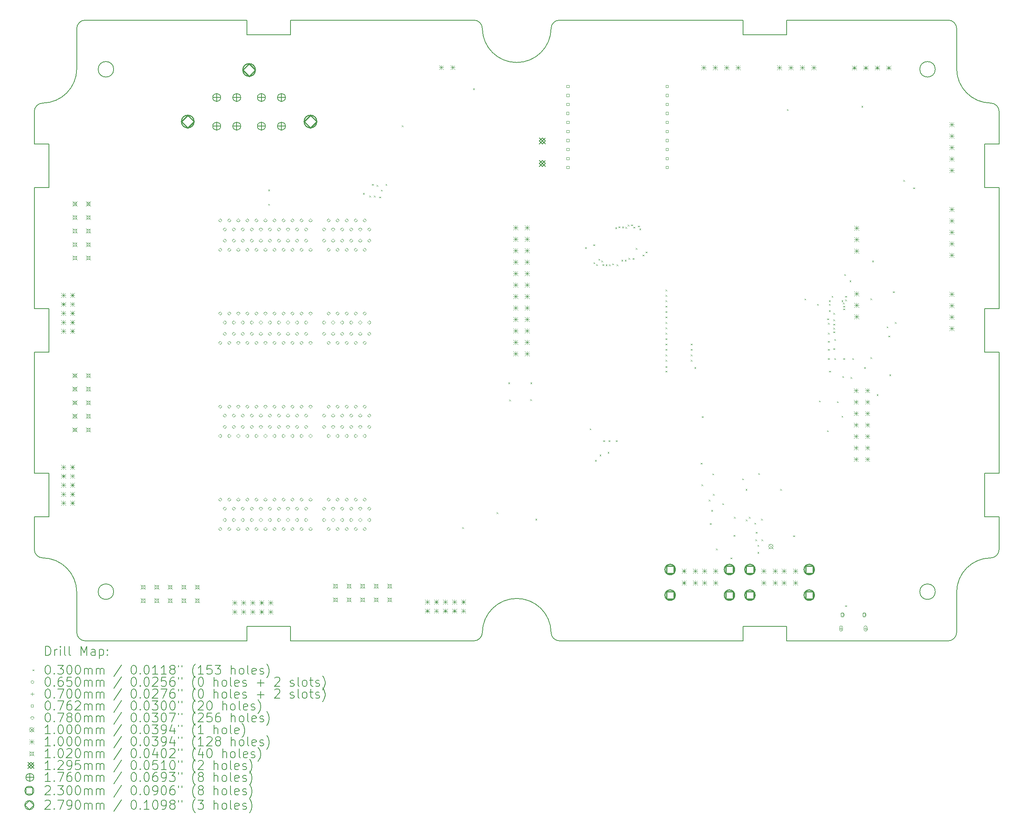
<source format=gbr>
%TF.GenerationSoftware,KiCad,Pcbnew,8.0.2*%
%TF.CreationDate,2024-05-08T16:37:34-06:00*%
%TF.ProjectId,GR-LRR-CONTROL,47522d4c-5252-42d4-934f-4e54524f4c2e,rev?*%
%TF.SameCoordinates,Original*%
%TF.FileFunction,Drillmap*%
%TF.FilePolarity,Positive*%
%FSLAX45Y45*%
G04 Gerber Fmt 4.5, Leading zero omitted, Abs format (unit mm)*
G04 Created by KiCad (PCBNEW 8.0.2) date 2024-05-08 16:37:34*
%MOMM*%
%LPD*%
G01*
G04 APERTURE LIST*
%ADD10C,0.200000*%
%ADD11C,0.100000*%
%ADD12C,0.102000*%
%ADD13C,0.129540*%
%ADD14C,0.176000*%
%ADD15C,0.230000*%
%ADD16C,0.279000*%
G04 APERTURE END LIST*
D10*
X25475719Y-19384532D02*
G75*
G02*
X25286967Y-19573279I-188749J2D01*
G01*
X6802117Y-6902972D02*
G75*
G02*
X6459217Y-6902972I-171450J0D01*
G01*
X6459217Y-6902972D02*
G75*
G02*
X6802117Y-6902972I171450J0D01*
G01*
X26415519Y-9525004D02*
X26091194Y-9525004D01*
X5044916Y-13175634D02*
X5044916Y-15860801D01*
X26091194Y-13175634D02*
X26091194Y-12210171D01*
X5044916Y-7840182D02*
G75*
G02*
X5231649Y-7651437I188754J3D01*
G01*
X5044916Y-15860801D02*
X5369241Y-15860801D01*
X20740236Y-5812521D02*
X16680123Y-5812521D01*
X9754736Y-19248959D02*
X10720199Y-19248959D01*
X5984716Y-6001272D02*
X5984716Y-6890272D01*
X5369241Y-16826264D02*
X5044916Y-16826264D01*
X6173468Y-19573284D02*
G75*
G02*
X5984716Y-19384532I2J188754D01*
G01*
X25001217Y-18482833D02*
G75*
G02*
X24658317Y-18482833I-171450J0D01*
G01*
X24658317Y-18482833D02*
G75*
G02*
X25001217Y-18482833I171450J0D01*
G01*
X6173468Y-19573284D02*
X9754736Y-19573284D01*
X20740236Y-6136846D02*
X20740236Y-5812521D01*
X5369241Y-9525004D02*
X5044916Y-9525004D01*
X5369241Y-12210171D02*
X5369241Y-13175634D01*
X26415519Y-17545627D02*
G75*
G02*
X26228786Y-17734368I-188759J7D01*
G01*
X10720199Y-19573284D02*
X14780312Y-19573284D01*
X5044916Y-16826264D02*
X5044916Y-17545627D01*
X10720199Y-19248959D02*
X10720199Y-19573284D01*
X26415519Y-15860801D02*
X26415519Y-13175634D01*
X5044916Y-9525004D02*
X5044916Y-12210171D01*
X26415519Y-8559541D02*
X26415519Y-7840178D01*
X26091194Y-12210171D02*
X26415519Y-12210171D01*
X5369241Y-13175634D02*
X5044916Y-13175634D01*
X10720199Y-5812521D02*
X10720199Y-6136846D01*
X26091194Y-15860801D02*
X26415519Y-15860801D01*
X26415519Y-13175634D02*
X26091194Y-13175634D01*
X25475719Y-18495533D02*
G75*
G02*
X26228786Y-17734363I761211J3D01*
G01*
X5984716Y-6001272D02*
G75*
G02*
X6173467Y-5812516I188754J3D01*
G01*
X5984716Y-6890272D02*
G75*
G02*
X5231649Y-7651437I-761208J-1D01*
G01*
X26415519Y-16826264D02*
X26091194Y-16826264D01*
X9754736Y-19573284D02*
X9754736Y-19248959D01*
X9754736Y-5812521D02*
X6173467Y-5812521D01*
X25286967Y-5812521D02*
G75*
G02*
X25475719Y-6001272I3J-188749D01*
G01*
X16491382Y-5999254D02*
G75*
G02*
X16680123Y-5812521I188748J-2026D01*
G01*
X25001217Y-6902972D02*
G75*
G02*
X24658317Y-6902972I-171450J0D01*
G01*
X24658317Y-6902972D02*
G75*
G02*
X25001217Y-6902972I171450J0D01*
G01*
X26228786Y-7651437D02*
G75*
G02*
X26415513Y-7840178I-2026J-188743D01*
G01*
X25475719Y-19384532D02*
X25475719Y-18495533D01*
X16680123Y-19573284D02*
G75*
G02*
X16491387Y-19386551I7J188754D01*
G01*
X26091194Y-8559541D02*
X26415519Y-8559541D01*
X21705699Y-6136846D02*
X20740236Y-6136846D01*
X9754736Y-6136846D02*
X9754736Y-5812521D01*
X14780307Y-5812521D02*
G75*
G02*
X14969048Y-5999254I-8J-188759D01*
G01*
X21705699Y-5812521D02*
X21705699Y-6136846D01*
X25286967Y-5812521D02*
X21705699Y-5812521D01*
X25475719Y-6890272D02*
X25475719Y-6001272D01*
X5231649Y-17734368D02*
G75*
G02*
X5044922Y-17545627I2021J188738D01*
G01*
X10720199Y-6136846D02*
X9754736Y-6136846D01*
X5044916Y-7840182D02*
X5044916Y-8559541D01*
X5984716Y-18495533D02*
X5984716Y-19384532D01*
X5044916Y-12210171D02*
X5369241Y-12210171D01*
X26415519Y-17545627D02*
X26415519Y-16826264D01*
X26228786Y-7651437D02*
G75*
G02*
X25475719Y-6890272I8144J761167D01*
G01*
X16491382Y-5999254D02*
G75*
G02*
X14969053Y-5999254I-761165J8141D01*
G01*
X14969053Y-19386551D02*
G75*
G02*
X16491382Y-19386551I761165J-8141D01*
G01*
X26091194Y-16826264D02*
X26091194Y-15860801D01*
X16680123Y-19573284D02*
X20740236Y-19573284D01*
X21705699Y-19573284D02*
X25286967Y-19573284D01*
X5369241Y-15860801D02*
X5369241Y-16826264D01*
X14969053Y-19386551D02*
G75*
G02*
X14780312Y-19573293I-188743J2011D01*
G01*
X5044916Y-8559541D02*
X5369241Y-8559541D01*
X5231649Y-17734368D02*
G75*
G02*
X5984716Y-18495533I-8139J-761162D01*
G01*
X5369241Y-8559541D02*
X5369241Y-9525004D01*
X20740236Y-19248959D02*
X21705699Y-19248959D01*
X14780307Y-5812521D02*
X10720199Y-5812521D01*
X20740236Y-19573284D02*
X20740236Y-19248959D01*
X26091194Y-9525004D02*
X26091194Y-8559541D01*
X26415519Y-12210171D02*
X26415519Y-9525004D01*
X21705699Y-19248959D02*
X21705699Y-19573284D01*
X6802117Y-18482833D02*
G75*
G02*
X6459217Y-18482833I-171450J0D01*
G01*
X6459217Y-18482833D02*
G75*
G02*
X6802117Y-18482833I171450J0D01*
G01*
D11*
X10225000Y-9570000D02*
X10255000Y-9600000D01*
X10255000Y-9570000D02*
X10225000Y-9600000D01*
X10225000Y-9885000D02*
X10255000Y-9915000D01*
X10255000Y-9885000D02*
X10225000Y-9915000D01*
X12325000Y-9645000D02*
X12355000Y-9675000D01*
X12355000Y-9645000D02*
X12325000Y-9675000D01*
X12465000Y-9705000D02*
X12495000Y-9735000D01*
X12495000Y-9705000D02*
X12465000Y-9735000D01*
X12525000Y-9445000D02*
X12555000Y-9475000D01*
X12555000Y-9445000D02*
X12525000Y-9475000D01*
X12565000Y-9705000D02*
X12595000Y-9735000D01*
X12595000Y-9705000D02*
X12565000Y-9735000D01*
X12625000Y-9465000D02*
X12655000Y-9495000D01*
X12655000Y-9465000D02*
X12625000Y-9495000D01*
X12685000Y-9725000D02*
X12715000Y-9755000D01*
X12715000Y-9725000D02*
X12685000Y-9755000D01*
X12725000Y-9571000D02*
X12755000Y-9601000D01*
X12755000Y-9571000D02*
X12725000Y-9601000D01*
X12825000Y-9445000D02*
X12855000Y-9475000D01*
X12855000Y-9445000D02*
X12825000Y-9475000D01*
X13185000Y-8145000D02*
X13215000Y-8175000D01*
X13215000Y-8145000D02*
X13185000Y-8175000D01*
X14525000Y-17055000D02*
X14555000Y-17085000D01*
X14555000Y-17055000D02*
X14525000Y-17085000D01*
X14765000Y-7325000D02*
X14795000Y-7355000D01*
X14795000Y-7325000D02*
X14765000Y-7355000D01*
X15285000Y-16725000D02*
X15315000Y-16755000D01*
X15315000Y-16725000D02*
X15285000Y-16755000D01*
X15545000Y-13845000D02*
X15575000Y-13875000D01*
X15575000Y-13845000D02*
X15545000Y-13875000D01*
X15565000Y-14225000D02*
X15595000Y-14255000D01*
X15595000Y-14225000D02*
X15565000Y-14255000D01*
X16030000Y-14215000D02*
X16060000Y-14245000D01*
X16060000Y-14215000D02*
X16030000Y-14245000D01*
X16035000Y-13846000D02*
X16065000Y-13876000D01*
X16065000Y-13846000D02*
X16035000Y-13876000D01*
X16145000Y-16865000D02*
X16175000Y-16895000D01*
X16175000Y-16865000D02*
X16145000Y-16895000D01*
X17245000Y-10845000D02*
X17275000Y-10875000D01*
X17275000Y-10845000D02*
X17245000Y-10875000D01*
X17345000Y-14865000D02*
X17375000Y-14895000D01*
X17375000Y-14865000D02*
X17345000Y-14895000D01*
X17425000Y-10785000D02*
X17455000Y-10815000D01*
X17455000Y-10785000D02*
X17425000Y-10815000D01*
X17431258Y-11181896D02*
X17461258Y-11211896D01*
X17461258Y-11181896D02*
X17431258Y-11211896D01*
X17465000Y-15565000D02*
X17495000Y-15595000D01*
X17495000Y-15565000D02*
X17465000Y-15595000D01*
X17490174Y-11225000D02*
X17520174Y-11255000D01*
X17520174Y-11225000D02*
X17490174Y-11255000D01*
X17541500Y-11105000D02*
X17571500Y-11135000D01*
X17571500Y-11105000D02*
X17541500Y-11135000D01*
X17565000Y-15445000D02*
X17595000Y-15475000D01*
X17595000Y-15445000D02*
X17565000Y-15475000D01*
X17605000Y-11145000D02*
X17635000Y-11175000D01*
X17635000Y-11145000D02*
X17605000Y-11175000D01*
X17629174Y-11224446D02*
X17659174Y-11254446D01*
X17659174Y-11224446D02*
X17629174Y-11254446D01*
X17645000Y-15125000D02*
X17675000Y-15155000D01*
X17675000Y-15125000D02*
X17645000Y-15155000D01*
X17702129Y-11227000D02*
X17732129Y-11257000D01*
X17732129Y-11227000D02*
X17702129Y-11257000D01*
X17745000Y-15385000D02*
X17775000Y-15415000D01*
X17775000Y-15385000D02*
X17745000Y-15415000D01*
X17765000Y-15125000D02*
X17795000Y-15155000D01*
X17795000Y-15125000D02*
X17765000Y-15155000D01*
X17775130Y-11227000D02*
X17805130Y-11257000D01*
X17805130Y-11227000D02*
X17775130Y-11257000D01*
X17847570Y-11207477D02*
X17877570Y-11237477D01*
X17877570Y-11207477D02*
X17847570Y-11237477D01*
X17915746Y-10408085D02*
X17945746Y-10438085D01*
X17945746Y-10408085D02*
X17915746Y-10438085D01*
X17925000Y-15125000D02*
X17955000Y-15155000D01*
X17955000Y-15125000D02*
X17925000Y-15155000D01*
X17942047Y-11227000D02*
X17972047Y-11257000D01*
X17972047Y-11227000D02*
X17942047Y-11257000D01*
X17985000Y-10385000D02*
X18015000Y-10415000D01*
X18015000Y-10385000D02*
X17985000Y-10415000D01*
X18050811Y-11128000D02*
X18080811Y-11158000D01*
X18080811Y-11128000D02*
X18050811Y-11158000D01*
X18064862Y-10391854D02*
X18094862Y-10421854D01*
X18094862Y-10391854D02*
X18064862Y-10421854D01*
X18123812Y-11128000D02*
X18153812Y-11158000D01*
X18153812Y-11128000D02*
X18123812Y-11158000D01*
X18137409Y-10399975D02*
X18167409Y-10429975D01*
X18167409Y-10399975D02*
X18137409Y-10429975D01*
X18190409Y-10345405D02*
X18220409Y-10375405D01*
X18220409Y-10345405D02*
X18190409Y-10375405D01*
X18205000Y-11085000D02*
X18235000Y-11115000D01*
X18235000Y-11085000D02*
X18205000Y-11115000D01*
X18263381Y-10343381D02*
X18293381Y-10373381D01*
X18293381Y-10343381D02*
X18263381Y-10373381D01*
X18301254Y-11088208D02*
X18331254Y-11118208D01*
X18331254Y-11088208D02*
X18301254Y-11118208D01*
X18315000Y-10395000D02*
X18345000Y-10425000D01*
X18345000Y-10395000D02*
X18315000Y-10425000D01*
X18365000Y-10865000D02*
X18395000Y-10895000D01*
X18395000Y-10865000D02*
X18365000Y-10895000D01*
X18417477Y-10367477D02*
X18447477Y-10397477D01*
X18447477Y-10367477D02*
X18417477Y-10397477D01*
X18448984Y-10433327D02*
X18478984Y-10463327D01*
X18478984Y-10433327D02*
X18448984Y-10463327D01*
X18519000Y-11011000D02*
X18549000Y-11041000D01*
X18549000Y-11011000D02*
X18519000Y-11041000D01*
X18585000Y-10945000D02*
X18615000Y-10975000D01*
X18615000Y-10945000D02*
X18585000Y-10975000D01*
X19025000Y-11785000D02*
X19055000Y-11815000D01*
X19055000Y-11785000D02*
X19025000Y-11815000D01*
X19025000Y-11905000D02*
X19055000Y-11935000D01*
X19055000Y-11905000D02*
X19025000Y-11935000D01*
X19025000Y-12025000D02*
X19055000Y-12055000D01*
X19055000Y-12025000D02*
X19025000Y-12055000D01*
X19025000Y-12145000D02*
X19055000Y-12175000D01*
X19055000Y-12145000D02*
X19025000Y-12175000D01*
X19025000Y-12265000D02*
X19055000Y-12295000D01*
X19055000Y-12265000D02*
X19025000Y-12295000D01*
X19025000Y-12385000D02*
X19055000Y-12415000D01*
X19055000Y-12385000D02*
X19025000Y-12415000D01*
X19025000Y-12505000D02*
X19055000Y-12535000D01*
X19055000Y-12505000D02*
X19025000Y-12535000D01*
X19025000Y-12625000D02*
X19055000Y-12655000D01*
X19055000Y-12625000D02*
X19025000Y-12655000D01*
X19025000Y-12745000D02*
X19055000Y-12775000D01*
X19055000Y-12745000D02*
X19025000Y-12775000D01*
X19025000Y-12865000D02*
X19055000Y-12895000D01*
X19055000Y-12865000D02*
X19025000Y-12895000D01*
X19025000Y-12985000D02*
X19055000Y-13015000D01*
X19055000Y-12985000D02*
X19025000Y-13015000D01*
X19025000Y-13105000D02*
X19055000Y-13135000D01*
X19055000Y-13105000D02*
X19025000Y-13135000D01*
X19025000Y-13225000D02*
X19055000Y-13255000D01*
X19055000Y-13225000D02*
X19025000Y-13255000D01*
X19025000Y-13345000D02*
X19055000Y-13375000D01*
X19055000Y-13345000D02*
X19025000Y-13375000D01*
X19025000Y-13485000D02*
X19055000Y-13515000D01*
X19055000Y-13485000D02*
X19025000Y-13515000D01*
X19025000Y-13585000D02*
X19055000Y-13615000D01*
X19055000Y-13585000D02*
X19025000Y-13615000D01*
X19585000Y-12985000D02*
X19615000Y-13015000D01*
X19615000Y-12985000D02*
X19585000Y-13015000D01*
X19585000Y-13105000D02*
X19615000Y-13135000D01*
X19615000Y-13105000D02*
X19585000Y-13135000D01*
X19585000Y-13225000D02*
X19615000Y-13255000D01*
X19615000Y-13225000D02*
X19585000Y-13255000D01*
X19585000Y-13345000D02*
X19615000Y-13375000D01*
X19615000Y-13345000D02*
X19585000Y-13375000D01*
X19665000Y-13505000D02*
X19695000Y-13535000D01*
X19695000Y-13505000D02*
X19665000Y-13535000D01*
X19805000Y-15625000D02*
X19835000Y-15655000D01*
X19835000Y-15625000D02*
X19805000Y-15655000D01*
X19825000Y-16105000D02*
X19855000Y-16135000D01*
X19855000Y-16105000D02*
X19825000Y-16135000D01*
X19832000Y-14595000D02*
X19862000Y-14625000D01*
X19862000Y-14595000D02*
X19832000Y-14625000D01*
X19985000Y-16445000D02*
X20015000Y-16475000D01*
X20015000Y-16445000D02*
X19985000Y-16475000D01*
X20007152Y-16962848D02*
X20037152Y-16992848D01*
X20037152Y-16962848D02*
X20007152Y-16992848D01*
X20040400Y-16672600D02*
X20070400Y-16702600D01*
X20070400Y-16672600D02*
X20040400Y-16702600D01*
X20065000Y-15865000D02*
X20095000Y-15895000D01*
X20095000Y-15865000D02*
X20065000Y-15895000D01*
X20075000Y-16315000D02*
X20105000Y-16345000D01*
X20105000Y-16315000D02*
X20075000Y-16345000D01*
X20145000Y-17525000D02*
X20175000Y-17555000D01*
X20175000Y-17525000D02*
X20145000Y-17555000D01*
X20285000Y-16525000D02*
X20315000Y-16555000D01*
X20315000Y-16525000D02*
X20285000Y-16555000D01*
X20465000Y-17725000D02*
X20495000Y-17755000D01*
X20495000Y-17725000D02*
X20465000Y-17755000D01*
X20535000Y-17225000D02*
X20565000Y-17255000D01*
X20565000Y-17225000D02*
X20535000Y-17255000D01*
X20541000Y-16825000D02*
X20571000Y-16855000D01*
X20571000Y-16825000D02*
X20541000Y-16855000D01*
X20725000Y-15975000D02*
X20755000Y-16005000D01*
X20755000Y-15975000D02*
X20725000Y-16005000D01*
X20801000Y-16205000D02*
X20831000Y-16235000D01*
X20831000Y-16205000D02*
X20801000Y-16235000D01*
X20805000Y-16885000D02*
X20835000Y-16915000D01*
X20835000Y-16885000D02*
X20805000Y-16915000D01*
X20871000Y-16825000D02*
X20901000Y-16855000D01*
X20901000Y-16825000D02*
X20871000Y-16855000D01*
X20994000Y-16954000D02*
X21024000Y-16984000D01*
X21024000Y-16954000D02*
X20994000Y-16984000D01*
X21015000Y-17325000D02*
X21045000Y-17355000D01*
X21045000Y-17325000D02*
X21015000Y-17355000D01*
X21025000Y-17160595D02*
X21055000Y-17190595D01*
X21055000Y-17160595D02*
X21025000Y-17190595D01*
X21065000Y-17445000D02*
X21095000Y-17475000D01*
X21095000Y-17445000D02*
X21065000Y-17475000D01*
X21065000Y-17605000D02*
X21095000Y-17635000D01*
X21095000Y-17605000D02*
X21065000Y-17635000D01*
X21081000Y-15855000D02*
X21111000Y-15885000D01*
X21111000Y-15855000D02*
X21081000Y-15885000D01*
X21145000Y-16865000D02*
X21175000Y-16895000D01*
X21175000Y-16865000D02*
X21145000Y-16895000D01*
X21150432Y-17324694D02*
X21180432Y-17354694D01*
X21180432Y-17324694D02*
X21150432Y-17354694D01*
X21565000Y-16205000D02*
X21595000Y-16235000D01*
X21595000Y-16205000D02*
X21565000Y-16235000D01*
X21715000Y-7785000D02*
X21745000Y-7815000D01*
X21745000Y-7785000D02*
X21715000Y-7815000D01*
X21855000Y-17235000D02*
X21885000Y-17265000D01*
X21885000Y-17235000D02*
X21855000Y-17265000D01*
X22105000Y-11985000D02*
X22135000Y-12015000D01*
X22135000Y-11985000D02*
X22105000Y-12015000D01*
X22385000Y-12105000D02*
X22415000Y-12135000D01*
X22415000Y-12105000D02*
X22385000Y-12135000D01*
X22426000Y-14245000D02*
X22456000Y-14275000D01*
X22456000Y-14245000D02*
X22426000Y-14275000D01*
X22605000Y-14905000D02*
X22635000Y-14935000D01*
X22635000Y-14905000D02*
X22605000Y-14935000D01*
X22608774Y-12427287D02*
X22638774Y-12457287D01*
X22638774Y-12427287D02*
X22608774Y-12457287D01*
X22625000Y-12525000D02*
X22655000Y-12555000D01*
X22655000Y-12525000D02*
X22625000Y-12555000D01*
X22625000Y-12745000D02*
X22655000Y-12775000D01*
X22655000Y-12745000D02*
X22625000Y-12775000D01*
X22625000Y-12925000D02*
X22655000Y-12955000D01*
X22655000Y-12925000D02*
X22625000Y-12955000D01*
X22625000Y-13105000D02*
X22655000Y-13135000D01*
X22655000Y-13105000D02*
X22625000Y-13135000D01*
X22625000Y-13305000D02*
X22655000Y-13335000D01*
X22655000Y-13305000D02*
X22625000Y-13335000D01*
X22645000Y-12025000D02*
X22675000Y-12055000D01*
X22675000Y-12025000D02*
X22645000Y-12055000D01*
X22645000Y-12105000D02*
X22675000Y-12135000D01*
X22675000Y-12105000D02*
X22645000Y-12135000D01*
X22645000Y-12245000D02*
X22675000Y-12275000D01*
X22675000Y-12245000D02*
X22645000Y-12275000D01*
X22652000Y-13585000D02*
X22682000Y-13615000D01*
X22682000Y-13585000D02*
X22652000Y-13615000D01*
X22705000Y-11925000D02*
X22735000Y-11955000D01*
X22735000Y-11925000D02*
X22705000Y-11955000D01*
X22745000Y-12305000D02*
X22775000Y-12335000D01*
X22775000Y-12305000D02*
X22745000Y-12335000D01*
X22745000Y-12445000D02*
X22775000Y-12475000D01*
X22775000Y-12445000D02*
X22745000Y-12475000D01*
X22745000Y-12545000D02*
X22775000Y-12575000D01*
X22775000Y-12545000D02*
X22745000Y-12575000D01*
X22745000Y-12635000D02*
X22775000Y-12665000D01*
X22775000Y-12635000D02*
X22745000Y-12665000D01*
X22745000Y-12715000D02*
X22775000Y-12745000D01*
X22775000Y-12715000D02*
X22745000Y-12745000D01*
X22745000Y-13085000D02*
X22775000Y-13115000D01*
X22775000Y-13085000D02*
X22745000Y-13115000D01*
X22765000Y-12885000D02*
X22795000Y-12915000D01*
X22795000Y-12885000D02*
X22765000Y-12915000D01*
X22765000Y-13305000D02*
X22795000Y-13335000D01*
X22795000Y-13305000D02*
X22765000Y-13335000D01*
X22825000Y-14265000D02*
X22855000Y-14295000D01*
X22855000Y-14265000D02*
X22825000Y-14295000D01*
X22925000Y-12025000D02*
X22955000Y-12055000D01*
X22955000Y-12025000D02*
X22925000Y-12055000D01*
X22925000Y-14585000D02*
X22955000Y-14615000D01*
X22955000Y-14585000D02*
X22925000Y-14615000D01*
X22945000Y-13705000D02*
X22975000Y-13735000D01*
X22975000Y-13705000D02*
X22945000Y-13735000D01*
X22955012Y-12075000D02*
X22985012Y-12105000D01*
X22985012Y-12075000D02*
X22955012Y-12105000D01*
X22965000Y-12145000D02*
X22995000Y-12175000D01*
X22995000Y-12145000D02*
X22965000Y-12175000D01*
X22965000Y-12205000D02*
X22995000Y-12235000D01*
X22995000Y-12205000D02*
X22965000Y-12235000D01*
X22965000Y-13305000D02*
X22995000Y-13335000D01*
X22995000Y-13305000D02*
X22965000Y-13335000D01*
X22985000Y-11445000D02*
X23015000Y-11475000D01*
X23015000Y-11445000D02*
X22985000Y-11475000D01*
X23005000Y-11928000D02*
X23035000Y-11958000D01*
X23035000Y-11928000D02*
X23005000Y-11958000D01*
X23005000Y-18785000D02*
X23035000Y-18815000D01*
X23035000Y-18785000D02*
X23005000Y-18815000D01*
X23006500Y-12005000D02*
X23036500Y-12035000D01*
X23036500Y-12005000D02*
X23006500Y-12035000D01*
X23105000Y-11585000D02*
X23135000Y-11615000D01*
X23135000Y-11585000D02*
X23105000Y-11615000D01*
X23125000Y-13725000D02*
X23155000Y-13755000D01*
X23155000Y-13725000D02*
X23125000Y-13755000D01*
X23165000Y-13305000D02*
X23195000Y-13335000D01*
X23195000Y-13305000D02*
X23165000Y-13335000D01*
X23365000Y-7715000D02*
X23395000Y-7745000D01*
X23395000Y-7715000D02*
X23365000Y-7745000D01*
X23425000Y-13505000D02*
X23455000Y-13535000D01*
X23455000Y-13505000D02*
X23425000Y-13535000D01*
X23564622Y-11981931D02*
X23594622Y-12011931D01*
X23594622Y-11981931D02*
X23564622Y-12011931D01*
X23565000Y-13285000D02*
X23595000Y-13315000D01*
X23595000Y-13285000D02*
X23565000Y-13315000D01*
X23605000Y-11145000D02*
X23635000Y-11175000D01*
X23635000Y-11145000D02*
X23605000Y-11175000D01*
X23705000Y-14105000D02*
X23735000Y-14135000D01*
X23735000Y-14105000D02*
X23705000Y-14135000D01*
X23925000Y-12605000D02*
X23955000Y-12635000D01*
X23955000Y-12605000D02*
X23925000Y-12635000D01*
X23965000Y-12806250D02*
X23995000Y-12836250D01*
X23995000Y-12806250D02*
X23965000Y-12836250D01*
X23985000Y-13665000D02*
X24015000Y-13695000D01*
X24015000Y-13665000D02*
X23985000Y-13695000D01*
X24065000Y-11825000D02*
X24095000Y-11855000D01*
X24095000Y-11825000D02*
X24065000Y-11855000D01*
X24105000Y-12505000D02*
X24135000Y-12535000D01*
X24135000Y-12505000D02*
X24105000Y-12535000D01*
X24295000Y-9355000D02*
X24325000Y-9385000D01*
X24325000Y-9355000D02*
X24295000Y-9385000D01*
X24512350Y-9522686D02*
X24542350Y-9552686D01*
X24542350Y-9522686D02*
X24512350Y-9552686D01*
X22976000Y-18997000D02*
G75*
G02*
X22911000Y-18997000I-32500J0D01*
G01*
X22911000Y-18997000D02*
G75*
G02*
X22976000Y-18997000I32500J0D01*
G01*
X22976000Y-19017000D02*
X22976000Y-18977000D01*
X22911000Y-18977000D02*
G75*
G02*
X22976000Y-18977000I32500J0D01*
G01*
X22911000Y-18977000D02*
X22911000Y-19017000D01*
X22911000Y-19017000D02*
G75*
G03*
X22976000Y-19017000I32500J0D01*
G01*
X23461000Y-18997000D02*
G75*
G02*
X23396000Y-18997000I-32500J0D01*
G01*
X23396000Y-18997000D02*
G75*
G02*
X23461000Y-18997000I32500J0D01*
G01*
X23461000Y-19017000D02*
X23461000Y-18977000D01*
X23396000Y-18977000D02*
G75*
G02*
X23461000Y-18977000I32500J0D01*
G01*
X23396000Y-18977000D02*
X23396000Y-19017000D01*
X23396000Y-19017000D02*
G75*
G03*
X23461000Y-19017000I32500J0D01*
G01*
X22913500Y-19265000D02*
X22913500Y-19335000D01*
X22878500Y-19300000D02*
X22948500Y-19300000D01*
X22948500Y-19325000D02*
X22948500Y-19275000D01*
X22878500Y-19275000D02*
G75*
G02*
X22948500Y-19275000I35000J0D01*
G01*
X22878500Y-19275000D02*
X22878500Y-19325000D01*
X22878500Y-19325000D02*
G75*
G03*
X22948500Y-19325000I35000J0D01*
G01*
X23458500Y-19265000D02*
X23458500Y-19335000D01*
X23423500Y-19300000D02*
X23493500Y-19300000D01*
X23493500Y-19325000D02*
X23493500Y-19275000D01*
X23423500Y-19275000D02*
G75*
G02*
X23493500Y-19275000I35000J0D01*
G01*
X23423500Y-19275000D02*
X23423500Y-19325000D01*
X23423500Y-19325000D02*
G75*
G03*
X23493500Y-19325000I35000J0D01*
G01*
X16887121Y-7904941D02*
X16887121Y-7851059D01*
X16833239Y-7851059D01*
X16833239Y-7904941D01*
X16887121Y-7904941D01*
X16890421Y-7304941D02*
X16890421Y-7251059D01*
X16836539Y-7251059D01*
X16836539Y-7304941D01*
X16890421Y-7304941D01*
X16890421Y-7504941D02*
X16890421Y-7451059D01*
X16836539Y-7451059D01*
X16836539Y-7504941D01*
X16890421Y-7504941D01*
X16890421Y-7704941D02*
X16890421Y-7651059D01*
X16836539Y-7651059D01*
X16836539Y-7704941D01*
X16890421Y-7704941D01*
X16890421Y-8104941D02*
X16890421Y-8051059D01*
X16836539Y-8051059D01*
X16836539Y-8104941D01*
X16890421Y-8104941D01*
X16890421Y-8304941D02*
X16890421Y-8251059D01*
X16836539Y-8251059D01*
X16836539Y-8304941D01*
X16890421Y-8304941D01*
X16890421Y-8504941D02*
X16890421Y-8451059D01*
X16836539Y-8451059D01*
X16836539Y-8504941D01*
X16890421Y-8504941D01*
X16890421Y-8704941D02*
X16890421Y-8651059D01*
X16836539Y-8651059D01*
X16836539Y-8704941D01*
X16890421Y-8704941D01*
X16890421Y-8904941D02*
X16890421Y-8851059D01*
X16836539Y-8851059D01*
X16836539Y-8904941D01*
X16890421Y-8904941D01*
X16890421Y-9104941D02*
X16890421Y-9051059D01*
X16836539Y-9051059D01*
X16836539Y-9104941D01*
X16890421Y-9104941D01*
X19086761Y-7304941D02*
X19086761Y-7251059D01*
X19032879Y-7251059D01*
X19032879Y-7304941D01*
X19086761Y-7304941D01*
X19086761Y-7504941D02*
X19086761Y-7451059D01*
X19032879Y-7451059D01*
X19032879Y-7504941D01*
X19086761Y-7504941D01*
X19086761Y-7704941D02*
X19086761Y-7651059D01*
X19032879Y-7651059D01*
X19032879Y-7704941D01*
X19086761Y-7704941D01*
X19086761Y-7904941D02*
X19086761Y-7851059D01*
X19032879Y-7851059D01*
X19032879Y-7904941D01*
X19086761Y-7904941D01*
X19086761Y-8104941D02*
X19086761Y-8051059D01*
X19032879Y-8051059D01*
X19032879Y-8104941D01*
X19086761Y-8104941D01*
X19086761Y-8304941D02*
X19086761Y-8251059D01*
X19032879Y-8251059D01*
X19032879Y-8304941D01*
X19086761Y-8304941D01*
X19086761Y-8504941D02*
X19086761Y-8451059D01*
X19032879Y-8451059D01*
X19032879Y-8504941D01*
X19086761Y-8504941D01*
X19086761Y-8704941D02*
X19086761Y-8651059D01*
X19032879Y-8651059D01*
X19032879Y-8704941D01*
X19086761Y-8704941D01*
X19086761Y-8904941D02*
X19086761Y-8851059D01*
X19032879Y-8851059D01*
X19032879Y-8904941D01*
X19086761Y-8904941D01*
X19086761Y-9104941D02*
X19086761Y-9051059D01*
X19032879Y-9051059D01*
X19032879Y-9104941D01*
X19086761Y-9104941D01*
X9160000Y-10289000D02*
X9199000Y-10250000D01*
X9160000Y-10211000D01*
X9121000Y-10250000D01*
X9160000Y-10289000D01*
X9160000Y-10939000D02*
X9199000Y-10900000D01*
X9160000Y-10861000D01*
X9121000Y-10900000D01*
X9160000Y-10939000D01*
X9160000Y-12352333D02*
X9199000Y-12313333D01*
X9160000Y-12274333D01*
X9121000Y-12313333D01*
X9160000Y-12352333D01*
X9160000Y-13002333D02*
X9199000Y-12963333D01*
X9160000Y-12924333D01*
X9121000Y-12963333D01*
X9160000Y-13002333D01*
X9160000Y-14415667D02*
X9199000Y-14376667D01*
X9160000Y-14337667D01*
X9121000Y-14376667D01*
X9160000Y-14415667D01*
X9160000Y-15065667D02*
X9199000Y-15026667D01*
X9160000Y-14987667D01*
X9121000Y-15026667D01*
X9160000Y-15065667D01*
X9160000Y-16479000D02*
X9199000Y-16440000D01*
X9160000Y-16401000D01*
X9121000Y-16440000D01*
X9160000Y-16479000D01*
X9160000Y-17129000D02*
X9199000Y-17090000D01*
X9160000Y-17051000D01*
X9121000Y-17090000D01*
X9160000Y-17129000D01*
X9260000Y-10489000D02*
X9299000Y-10450000D01*
X9260000Y-10411000D01*
X9221000Y-10450000D01*
X9260000Y-10489000D01*
X9260000Y-10739000D02*
X9299000Y-10700000D01*
X9260000Y-10661000D01*
X9221000Y-10700000D01*
X9260000Y-10739000D01*
X9260000Y-12552333D02*
X9299000Y-12513333D01*
X9260000Y-12474333D01*
X9221000Y-12513333D01*
X9260000Y-12552333D01*
X9260000Y-12802333D02*
X9299000Y-12763333D01*
X9260000Y-12724333D01*
X9221000Y-12763333D01*
X9260000Y-12802333D01*
X9260000Y-14615667D02*
X9299000Y-14576667D01*
X9260000Y-14537667D01*
X9221000Y-14576667D01*
X9260000Y-14615667D01*
X9260000Y-14865667D02*
X9299000Y-14826667D01*
X9260000Y-14787667D01*
X9221000Y-14826667D01*
X9260000Y-14865667D01*
X9260000Y-16679000D02*
X9299000Y-16640000D01*
X9260000Y-16601000D01*
X9221000Y-16640000D01*
X9260000Y-16679000D01*
X9260000Y-16929000D02*
X9299000Y-16890000D01*
X9260000Y-16851000D01*
X9221000Y-16890000D01*
X9260000Y-16929000D01*
X9360000Y-10289000D02*
X9399000Y-10250000D01*
X9360000Y-10211000D01*
X9321000Y-10250000D01*
X9360000Y-10289000D01*
X9360000Y-10939000D02*
X9399000Y-10900000D01*
X9360000Y-10861000D01*
X9321000Y-10900000D01*
X9360000Y-10939000D01*
X9360000Y-12352333D02*
X9399000Y-12313333D01*
X9360000Y-12274333D01*
X9321000Y-12313333D01*
X9360000Y-12352333D01*
X9360000Y-13002333D02*
X9399000Y-12963333D01*
X9360000Y-12924333D01*
X9321000Y-12963333D01*
X9360000Y-13002333D01*
X9360000Y-14415667D02*
X9399000Y-14376667D01*
X9360000Y-14337667D01*
X9321000Y-14376667D01*
X9360000Y-14415667D01*
X9360000Y-15065667D02*
X9399000Y-15026667D01*
X9360000Y-14987667D01*
X9321000Y-15026667D01*
X9360000Y-15065667D01*
X9360000Y-16479000D02*
X9399000Y-16440000D01*
X9360000Y-16401000D01*
X9321000Y-16440000D01*
X9360000Y-16479000D01*
X9360000Y-17129000D02*
X9399000Y-17090000D01*
X9360000Y-17051000D01*
X9321000Y-17090000D01*
X9360000Y-17129000D01*
X9460000Y-10489000D02*
X9499000Y-10450000D01*
X9460000Y-10411000D01*
X9421000Y-10450000D01*
X9460000Y-10489000D01*
X9460000Y-10739000D02*
X9499000Y-10700000D01*
X9460000Y-10661000D01*
X9421000Y-10700000D01*
X9460000Y-10739000D01*
X9460000Y-12552333D02*
X9499000Y-12513333D01*
X9460000Y-12474333D01*
X9421000Y-12513333D01*
X9460000Y-12552333D01*
X9460000Y-12802333D02*
X9499000Y-12763333D01*
X9460000Y-12724333D01*
X9421000Y-12763333D01*
X9460000Y-12802333D01*
X9460000Y-14615667D02*
X9499000Y-14576667D01*
X9460000Y-14537667D01*
X9421000Y-14576667D01*
X9460000Y-14615667D01*
X9460000Y-14865667D02*
X9499000Y-14826667D01*
X9460000Y-14787667D01*
X9421000Y-14826667D01*
X9460000Y-14865667D01*
X9460000Y-16679000D02*
X9499000Y-16640000D01*
X9460000Y-16601000D01*
X9421000Y-16640000D01*
X9460000Y-16679000D01*
X9460000Y-16929000D02*
X9499000Y-16890000D01*
X9460000Y-16851000D01*
X9421000Y-16890000D01*
X9460000Y-16929000D01*
X9560000Y-10289000D02*
X9599000Y-10250000D01*
X9560000Y-10211000D01*
X9521000Y-10250000D01*
X9560000Y-10289000D01*
X9560000Y-10939000D02*
X9599000Y-10900000D01*
X9560000Y-10861000D01*
X9521000Y-10900000D01*
X9560000Y-10939000D01*
X9560000Y-12352333D02*
X9599000Y-12313333D01*
X9560000Y-12274333D01*
X9521000Y-12313333D01*
X9560000Y-12352333D01*
X9560000Y-13002333D02*
X9599000Y-12963333D01*
X9560000Y-12924333D01*
X9521000Y-12963333D01*
X9560000Y-13002333D01*
X9560000Y-14415667D02*
X9599000Y-14376667D01*
X9560000Y-14337667D01*
X9521000Y-14376667D01*
X9560000Y-14415667D01*
X9560000Y-15065667D02*
X9599000Y-15026667D01*
X9560000Y-14987667D01*
X9521000Y-15026667D01*
X9560000Y-15065667D01*
X9560000Y-16479000D02*
X9599000Y-16440000D01*
X9560000Y-16401000D01*
X9521000Y-16440000D01*
X9560000Y-16479000D01*
X9560000Y-17129000D02*
X9599000Y-17090000D01*
X9560000Y-17051000D01*
X9521000Y-17090000D01*
X9560000Y-17129000D01*
X9660000Y-10489000D02*
X9699000Y-10450000D01*
X9660000Y-10411000D01*
X9621000Y-10450000D01*
X9660000Y-10489000D01*
X9660000Y-10739000D02*
X9699000Y-10700000D01*
X9660000Y-10661000D01*
X9621000Y-10700000D01*
X9660000Y-10739000D01*
X9660000Y-12552333D02*
X9699000Y-12513333D01*
X9660000Y-12474333D01*
X9621000Y-12513333D01*
X9660000Y-12552333D01*
X9660000Y-12802333D02*
X9699000Y-12763333D01*
X9660000Y-12724333D01*
X9621000Y-12763333D01*
X9660000Y-12802333D01*
X9660000Y-14615667D02*
X9699000Y-14576667D01*
X9660000Y-14537667D01*
X9621000Y-14576667D01*
X9660000Y-14615667D01*
X9660000Y-14865667D02*
X9699000Y-14826667D01*
X9660000Y-14787667D01*
X9621000Y-14826667D01*
X9660000Y-14865667D01*
X9660000Y-16679000D02*
X9699000Y-16640000D01*
X9660000Y-16601000D01*
X9621000Y-16640000D01*
X9660000Y-16679000D01*
X9660000Y-16929000D02*
X9699000Y-16890000D01*
X9660000Y-16851000D01*
X9621000Y-16890000D01*
X9660000Y-16929000D01*
X9760000Y-10289000D02*
X9799000Y-10250000D01*
X9760000Y-10211000D01*
X9721000Y-10250000D01*
X9760000Y-10289000D01*
X9760000Y-10939000D02*
X9799000Y-10900000D01*
X9760000Y-10861000D01*
X9721000Y-10900000D01*
X9760000Y-10939000D01*
X9760000Y-12352333D02*
X9799000Y-12313333D01*
X9760000Y-12274333D01*
X9721000Y-12313333D01*
X9760000Y-12352333D01*
X9760000Y-13002333D02*
X9799000Y-12963333D01*
X9760000Y-12924333D01*
X9721000Y-12963333D01*
X9760000Y-13002333D01*
X9760000Y-14415667D02*
X9799000Y-14376667D01*
X9760000Y-14337667D01*
X9721000Y-14376667D01*
X9760000Y-14415667D01*
X9760000Y-15065667D02*
X9799000Y-15026667D01*
X9760000Y-14987667D01*
X9721000Y-15026667D01*
X9760000Y-15065667D01*
X9760000Y-16479000D02*
X9799000Y-16440000D01*
X9760000Y-16401000D01*
X9721000Y-16440000D01*
X9760000Y-16479000D01*
X9760000Y-17129000D02*
X9799000Y-17090000D01*
X9760000Y-17051000D01*
X9721000Y-17090000D01*
X9760000Y-17129000D01*
X9860000Y-10489000D02*
X9899000Y-10450000D01*
X9860000Y-10411000D01*
X9821000Y-10450000D01*
X9860000Y-10489000D01*
X9860000Y-10739000D02*
X9899000Y-10700000D01*
X9860000Y-10661000D01*
X9821000Y-10700000D01*
X9860000Y-10739000D01*
X9860000Y-12552333D02*
X9899000Y-12513333D01*
X9860000Y-12474333D01*
X9821000Y-12513333D01*
X9860000Y-12552333D01*
X9860000Y-12802333D02*
X9899000Y-12763333D01*
X9860000Y-12724333D01*
X9821000Y-12763333D01*
X9860000Y-12802333D01*
X9860000Y-14615667D02*
X9899000Y-14576667D01*
X9860000Y-14537667D01*
X9821000Y-14576667D01*
X9860000Y-14615667D01*
X9860000Y-14865667D02*
X9899000Y-14826667D01*
X9860000Y-14787667D01*
X9821000Y-14826667D01*
X9860000Y-14865667D01*
X9860000Y-16679000D02*
X9899000Y-16640000D01*
X9860000Y-16601000D01*
X9821000Y-16640000D01*
X9860000Y-16679000D01*
X9860000Y-16929000D02*
X9899000Y-16890000D01*
X9860000Y-16851000D01*
X9821000Y-16890000D01*
X9860000Y-16929000D01*
X9960000Y-10289000D02*
X9999000Y-10250000D01*
X9960000Y-10211000D01*
X9921000Y-10250000D01*
X9960000Y-10289000D01*
X9960000Y-10939000D02*
X9999000Y-10900000D01*
X9960000Y-10861000D01*
X9921000Y-10900000D01*
X9960000Y-10939000D01*
X9960000Y-12352333D02*
X9999000Y-12313333D01*
X9960000Y-12274333D01*
X9921000Y-12313333D01*
X9960000Y-12352333D01*
X9960000Y-13002333D02*
X9999000Y-12963333D01*
X9960000Y-12924333D01*
X9921000Y-12963333D01*
X9960000Y-13002333D01*
X9960000Y-14415667D02*
X9999000Y-14376667D01*
X9960000Y-14337667D01*
X9921000Y-14376667D01*
X9960000Y-14415667D01*
X9960000Y-15065667D02*
X9999000Y-15026667D01*
X9960000Y-14987667D01*
X9921000Y-15026667D01*
X9960000Y-15065667D01*
X9960000Y-16479000D02*
X9999000Y-16440000D01*
X9960000Y-16401000D01*
X9921000Y-16440000D01*
X9960000Y-16479000D01*
X9960000Y-17129000D02*
X9999000Y-17090000D01*
X9960000Y-17051000D01*
X9921000Y-17090000D01*
X9960000Y-17129000D01*
X10060000Y-10489000D02*
X10099000Y-10450000D01*
X10060000Y-10411000D01*
X10021000Y-10450000D01*
X10060000Y-10489000D01*
X10060000Y-10739000D02*
X10099000Y-10700000D01*
X10060000Y-10661000D01*
X10021000Y-10700000D01*
X10060000Y-10739000D01*
X10060000Y-12552333D02*
X10099000Y-12513333D01*
X10060000Y-12474333D01*
X10021000Y-12513333D01*
X10060000Y-12552333D01*
X10060000Y-12802333D02*
X10099000Y-12763333D01*
X10060000Y-12724333D01*
X10021000Y-12763333D01*
X10060000Y-12802333D01*
X10060000Y-14615667D02*
X10099000Y-14576667D01*
X10060000Y-14537667D01*
X10021000Y-14576667D01*
X10060000Y-14615667D01*
X10060000Y-14865667D02*
X10099000Y-14826667D01*
X10060000Y-14787667D01*
X10021000Y-14826667D01*
X10060000Y-14865667D01*
X10060000Y-16679000D02*
X10099000Y-16640000D01*
X10060000Y-16601000D01*
X10021000Y-16640000D01*
X10060000Y-16679000D01*
X10060000Y-16929000D02*
X10099000Y-16890000D01*
X10060000Y-16851000D01*
X10021000Y-16890000D01*
X10060000Y-16929000D01*
X10160000Y-10289000D02*
X10199000Y-10250000D01*
X10160000Y-10211000D01*
X10121000Y-10250000D01*
X10160000Y-10289000D01*
X10160000Y-10939000D02*
X10199000Y-10900000D01*
X10160000Y-10861000D01*
X10121000Y-10900000D01*
X10160000Y-10939000D01*
X10160000Y-12352333D02*
X10199000Y-12313333D01*
X10160000Y-12274333D01*
X10121000Y-12313333D01*
X10160000Y-12352333D01*
X10160000Y-13002333D02*
X10199000Y-12963333D01*
X10160000Y-12924333D01*
X10121000Y-12963333D01*
X10160000Y-13002333D01*
X10160000Y-14415667D02*
X10199000Y-14376667D01*
X10160000Y-14337667D01*
X10121000Y-14376667D01*
X10160000Y-14415667D01*
X10160000Y-15065667D02*
X10199000Y-15026667D01*
X10160000Y-14987667D01*
X10121000Y-15026667D01*
X10160000Y-15065667D01*
X10160000Y-16479000D02*
X10199000Y-16440000D01*
X10160000Y-16401000D01*
X10121000Y-16440000D01*
X10160000Y-16479000D01*
X10160000Y-17129000D02*
X10199000Y-17090000D01*
X10160000Y-17051000D01*
X10121000Y-17090000D01*
X10160000Y-17129000D01*
X10260000Y-10489000D02*
X10299000Y-10450000D01*
X10260000Y-10411000D01*
X10221000Y-10450000D01*
X10260000Y-10489000D01*
X10260000Y-10739000D02*
X10299000Y-10700000D01*
X10260000Y-10661000D01*
X10221000Y-10700000D01*
X10260000Y-10739000D01*
X10260000Y-12552333D02*
X10299000Y-12513333D01*
X10260000Y-12474333D01*
X10221000Y-12513333D01*
X10260000Y-12552333D01*
X10260000Y-12802333D02*
X10299000Y-12763333D01*
X10260000Y-12724333D01*
X10221000Y-12763333D01*
X10260000Y-12802333D01*
X10260000Y-14615667D02*
X10299000Y-14576667D01*
X10260000Y-14537667D01*
X10221000Y-14576667D01*
X10260000Y-14615667D01*
X10260000Y-14865667D02*
X10299000Y-14826667D01*
X10260000Y-14787667D01*
X10221000Y-14826667D01*
X10260000Y-14865667D01*
X10260000Y-16679000D02*
X10299000Y-16640000D01*
X10260000Y-16601000D01*
X10221000Y-16640000D01*
X10260000Y-16679000D01*
X10260000Y-16929000D02*
X10299000Y-16890000D01*
X10260000Y-16851000D01*
X10221000Y-16890000D01*
X10260000Y-16929000D01*
X10360000Y-10289000D02*
X10399000Y-10250000D01*
X10360000Y-10211000D01*
X10321000Y-10250000D01*
X10360000Y-10289000D01*
X10360000Y-10939000D02*
X10399000Y-10900000D01*
X10360000Y-10861000D01*
X10321000Y-10900000D01*
X10360000Y-10939000D01*
X10360000Y-12352333D02*
X10399000Y-12313333D01*
X10360000Y-12274333D01*
X10321000Y-12313333D01*
X10360000Y-12352333D01*
X10360000Y-13002333D02*
X10399000Y-12963333D01*
X10360000Y-12924333D01*
X10321000Y-12963333D01*
X10360000Y-13002333D01*
X10360000Y-14415667D02*
X10399000Y-14376667D01*
X10360000Y-14337667D01*
X10321000Y-14376667D01*
X10360000Y-14415667D01*
X10360000Y-15065667D02*
X10399000Y-15026667D01*
X10360000Y-14987667D01*
X10321000Y-15026667D01*
X10360000Y-15065667D01*
X10360000Y-16479000D02*
X10399000Y-16440000D01*
X10360000Y-16401000D01*
X10321000Y-16440000D01*
X10360000Y-16479000D01*
X10360000Y-17129000D02*
X10399000Y-17090000D01*
X10360000Y-17051000D01*
X10321000Y-17090000D01*
X10360000Y-17129000D01*
X10460000Y-10489000D02*
X10499000Y-10450000D01*
X10460000Y-10411000D01*
X10421000Y-10450000D01*
X10460000Y-10489000D01*
X10460000Y-10739000D02*
X10499000Y-10700000D01*
X10460000Y-10661000D01*
X10421000Y-10700000D01*
X10460000Y-10739000D01*
X10460000Y-12552333D02*
X10499000Y-12513333D01*
X10460000Y-12474333D01*
X10421000Y-12513333D01*
X10460000Y-12552333D01*
X10460000Y-12802333D02*
X10499000Y-12763333D01*
X10460000Y-12724333D01*
X10421000Y-12763333D01*
X10460000Y-12802333D01*
X10460000Y-14615667D02*
X10499000Y-14576667D01*
X10460000Y-14537667D01*
X10421000Y-14576667D01*
X10460000Y-14615667D01*
X10460000Y-14865667D02*
X10499000Y-14826667D01*
X10460000Y-14787667D01*
X10421000Y-14826667D01*
X10460000Y-14865667D01*
X10460000Y-16679000D02*
X10499000Y-16640000D01*
X10460000Y-16601000D01*
X10421000Y-16640000D01*
X10460000Y-16679000D01*
X10460000Y-16929000D02*
X10499000Y-16890000D01*
X10460000Y-16851000D01*
X10421000Y-16890000D01*
X10460000Y-16929000D01*
X10560000Y-10289000D02*
X10599000Y-10250000D01*
X10560000Y-10211000D01*
X10521000Y-10250000D01*
X10560000Y-10289000D01*
X10560000Y-10939000D02*
X10599000Y-10900000D01*
X10560000Y-10861000D01*
X10521000Y-10900000D01*
X10560000Y-10939000D01*
X10560000Y-12352333D02*
X10599000Y-12313333D01*
X10560000Y-12274333D01*
X10521000Y-12313333D01*
X10560000Y-12352333D01*
X10560000Y-13002333D02*
X10599000Y-12963333D01*
X10560000Y-12924333D01*
X10521000Y-12963333D01*
X10560000Y-13002333D01*
X10560000Y-14415667D02*
X10599000Y-14376667D01*
X10560000Y-14337667D01*
X10521000Y-14376667D01*
X10560000Y-14415667D01*
X10560000Y-15065667D02*
X10599000Y-15026667D01*
X10560000Y-14987667D01*
X10521000Y-15026667D01*
X10560000Y-15065667D01*
X10560000Y-16479000D02*
X10599000Y-16440000D01*
X10560000Y-16401000D01*
X10521000Y-16440000D01*
X10560000Y-16479000D01*
X10560000Y-17129000D02*
X10599000Y-17090000D01*
X10560000Y-17051000D01*
X10521000Y-17090000D01*
X10560000Y-17129000D01*
X10660000Y-10489000D02*
X10699000Y-10450000D01*
X10660000Y-10411000D01*
X10621000Y-10450000D01*
X10660000Y-10489000D01*
X10660000Y-10739000D02*
X10699000Y-10700000D01*
X10660000Y-10661000D01*
X10621000Y-10700000D01*
X10660000Y-10739000D01*
X10660000Y-12552333D02*
X10699000Y-12513333D01*
X10660000Y-12474333D01*
X10621000Y-12513333D01*
X10660000Y-12552333D01*
X10660000Y-12802333D02*
X10699000Y-12763333D01*
X10660000Y-12724333D01*
X10621000Y-12763333D01*
X10660000Y-12802333D01*
X10660000Y-14615667D02*
X10699000Y-14576667D01*
X10660000Y-14537667D01*
X10621000Y-14576667D01*
X10660000Y-14615667D01*
X10660000Y-14865667D02*
X10699000Y-14826667D01*
X10660000Y-14787667D01*
X10621000Y-14826667D01*
X10660000Y-14865667D01*
X10660000Y-16679000D02*
X10699000Y-16640000D01*
X10660000Y-16601000D01*
X10621000Y-16640000D01*
X10660000Y-16679000D01*
X10660000Y-16929000D02*
X10699000Y-16890000D01*
X10660000Y-16851000D01*
X10621000Y-16890000D01*
X10660000Y-16929000D01*
X10760000Y-10289000D02*
X10799000Y-10250000D01*
X10760000Y-10211000D01*
X10721000Y-10250000D01*
X10760000Y-10289000D01*
X10760000Y-10939000D02*
X10799000Y-10900000D01*
X10760000Y-10861000D01*
X10721000Y-10900000D01*
X10760000Y-10939000D01*
X10760000Y-12352333D02*
X10799000Y-12313333D01*
X10760000Y-12274333D01*
X10721000Y-12313333D01*
X10760000Y-12352333D01*
X10760000Y-13002333D02*
X10799000Y-12963333D01*
X10760000Y-12924333D01*
X10721000Y-12963333D01*
X10760000Y-13002333D01*
X10760000Y-14415667D02*
X10799000Y-14376667D01*
X10760000Y-14337667D01*
X10721000Y-14376667D01*
X10760000Y-14415667D01*
X10760000Y-15065667D02*
X10799000Y-15026667D01*
X10760000Y-14987667D01*
X10721000Y-15026667D01*
X10760000Y-15065667D01*
X10760000Y-16479000D02*
X10799000Y-16440000D01*
X10760000Y-16401000D01*
X10721000Y-16440000D01*
X10760000Y-16479000D01*
X10760000Y-17129000D02*
X10799000Y-17090000D01*
X10760000Y-17051000D01*
X10721000Y-17090000D01*
X10760000Y-17129000D01*
X10860000Y-10489000D02*
X10899000Y-10450000D01*
X10860000Y-10411000D01*
X10821000Y-10450000D01*
X10860000Y-10489000D01*
X10860000Y-10739000D02*
X10899000Y-10700000D01*
X10860000Y-10661000D01*
X10821000Y-10700000D01*
X10860000Y-10739000D01*
X10860000Y-12552333D02*
X10899000Y-12513333D01*
X10860000Y-12474333D01*
X10821000Y-12513333D01*
X10860000Y-12552333D01*
X10860000Y-12802333D02*
X10899000Y-12763333D01*
X10860000Y-12724333D01*
X10821000Y-12763333D01*
X10860000Y-12802333D01*
X10860000Y-14615667D02*
X10899000Y-14576667D01*
X10860000Y-14537667D01*
X10821000Y-14576667D01*
X10860000Y-14615667D01*
X10860000Y-14865667D02*
X10899000Y-14826667D01*
X10860000Y-14787667D01*
X10821000Y-14826667D01*
X10860000Y-14865667D01*
X10860000Y-16679000D02*
X10899000Y-16640000D01*
X10860000Y-16601000D01*
X10821000Y-16640000D01*
X10860000Y-16679000D01*
X10860000Y-16929000D02*
X10899000Y-16890000D01*
X10860000Y-16851000D01*
X10821000Y-16890000D01*
X10860000Y-16929000D01*
X10960000Y-10289000D02*
X10999000Y-10250000D01*
X10960000Y-10211000D01*
X10921000Y-10250000D01*
X10960000Y-10289000D01*
X10960000Y-10939000D02*
X10999000Y-10900000D01*
X10960000Y-10861000D01*
X10921000Y-10900000D01*
X10960000Y-10939000D01*
X10960000Y-12352333D02*
X10999000Y-12313333D01*
X10960000Y-12274333D01*
X10921000Y-12313333D01*
X10960000Y-12352333D01*
X10960000Y-13002333D02*
X10999000Y-12963333D01*
X10960000Y-12924333D01*
X10921000Y-12963333D01*
X10960000Y-13002333D01*
X10960000Y-14415667D02*
X10999000Y-14376667D01*
X10960000Y-14337667D01*
X10921000Y-14376667D01*
X10960000Y-14415667D01*
X10960000Y-15065667D02*
X10999000Y-15026667D01*
X10960000Y-14987667D01*
X10921000Y-15026667D01*
X10960000Y-15065667D01*
X10960000Y-16479000D02*
X10999000Y-16440000D01*
X10960000Y-16401000D01*
X10921000Y-16440000D01*
X10960000Y-16479000D01*
X10960000Y-17129000D02*
X10999000Y-17090000D01*
X10960000Y-17051000D01*
X10921000Y-17090000D01*
X10960000Y-17129000D01*
X11060000Y-10489000D02*
X11099000Y-10450000D01*
X11060000Y-10411000D01*
X11021000Y-10450000D01*
X11060000Y-10489000D01*
X11060000Y-10739000D02*
X11099000Y-10700000D01*
X11060000Y-10661000D01*
X11021000Y-10700000D01*
X11060000Y-10739000D01*
X11060000Y-12552333D02*
X11099000Y-12513333D01*
X11060000Y-12474333D01*
X11021000Y-12513333D01*
X11060000Y-12552333D01*
X11060000Y-12802333D02*
X11099000Y-12763333D01*
X11060000Y-12724333D01*
X11021000Y-12763333D01*
X11060000Y-12802333D01*
X11060000Y-14615667D02*
X11099000Y-14576667D01*
X11060000Y-14537667D01*
X11021000Y-14576667D01*
X11060000Y-14615667D01*
X11060000Y-14865667D02*
X11099000Y-14826667D01*
X11060000Y-14787667D01*
X11021000Y-14826667D01*
X11060000Y-14865667D01*
X11060000Y-16679000D02*
X11099000Y-16640000D01*
X11060000Y-16601000D01*
X11021000Y-16640000D01*
X11060000Y-16679000D01*
X11060000Y-16929000D02*
X11099000Y-16890000D01*
X11060000Y-16851000D01*
X11021000Y-16890000D01*
X11060000Y-16929000D01*
X11160000Y-10289000D02*
X11199000Y-10250000D01*
X11160000Y-10211000D01*
X11121000Y-10250000D01*
X11160000Y-10289000D01*
X11160000Y-10939000D02*
X11199000Y-10900000D01*
X11160000Y-10861000D01*
X11121000Y-10900000D01*
X11160000Y-10939000D01*
X11160000Y-12352333D02*
X11199000Y-12313333D01*
X11160000Y-12274333D01*
X11121000Y-12313333D01*
X11160000Y-12352333D01*
X11160000Y-13002333D02*
X11199000Y-12963333D01*
X11160000Y-12924333D01*
X11121000Y-12963333D01*
X11160000Y-13002333D01*
X11160000Y-14415667D02*
X11199000Y-14376667D01*
X11160000Y-14337667D01*
X11121000Y-14376667D01*
X11160000Y-14415667D01*
X11160000Y-15065667D02*
X11199000Y-15026667D01*
X11160000Y-14987667D01*
X11121000Y-15026667D01*
X11160000Y-15065667D01*
X11160000Y-16479000D02*
X11199000Y-16440000D01*
X11160000Y-16401000D01*
X11121000Y-16440000D01*
X11160000Y-16479000D01*
X11160000Y-17129000D02*
X11199000Y-17090000D01*
X11160000Y-17051000D01*
X11121000Y-17090000D01*
X11160000Y-17129000D01*
X11460000Y-10489000D02*
X11499000Y-10450000D01*
X11460000Y-10411000D01*
X11421000Y-10450000D01*
X11460000Y-10489000D01*
X11460000Y-10739000D02*
X11499000Y-10700000D01*
X11460000Y-10661000D01*
X11421000Y-10700000D01*
X11460000Y-10739000D01*
X11460000Y-12552333D02*
X11499000Y-12513333D01*
X11460000Y-12474333D01*
X11421000Y-12513333D01*
X11460000Y-12552333D01*
X11460000Y-12802333D02*
X11499000Y-12763333D01*
X11460000Y-12724333D01*
X11421000Y-12763333D01*
X11460000Y-12802333D01*
X11460000Y-14615667D02*
X11499000Y-14576667D01*
X11460000Y-14537667D01*
X11421000Y-14576667D01*
X11460000Y-14615667D01*
X11460000Y-14865667D02*
X11499000Y-14826667D01*
X11460000Y-14787667D01*
X11421000Y-14826667D01*
X11460000Y-14865667D01*
X11460000Y-16679000D02*
X11499000Y-16640000D01*
X11460000Y-16601000D01*
X11421000Y-16640000D01*
X11460000Y-16679000D01*
X11460000Y-16929000D02*
X11499000Y-16890000D01*
X11460000Y-16851000D01*
X11421000Y-16890000D01*
X11460000Y-16929000D01*
X11560000Y-10289000D02*
X11599000Y-10250000D01*
X11560000Y-10211000D01*
X11521000Y-10250000D01*
X11560000Y-10289000D01*
X11560000Y-10939000D02*
X11599000Y-10900000D01*
X11560000Y-10861000D01*
X11521000Y-10900000D01*
X11560000Y-10939000D01*
X11560000Y-12352333D02*
X11599000Y-12313333D01*
X11560000Y-12274333D01*
X11521000Y-12313333D01*
X11560000Y-12352333D01*
X11560000Y-13002333D02*
X11599000Y-12963333D01*
X11560000Y-12924333D01*
X11521000Y-12963333D01*
X11560000Y-13002333D01*
X11560000Y-14415667D02*
X11599000Y-14376667D01*
X11560000Y-14337667D01*
X11521000Y-14376667D01*
X11560000Y-14415667D01*
X11560000Y-15065667D02*
X11599000Y-15026667D01*
X11560000Y-14987667D01*
X11521000Y-15026667D01*
X11560000Y-15065667D01*
X11560000Y-16479000D02*
X11599000Y-16440000D01*
X11560000Y-16401000D01*
X11521000Y-16440000D01*
X11560000Y-16479000D01*
X11560000Y-17129000D02*
X11599000Y-17090000D01*
X11560000Y-17051000D01*
X11521000Y-17090000D01*
X11560000Y-17129000D01*
X11660000Y-10489000D02*
X11699000Y-10450000D01*
X11660000Y-10411000D01*
X11621000Y-10450000D01*
X11660000Y-10489000D01*
X11660000Y-10739000D02*
X11699000Y-10700000D01*
X11660000Y-10661000D01*
X11621000Y-10700000D01*
X11660000Y-10739000D01*
X11660000Y-12552333D02*
X11699000Y-12513333D01*
X11660000Y-12474333D01*
X11621000Y-12513333D01*
X11660000Y-12552333D01*
X11660000Y-12802333D02*
X11699000Y-12763333D01*
X11660000Y-12724333D01*
X11621000Y-12763333D01*
X11660000Y-12802333D01*
X11660000Y-14615667D02*
X11699000Y-14576667D01*
X11660000Y-14537667D01*
X11621000Y-14576667D01*
X11660000Y-14615667D01*
X11660000Y-14865667D02*
X11699000Y-14826667D01*
X11660000Y-14787667D01*
X11621000Y-14826667D01*
X11660000Y-14865667D01*
X11660000Y-16679000D02*
X11699000Y-16640000D01*
X11660000Y-16601000D01*
X11621000Y-16640000D01*
X11660000Y-16679000D01*
X11660000Y-16929000D02*
X11699000Y-16890000D01*
X11660000Y-16851000D01*
X11621000Y-16890000D01*
X11660000Y-16929000D01*
X11760000Y-10289000D02*
X11799000Y-10250000D01*
X11760000Y-10211000D01*
X11721000Y-10250000D01*
X11760000Y-10289000D01*
X11760000Y-10939000D02*
X11799000Y-10900000D01*
X11760000Y-10861000D01*
X11721000Y-10900000D01*
X11760000Y-10939000D01*
X11760000Y-12352333D02*
X11799000Y-12313333D01*
X11760000Y-12274333D01*
X11721000Y-12313333D01*
X11760000Y-12352333D01*
X11760000Y-13002333D02*
X11799000Y-12963333D01*
X11760000Y-12924333D01*
X11721000Y-12963333D01*
X11760000Y-13002333D01*
X11760000Y-14415667D02*
X11799000Y-14376667D01*
X11760000Y-14337667D01*
X11721000Y-14376667D01*
X11760000Y-14415667D01*
X11760000Y-15065667D02*
X11799000Y-15026667D01*
X11760000Y-14987667D01*
X11721000Y-15026667D01*
X11760000Y-15065667D01*
X11760000Y-16479000D02*
X11799000Y-16440000D01*
X11760000Y-16401000D01*
X11721000Y-16440000D01*
X11760000Y-16479000D01*
X11760000Y-17129000D02*
X11799000Y-17090000D01*
X11760000Y-17051000D01*
X11721000Y-17090000D01*
X11760000Y-17129000D01*
X11860000Y-10489000D02*
X11899000Y-10450000D01*
X11860000Y-10411000D01*
X11821000Y-10450000D01*
X11860000Y-10489000D01*
X11860000Y-10739000D02*
X11899000Y-10700000D01*
X11860000Y-10661000D01*
X11821000Y-10700000D01*
X11860000Y-10739000D01*
X11860000Y-12552333D02*
X11899000Y-12513333D01*
X11860000Y-12474333D01*
X11821000Y-12513333D01*
X11860000Y-12552333D01*
X11860000Y-12802333D02*
X11899000Y-12763333D01*
X11860000Y-12724333D01*
X11821000Y-12763333D01*
X11860000Y-12802333D01*
X11860000Y-14615667D02*
X11899000Y-14576667D01*
X11860000Y-14537667D01*
X11821000Y-14576667D01*
X11860000Y-14615667D01*
X11860000Y-14865667D02*
X11899000Y-14826667D01*
X11860000Y-14787667D01*
X11821000Y-14826667D01*
X11860000Y-14865667D01*
X11860000Y-16679000D02*
X11899000Y-16640000D01*
X11860000Y-16601000D01*
X11821000Y-16640000D01*
X11860000Y-16679000D01*
X11860000Y-16929000D02*
X11899000Y-16890000D01*
X11860000Y-16851000D01*
X11821000Y-16890000D01*
X11860000Y-16929000D01*
X11960000Y-10289000D02*
X11999000Y-10250000D01*
X11960000Y-10211000D01*
X11921000Y-10250000D01*
X11960000Y-10289000D01*
X11960000Y-10939000D02*
X11999000Y-10900000D01*
X11960000Y-10861000D01*
X11921000Y-10900000D01*
X11960000Y-10939000D01*
X11960000Y-12352333D02*
X11999000Y-12313333D01*
X11960000Y-12274333D01*
X11921000Y-12313333D01*
X11960000Y-12352333D01*
X11960000Y-13002333D02*
X11999000Y-12963333D01*
X11960000Y-12924333D01*
X11921000Y-12963333D01*
X11960000Y-13002333D01*
X11960000Y-14415667D02*
X11999000Y-14376667D01*
X11960000Y-14337667D01*
X11921000Y-14376667D01*
X11960000Y-14415667D01*
X11960000Y-15065667D02*
X11999000Y-15026667D01*
X11960000Y-14987667D01*
X11921000Y-15026667D01*
X11960000Y-15065667D01*
X11960000Y-16479000D02*
X11999000Y-16440000D01*
X11960000Y-16401000D01*
X11921000Y-16440000D01*
X11960000Y-16479000D01*
X11960000Y-17129000D02*
X11999000Y-17090000D01*
X11960000Y-17051000D01*
X11921000Y-17090000D01*
X11960000Y-17129000D01*
X12060000Y-10489000D02*
X12099000Y-10450000D01*
X12060000Y-10411000D01*
X12021000Y-10450000D01*
X12060000Y-10489000D01*
X12060000Y-10739000D02*
X12099000Y-10700000D01*
X12060000Y-10661000D01*
X12021000Y-10700000D01*
X12060000Y-10739000D01*
X12060000Y-12552333D02*
X12099000Y-12513333D01*
X12060000Y-12474333D01*
X12021000Y-12513333D01*
X12060000Y-12552333D01*
X12060000Y-12802333D02*
X12099000Y-12763333D01*
X12060000Y-12724333D01*
X12021000Y-12763333D01*
X12060000Y-12802333D01*
X12060000Y-14615667D02*
X12099000Y-14576667D01*
X12060000Y-14537667D01*
X12021000Y-14576667D01*
X12060000Y-14615667D01*
X12060000Y-14865667D02*
X12099000Y-14826667D01*
X12060000Y-14787667D01*
X12021000Y-14826667D01*
X12060000Y-14865667D01*
X12060000Y-16679000D02*
X12099000Y-16640000D01*
X12060000Y-16601000D01*
X12021000Y-16640000D01*
X12060000Y-16679000D01*
X12060000Y-16929000D02*
X12099000Y-16890000D01*
X12060000Y-16851000D01*
X12021000Y-16890000D01*
X12060000Y-16929000D01*
X12160000Y-10289000D02*
X12199000Y-10250000D01*
X12160000Y-10211000D01*
X12121000Y-10250000D01*
X12160000Y-10289000D01*
X12160000Y-10939000D02*
X12199000Y-10900000D01*
X12160000Y-10861000D01*
X12121000Y-10900000D01*
X12160000Y-10939000D01*
X12160000Y-12352333D02*
X12199000Y-12313333D01*
X12160000Y-12274333D01*
X12121000Y-12313333D01*
X12160000Y-12352333D01*
X12160000Y-13002333D02*
X12199000Y-12963333D01*
X12160000Y-12924333D01*
X12121000Y-12963333D01*
X12160000Y-13002333D01*
X12160000Y-14415667D02*
X12199000Y-14376667D01*
X12160000Y-14337667D01*
X12121000Y-14376667D01*
X12160000Y-14415667D01*
X12160000Y-15065667D02*
X12199000Y-15026667D01*
X12160000Y-14987667D01*
X12121000Y-15026667D01*
X12160000Y-15065667D01*
X12160000Y-16479000D02*
X12199000Y-16440000D01*
X12160000Y-16401000D01*
X12121000Y-16440000D01*
X12160000Y-16479000D01*
X12160000Y-17129000D02*
X12199000Y-17090000D01*
X12160000Y-17051000D01*
X12121000Y-17090000D01*
X12160000Y-17129000D01*
X12260000Y-10489000D02*
X12299000Y-10450000D01*
X12260000Y-10411000D01*
X12221000Y-10450000D01*
X12260000Y-10489000D01*
X12260000Y-10739000D02*
X12299000Y-10700000D01*
X12260000Y-10661000D01*
X12221000Y-10700000D01*
X12260000Y-10739000D01*
X12260000Y-12552333D02*
X12299000Y-12513333D01*
X12260000Y-12474333D01*
X12221000Y-12513333D01*
X12260000Y-12552333D01*
X12260000Y-12802333D02*
X12299000Y-12763333D01*
X12260000Y-12724333D01*
X12221000Y-12763333D01*
X12260000Y-12802333D01*
X12260000Y-14615667D02*
X12299000Y-14576667D01*
X12260000Y-14537667D01*
X12221000Y-14576667D01*
X12260000Y-14615667D01*
X12260000Y-14865667D02*
X12299000Y-14826667D01*
X12260000Y-14787667D01*
X12221000Y-14826667D01*
X12260000Y-14865667D01*
X12260000Y-16679000D02*
X12299000Y-16640000D01*
X12260000Y-16601000D01*
X12221000Y-16640000D01*
X12260000Y-16679000D01*
X12260000Y-16929000D02*
X12299000Y-16890000D01*
X12260000Y-16851000D01*
X12221000Y-16890000D01*
X12260000Y-16929000D01*
X12360000Y-10289000D02*
X12399000Y-10250000D01*
X12360000Y-10211000D01*
X12321000Y-10250000D01*
X12360000Y-10289000D01*
X12360000Y-10939000D02*
X12399000Y-10900000D01*
X12360000Y-10861000D01*
X12321000Y-10900000D01*
X12360000Y-10939000D01*
X12360000Y-12352333D02*
X12399000Y-12313333D01*
X12360000Y-12274333D01*
X12321000Y-12313333D01*
X12360000Y-12352333D01*
X12360000Y-13002333D02*
X12399000Y-12963333D01*
X12360000Y-12924333D01*
X12321000Y-12963333D01*
X12360000Y-13002333D01*
X12360000Y-14415667D02*
X12399000Y-14376667D01*
X12360000Y-14337667D01*
X12321000Y-14376667D01*
X12360000Y-14415667D01*
X12360000Y-15065667D02*
X12399000Y-15026667D01*
X12360000Y-14987667D01*
X12321000Y-15026667D01*
X12360000Y-15065667D01*
X12360000Y-16479000D02*
X12399000Y-16440000D01*
X12360000Y-16401000D01*
X12321000Y-16440000D01*
X12360000Y-16479000D01*
X12360000Y-17129000D02*
X12399000Y-17090000D01*
X12360000Y-17051000D01*
X12321000Y-17090000D01*
X12360000Y-17129000D01*
X12460000Y-10489000D02*
X12499000Y-10450000D01*
X12460000Y-10411000D01*
X12421000Y-10450000D01*
X12460000Y-10489000D01*
X12460000Y-10739000D02*
X12499000Y-10700000D01*
X12460000Y-10661000D01*
X12421000Y-10700000D01*
X12460000Y-10739000D01*
X12460000Y-12552333D02*
X12499000Y-12513333D01*
X12460000Y-12474333D01*
X12421000Y-12513333D01*
X12460000Y-12552333D01*
X12460000Y-12802333D02*
X12499000Y-12763333D01*
X12460000Y-12724333D01*
X12421000Y-12763333D01*
X12460000Y-12802333D01*
X12460000Y-14615667D02*
X12499000Y-14576667D01*
X12460000Y-14537667D01*
X12421000Y-14576667D01*
X12460000Y-14615667D01*
X12460000Y-14865667D02*
X12499000Y-14826667D01*
X12460000Y-14787667D01*
X12421000Y-14826667D01*
X12460000Y-14865667D01*
X12460000Y-16679000D02*
X12499000Y-16640000D01*
X12460000Y-16601000D01*
X12421000Y-16640000D01*
X12460000Y-16679000D01*
X12460000Y-16929000D02*
X12499000Y-16890000D01*
X12460000Y-16851000D01*
X12421000Y-16890000D01*
X12460000Y-16929000D01*
X21310000Y-17430000D02*
X21410000Y-17530000D01*
X21410000Y-17430000D02*
X21310000Y-17530000D01*
X21410000Y-17480000D02*
G75*
G02*
X21310000Y-17480000I-50000J0D01*
G01*
X21310000Y-17480000D02*
G75*
G02*
X21410000Y-17480000I50000J0D01*
G01*
X5640000Y-11860000D02*
X5740000Y-11960000D01*
X5740000Y-11860000D02*
X5640000Y-11960000D01*
X5690000Y-11860000D02*
X5690000Y-11960000D01*
X5640000Y-11910000D02*
X5740000Y-11910000D01*
X5640000Y-12060000D02*
X5740000Y-12160000D01*
X5740000Y-12060000D02*
X5640000Y-12160000D01*
X5690000Y-12060000D02*
X5690000Y-12160000D01*
X5640000Y-12110000D02*
X5740000Y-12110000D01*
X5640000Y-12260000D02*
X5740000Y-12360000D01*
X5740000Y-12260000D02*
X5640000Y-12360000D01*
X5690000Y-12260000D02*
X5690000Y-12360000D01*
X5640000Y-12310000D02*
X5740000Y-12310000D01*
X5640000Y-12460000D02*
X5740000Y-12560000D01*
X5740000Y-12460000D02*
X5640000Y-12560000D01*
X5690000Y-12460000D02*
X5690000Y-12560000D01*
X5640000Y-12510000D02*
X5740000Y-12510000D01*
X5640000Y-12660000D02*
X5740000Y-12760000D01*
X5740000Y-12660000D02*
X5640000Y-12760000D01*
X5690000Y-12660000D02*
X5690000Y-12760000D01*
X5640000Y-12710000D02*
X5740000Y-12710000D01*
X5640000Y-15670000D02*
X5740000Y-15770000D01*
X5740000Y-15670000D02*
X5640000Y-15770000D01*
X5690000Y-15670000D02*
X5690000Y-15770000D01*
X5640000Y-15720000D02*
X5740000Y-15720000D01*
X5640000Y-15870000D02*
X5740000Y-15970000D01*
X5740000Y-15870000D02*
X5640000Y-15970000D01*
X5690000Y-15870000D02*
X5690000Y-15970000D01*
X5640000Y-15920000D02*
X5740000Y-15920000D01*
X5640000Y-16070000D02*
X5740000Y-16170000D01*
X5740000Y-16070000D02*
X5640000Y-16170000D01*
X5690000Y-16070000D02*
X5690000Y-16170000D01*
X5640000Y-16120000D02*
X5740000Y-16120000D01*
X5640000Y-16270000D02*
X5740000Y-16370000D01*
X5740000Y-16270000D02*
X5640000Y-16370000D01*
X5690000Y-16270000D02*
X5690000Y-16370000D01*
X5640000Y-16320000D02*
X5740000Y-16320000D01*
X5640000Y-16470000D02*
X5740000Y-16570000D01*
X5740000Y-16470000D02*
X5640000Y-16570000D01*
X5690000Y-16470000D02*
X5690000Y-16570000D01*
X5640000Y-16520000D02*
X5740000Y-16520000D01*
X5840000Y-11860000D02*
X5940000Y-11960000D01*
X5940000Y-11860000D02*
X5840000Y-11960000D01*
X5890000Y-11860000D02*
X5890000Y-11960000D01*
X5840000Y-11910000D02*
X5940000Y-11910000D01*
X5840000Y-12060000D02*
X5940000Y-12160000D01*
X5940000Y-12060000D02*
X5840000Y-12160000D01*
X5890000Y-12060000D02*
X5890000Y-12160000D01*
X5840000Y-12110000D02*
X5940000Y-12110000D01*
X5840000Y-12260000D02*
X5940000Y-12360000D01*
X5940000Y-12260000D02*
X5840000Y-12360000D01*
X5890000Y-12260000D02*
X5890000Y-12360000D01*
X5840000Y-12310000D02*
X5940000Y-12310000D01*
X5840000Y-12460000D02*
X5940000Y-12560000D01*
X5940000Y-12460000D02*
X5840000Y-12560000D01*
X5890000Y-12460000D02*
X5890000Y-12560000D01*
X5840000Y-12510000D02*
X5940000Y-12510000D01*
X5840000Y-12660000D02*
X5940000Y-12760000D01*
X5940000Y-12660000D02*
X5840000Y-12760000D01*
X5890000Y-12660000D02*
X5890000Y-12760000D01*
X5840000Y-12710000D02*
X5940000Y-12710000D01*
X5840000Y-15670000D02*
X5940000Y-15770000D01*
X5940000Y-15670000D02*
X5840000Y-15770000D01*
X5890000Y-15670000D02*
X5890000Y-15770000D01*
X5840000Y-15720000D02*
X5940000Y-15720000D01*
X5840000Y-15870000D02*
X5940000Y-15970000D01*
X5940000Y-15870000D02*
X5840000Y-15970000D01*
X5890000Y-15870000D02*
X5890000Y-15970000D01*
X5840000Y-15920000D02*
X5940000Y-15920000D01*
X5840000Y-16070000D02*
X5940000Y-16170000D01*
X5940000Y-16070000D02*
X5840000Y-16170000D01*
X5890000Y-16070000D02*
X5890000Y-16170000D01*
X5840000Y-16120000D02*
X5940000Y-16120000D01*
X5840000Y-16270000D02*
X5940000Y-16370000D01*
X5940000Y-16270000D02*
X5840000Y-16370000D01*
X5890000Y-16270000D02*
X5890000Y-16370000D01*
X5840000Y-16320000D02*
X5940000Y-16320000D01*
X5840000Y-16470000D02*
X5940000Y-16570000D01*
X5940000Y-16470000D02*
X5840000Y-16570000D01*
X5890000Y-16470000D02*
X5890000Y-16570000D01*
X5840000Y-16520000D02*
X5940000Y-16520000D01*
X9430000Y-18680000D02*
X9530000Y-18780000D01*
X9530000Y-18680000D02*
X9430000Y-18780000D01*
X9480000Y-18680000D02*
X9480000Y-18780000D01*
X9430000Y-18730000D02*
X9530000Y-18730000D01*
X9430000Y-18880000D02*
X9530000Y-18980000D01*
X9530000Y-18880000D02*
X9430000Y-18980000D01*
X9480000Y-18880000D02*
X9480000Y-18980000D01*
X9430000Y-18930000D02*
X9530000Y-18930000D01*
X9630000Y-18680000D02*
X9730000Y-18780000D01*
X9730000Y-18680000D02*
X9630000Y-18780000D01*
X9680000Y-18680000D02*
X9680000Y-18780000D01*
X9630000Y-18730000D02*
X9730000Y-18730000D01*
X9630000Y-18880000D02*
X9730000Y-18980000D01*
X9730000Y-18880000D02*
X9630000Y-18980000D01*
X9680000Y-18880000D02*
X9680000Y-18980000D01*
X9630000Y-18930000D02*
X9730000Y-18930000D01*
X9830000Y-18680000D02*
X9930000Y-18780000D01*
X9930000Y-18680000D02*
X9830000Y-18780000D01*
X9880000Y-18680000D02*
X9880000Y-18780000D01*
X9830000Y-18730000D02*
X9930000Y-18730000D01*
X9830000Y-18880000D02*
X9930000Y-18980000D01*
X9930000Y-18880000D02*
X9830000Y-18980000D01*
X9880000Y-18880000D02*
X9880000Y-18980000D01*
X9830000Y-18930000D02*
X9930000Y-18930000D01*
X10030000Y-18680000D02*
X10130000Y-18780000D01*
X10130000Y-18680000D02*
X10030000Y-18780000D01*
X10080000Y-18680000D02*
X10080000Y-18780000D01*
X10030000Y-18730000D02*
X10130000Y-18730000D01*
X10030000Y-18880000D02*
X10130000Y-18980000D01*
X10130000Y-18880000D02*
X10030000Y-18980000D01*
X10080000Y-18880000D02*
X10080000Y-18980000D01*
X10030000Y-18930000D02*
X10130000Y-18930000D01*
X10230000Y-18680000D02*
X10330000Y-18780000D01*
X10330000Y-18680000D02*
X10230000Y-18780000D01*
X10280000Y-18680000D02*
X10280000Y-18780000D01*
X10230000Y-18730000D02*
X10330000Y-18730000D01*
X10230000Y-18880000D02*
X10330000Y-18980000D01*
X10330000Y-18880000D02*
X10230000Y-18980000D01*
X10280000Y-18880000D02*
X10280000Y-18980000D01*
X10230000Y-18930000D02*
X10330000Y-18930000D01*
X13700000Y-18660000D02*
X13800000Y-18760000D01*
X13800000Y-18660000D02*
X13700000Y-18760000D01*
X13750000Y-18660000D02*
X13750000Y-18760000D01*
X13700000Y-18710000D02*
X13800000Y-18710000D01*
X13700000Y-18860000D02*
X13800000Y-18960000D01*
X13800000Y-18860000D02*
X13700000Y-18960000D01*
X13750000Y-18860000D02*
X13750000Y-18960000D01*
X13700000Y-18910000D02*
X13800000Y-18910000D01*
X13900000Y-18660000D02*
X14000000Y-18760000D01*
X14000000Y-18660000D02*
X13900000Y-18760000D01*
X13950000Y-18660000D02*
X13950000Y-18760000D01*
X13900000Y-18710000D02*
X14000000Y-18710000D01*
X13900000Y-18860000D02*
X14000000Y-18960000D01*
X14000000Y-18860000D02*
X13900000Y-18960000D01*
X13950000Y-18860000D02*
X13950000Y-18960000D01*
X13900000Y-18910000D02*
X14000000Y-18910000D01*
X14009035Y-6811000D02*
X14109035Y-6911000D01*
X14109035Y-6811000D02*
X14009035Y-6911000D01*
X14059035Y-6811000D02*
X14059035Y-6911000D01*
X14009035Y-6861000D02*
X14109035Y-6861000D01*
X14100000Y-18660000D02*
X14200000Y-18760000D01*
X14200000Y-18660000D02*
X14100000Y-18760000D01*
X14150000Y-18660000D02*
X14150000Y-18760000D01*
X14100000Y-18710000D02*
X14200000Y-18710000D01*
X14100000Y-18860000D02*
X14200000Y-18960000D01*
X14200000Y-18860000D02*
X14100000Y-18960000D01*
X14150000Y-18860000D02*
X14150000Y-18960000D01*
X14100000Y-18910000D02*
X14200000Y-18910000D01*
X14263035Y-6811000D02*
X14363035Y-6911000D01*
X14363035Y-6811000D02*
X14263035Y-6911000D01*
X14313035Y-6811000D02*
X14313035Y-6911000D01*
X14263035Y-6861000D02*
X14363035Y-6861000D01*
X14300000Y-18660000D02*
X14400000Y-18760000D01*
X14400000Y-18660000D02*
X14300000Y-18760000D01*
X14350000Y-18660000D02*
X14350000Y-18760000D01*
X14300000Y-18710000D02*
X14400000Y-18710000D01*
X14300000Y-18860000D02*
X14400000Y-18960000D01*
X14400000Y-18860000D02*
X14300000Y-18960000D01*
X14350000Y-18860000D02*
X14350000Y-18960000D01*
X14300000Y-18910000D02*
X14400000Y-18910000D01*
X14500000Y-18660000D02*
X14600000Y-18760000D01*
X14600000Y-18660000D02*
X14500000Y-18760000D01*
X14550000Y-18660000D02*
X14550000Y-18760000D01*
X14500000Y-18710000D02*
X14600000Y-18710000D01*
X14500000Y-18860000D02*
X14600000Y-18960000D01*
X14600000Y-18860000D02*
X14500000Y-18960000D01*
X14550000Y-18860000D02*
X14550000Y-18960000D01*
X14500000Y-18910000D02*
X14600000Y-18910000D01*
X15656000Y-10360000D02*
X15756000Y-10460000D01*
X15756000Y-10360000D02*
X15656000Y-10460000D01*
X15706000Y-10360000D02*
X15706000Y-10460000D01*
X15656000Y-10410000D02*
X15756000Y-10410000D01*
X15656000Y-10614000D02*
X15756000Y-10714000D01*
X15756000Y-10614000D02*
X15656000Y-10714000D01*
X15706000Y-10614000D02*
X15706000Y-10714000D01*
X15656000Y-10664000D02*
X15756000Y-10664000D01*
X15656000Y-10868000D02*
X15756000Y-10968000D01*
X15756000Y-10868000D02*
X15656000Y-10968000D01*
X15706000Y-10868000D02*
X15706000Y-10968000D01*
X15656000Y-10918000D02*
X15756000Y-10918000D01*
X15656000Y-11122000D02*
X15756000Y-11222000D01*
X15756000Y-11122000D02*
X15656000Y-11222000D01*
X15706000Y-11122000D02*
X15706000Y-11222000D01*
X15656000Y-11172000D02*
X15756000Y-11172000D01*
X15656000Y-11376000D02*
X15756000Y-11476000D01*
X15756000Y-11376000D02*
X15656000Y-11476000D01*
X15706000Y-11376000D02*
X15706000Y-11476000D01*
X15656000Y-11426000D02*
X15756000Y-11426000D01*
X15656000Y-11630000D02*
X15756000Y-11730000D01*
X15756000Y-11630000D02*
X15656000Y-11730000D01*
X15706000Y-11630000D02*
X15706000Y-11730000D01*
X15656000Y-11680000D02*
X15756000Y-11680000D01*
X15656000Y-11884000D02*
X15756000Y-11984000D01*
X15756000Y-11884000D02*
X15656000Y-11984000D01*
X15706000Y-11884000D02*
X15706000Y-11984000D01*
X15656000Y-11934000D02*
X15756000Y-11934000D01*
X15656000Y-12138000D02*
X15756000Y-12238000D01*
X15756000Y-12138000D02*
X15656000Y-12238000D01*
X15706000Y-12138000D02*
X15706000Y-12238000D01*
X15656000Y-12188000D02*
X15756000Y-12188000D01*
X15656000Y-12392000D02*
X15756000Y-12492000D01*
X15756000Y-12392000D02*
X15656000Y-12492000D01*
X15706000Y-12392000D02*
X15706000Y-12492000D01*
X15656000Y-12442000D02*
X15756000Y-12442000D01*
X15656000Y-12646000D02*
X15756000Y-12746000D01*
X15756000Y-12646000D02*
X15656000Y-12746000D01*
X15706000Y-12646000D02*
X15706000Y-12746000D01*
X15656000Y-12696000D02*
X15756000Y-12696000D01*
X15656000Y-12900000D02*
X15756000Y-13000000D01*
X15756000Y-12900000D02*
X15656000Y-13000000D01*
X15706000Y-12900000D02*
X15706000Y-13000000D01*
X15656000Y-12950000D02*
X15756000Y-12950000D01*
X15656000Y-13154000D02*
X15756000Y-13254000D01*
X15756000Y-13154000D02*
X15656000Y-13254000D01*
X15706000Y-13154000D02*
X15706000Y-13254000D01*
X15656000Y-13204000D02*
X15756000Y-13204000D01*
X15910000Y-10360000D02*
X16010000Y-10460000D01*
X16010000Y-10360000D02*
X15910000Y-10460000D01*
X15960000Y-10360000D02*
X15960000Y-10460000D01*
X15910000Y-10410000D02*
X16010000Y-10410000D01*
X15910000Y-10614000D02*
X16010000Y-10714000D01*
X16010000Y-10614000D02*
X15910000Y-10714000D01*
X15960000Y-10614000D02*
X15960000Y-10714000D01*
X15910000Y-10664000D02*
X16010000Y-10664000D01*
X15910000Y-10868000D02*
X16010000Y-10968000D01*
X16010000Y-10868000D02*
X15910000Y-10968000D01*
X15960000Y-10868000D02*
X15960000Y-10968000D01*
X15910000Y-10918000D02*
X16010000Y-10918000D01*
X15910000Y-11122000D02*
X16010000Y-11222000D01*
X16010000Y-11122000D02*
X15910000Y-11222000D01*
X15960000Y-11122000D02*
X15960000Y-11222000D01*
X15910000Y-11172000D02*
X16010000Y-11172000D01*
X15910000Y-11376000D02*
X16010000Y-11476000D01*
X16010000Y-11376000D02*
X15910000Y-11476000D01*
X15960000Y-11376000D02*
X15960000Y-11476000D01*
X15910000Y-11426000D02*
X16010000Y-11426000D01*
X15910000Y-11630000D02*
X16010000Y-11730000D01*
X16010000Y-11630000D02*
X15910000Y-11730000D01*
X15960000Y-11630000D02*
X15960000Y-11730000D01*
X15910000Y-11680000D02*
X16010000Y-11680000D01*
X15910000Y-11884000D02*
X16010000Y-11984000D01*
X16010000Y-11884000D02*
X15910000Y-11984000D01*
X15960000Y-11884000D02*
X15960000Y-11984000D01*
X15910000Y-11934000D02*
X16010000Y-11934000D01*
X15910000Y-12138000D02*
X16010000Y-12238000D01*
X16010000Y-12138000D02*
X15910000Y-12238000D01*
X15960000Y-12138000D02*
X15960000Y-12238000D01*
X15910000Y-12188000D02*
X16010000Y-12188000D01*
X15910000Y-12392000D02*
X16010000Y-12492000D01*
X16010000Y-12392000D02*
X15910000Y-12492000D01*
X15960000Y-12392000D02*
X15960000Y-12492000D01*
X15910000Y-12442000D02*
X16010000Y-12442000D01*
X15910000Y-12646000D02*
X16010000Y-12746000D01*
X16010000Y-12646000D02*
X15910000Y-12746000D01*
X15960000Y-12646000D02*
X15960000Y-12746000D01*
X15910000Y-12696000D02*
X16010000Y-12696000D01*
X15910000Y-12900000D02*
X16010000Y-13000000D01*
X16010000Y-12900000D02*
X15910000Y-13000000D01*
X15960000Y-12900000D02*
X15960000Y-13000000D01*
X15910000Y-12950000D02*
X16010000Y-12950000D01*
X15910000Y-13154000D02*
X16010000Y-13254000D01*
X16010000Y-13154000D02*
X15910000Y-13254000D01*
X15960000Y-13154000D02*
X15960000Y-13254000D01*
X15910000Y-13204000D02*
X16010000Y-13204000D01*
X19386000Y-17977000D02*
X19486000Y-18077000D01*
X19486000Y-17977000D02*
X19386000Y-18077000D01*
X19436000Y-17977000D02*
X19436000Y-18077000D01*
X19386000Y-18027000D02*
X19486000Y-18027000D01*
X19386000Y-18239000D02*
X19486000Y-18339000D01*
X19486000Y-18239000D02*
X19386000Y-18339000D01*
X19436000Y-18239000D02*
X19436000Y-18339000D01*
X19386000Y-18289000D02*
X19486000Y-18289000D01*
X19636000Y-17977000D02*
X19736000Y-18077000D01*
X19736000Y-17977000D02*
X19636000Y-18077000D01*
X19686000Y-17977000D02*
X19686000Y-18077000D01*
X19636000Y-18027000D02*
X19736000Y-18027000D01*
X19636000Y-18239000D02*
X19736000Y-18339000D01*
X19736000Y-18239000D02*
X19636000Y-18339000D01*
X19686000Y-18239000D02*
X19686000Y-18339000D01*
X19636000Y-18289000D02*
X19736000Y-18289000D01*
X19825035Y-6813000D02*
X19925035Y-6913000D01*
X19925035Y-6813000D02*
X19825035Y-6913000D01*
X19875035Y-6813000D02*
X19875035Y-6913000D01*
X19825035Y-6863000D02*
X19925035Y-6863000D01*
X19836000Y-17977000D02*
X19936000Y-18077000D01*
X19936000Y-17977000D02*
X19836000Y-18077000D01*
X19886000Y-17977000D02*
X19886000Y-18077000D01*
X19836000Y-18027000D02*
X19936000Y-18027000D01*
X19836000Y-18239000D02*
X19936000Y-18339000D01*
X19936000Y-18239000D02*
X19836000Y-18339000D01*
X19886000Y-18239000D02*
X19886000Y-18339000D01*
X19836000Y-18289000D02*
X19936000Y-18289000D01*
X20079035Y-6813000D02*
X20179035Y-6913000D01*
X20179035Y-6813000D02*
X20079035Y-6913000D01*
X20129035Y-6813000D02*
X20129035Y-6913000D01*
X20079035Y-6863000D02*
X20179035Y-6863000D01*
X20086000Y-17977000D02*
X20186000Y-18077000D01*
X20186000Y-17977000D02*
X20086000Y-18077000D01*
X20136000Y-17977000D02*
X20136000Y-18077000D01*
X20086000Y-18027000D02*
X20186000Y-18027000D01*
X20086000Y-18239000D02*
X20186000Y-18339000D01*
X20186000Y-18239000D02*
X20086000Y-18339000D01*
X20136000Y-18239000D02*
X20136000Y-18339000D01*
X20086000Y-18289000D02*
X20186000Y-18289000D01*
X20333035Y-6813000D02*
X20433035Y-6913000D01*
X20433035Y-6813000D02*
X20333035Y-6913000D01*
X20383035Y-6813000D02*
X20383035Y-6913000D01*
X20333035Y-6863000D02*
X20433035Y-6863000D01*
X20587035Y-6813000D02*
X20687035Y-6913000D01*
X20687035Y-6813000D02*
X20587035Y-6913000D01*
X20637035Y-6813000D02*
X20637035Y-6913000D01*
X20587035Y-6863000D02*
X20687035Y-6863000D01*
X21153000Y-17977000D02*
X21253000Y-18077000D01*
X21253000Y-17977000D02*
X21153000Y-18077000D01*
X21203000Y-17977000D02*
X21203000Y-18077000D01*
X21153000Y-18027000D02*
X21253000Y-18027000D01*
X21153000Y-18239000D02*
X21253000Y-18339000D01*
X21253000Y-18239000D02*
X21153000Y-18339000D01*
X21203000Y-18239000D02*
X21203000Y-18339000D01*
X21153000Y-18289000D02*
X21253000Y-18289000D01*
X21403000Y-17977000D02*
X21503000Y-18077000D01*
X21503000Y-17977000D02*
X21403000Y-18077000D01*
X21453000Y-17977000D02*
X21453000Y-18077000D01*
X21403000Y-18027000D02*
X21503000Y-18027000D01*
X21403000Y-18239000D02*
X21503000Y-18339000D01*
X21503000Y-18239000D02*
X21403000Y-18339000D01*
X21453000Y-18239000D02*
X21453000Y-18339000D01*
X21403000Y-18289000D02*
X21503000Y-18289000D01*
X21495035Y-6813000D02*
X21595035Y-6913000D01*
X21595035Y-6813000D02*
X21495035Y-6913000D01*
X21545035Y-6813000D02*
X21545035Y-6913000D01*
X21495035Y-6863000D02*
X21595035Y-6863000D01*
X21603000Y-17977000D02*
X21703000Y-18077000D01*
X21703000Y-17977000D02*
X21603000Y-18077000D01*
X21653000Y-17977000D02*
X21653000Y-18077000D01*
X21603000Y-18027000D02*
X21703000Y-18027000D01*
X21603000Y-18239000D02*
X21703000Y-18339000D01*
X21703000Y-18239000D02*
X21603000Y-18339000D01*
X21653000Y-18239000D02*
X21653000Y-18339000D01*
X21603000Y-18289000D02*
X21703000Y-18289000D01*
X21749035Y-6813000D02*
X21849035Y-6913000D01*
X21849035Y-6813000D02*
X21749035Y-6913000D01*
X21799035Y-6813000D02*
X21799035Y-6913000D01*
X21749035Y-6863000D02*
X21849035Y-6863000D01*
X21853000Y-17977000D02*
X21953000Y-18077000D01*
X21953000Y-17977000D02*
X21853000Y-18077000D01*
X21903000Y-17977000D02*
X21903000Y-18077000D01*
X21853000Y-18027000D02*
X21953000Y-18027000D01*
X21853000Y-18239000D02*
X21953000Y-18339000D01*
X21953000Y-18239000D02*
X21853000Y-18339000D01*
X21903000Y-18239000D02*
X21903000Y-18339000D01*
X21853000Y-18289000D02*
X21953000Y-18289000D01*
X22003035Y-6813000D02*
X22103035Y-6913000D01*
X22103035Y-6813000D02*
X22003035Y-6913000D01*
X22053035Y-6813000D02*
X22053035Y-6913000D01*
X22003035Y-6863000D02*
X22103035Y-6863000D01*
X22257035Y-6813000D02*
X22357035Y-6913000D01*
X22357035Y-6813000D02*
X22257035Y-6913000D01*
X22307035Y-6813000D02*
X22307035Y-6913000D01*
X22257035Y-6863000D02*
X22357035Y-6863000D01*
X23160000Y-6820000D02*
X23260000Y-6920000D01*
X23260000Y-6820000D02*
X23160000Y-6920000D01*
X23210000Y-6820000D02*
X23210000Y-6920000D01*
X23160000Y-6870000D02*
X23260000Y-6870000D01*
X23196000Y-13974000D02*
X23296000Y-14074000D01*
X23296000Y-13974000D02*
X23196000Y-14074000D01*
X23246000Y-13974000D02*
X23246000Y-14074000D01*
X23196000Y-14024000D02*
X23296000Y-14024000D01*
X23196000Y-14228000D02*
X23296000Y-14328000D01*
X23296000Y-14228000D02*
X23196000Y-14328000D01*
X23246000Y-14228000D02*
X23246000Y-14328000D01*
X23196000Y-14278000D02*
X23296000Y-14278000D01*
X23196000Y-14482000D02*
X23296000Y-14582000D01*
X23296000Y-14482000D02*
X23196000Y-14582000D01*
X23246000Y-14482000D02*
X23246000Y-14582000D01*
X23196000Y-14532000D02*
X23296000Y-14532000D01*
X23196000Y-14736000D02*
X23296000Y-14836000D01*
X23296000Y-14736000D02*
X23196000Y-14836000D01*
X23246000Y-14736000D02*
X23246000Y-14836000D01*
X23196000Y-14786000D02*
X23296000Y-14786000D01*
X23196000Y-14990000D02*
X23296000Y-15090000D01*
X23296000Y-14990000D02*
X23196000Y-15090000D01*
X23246000Y-14990000D02*
X23246000Y-15090000D01*
X23196000Y-15040000D02*
X23296000Y-15040000D01*
X23196000Y-15244000D02*
X23296000Y-15344000D01*
X23296000Y-15244000D02*
X23196000Y-15344000D01*
X23246000Y-15244000D02*
X23246000Y-15344000D01*
X23196000Y-15294000D02*
X23296000Y-15294000D01*
X23196000Y-15498000D02*
X23296000Y-15598000D01*
X23296000Y-15498000D02*
X23196000Y-15598000D01*
X23246000Y-15498000D02*
X23246000Y-15598000D01*
X23196000Y-15548000D02*
X23296000Y-15548000D01*
X23210000Y-10370000D02*
X23310000Y-10470000D01*
X23310000Y-10370000D02*
X23210000Y-10470000D01*
X23260000Y-10370000D02*
X23260000Y-10470000D01*
X23210000Y-10420000D02*
X23310000Y-10420000D01*
X23210000Y-10624000D02*
X23310000Y-10724000D01*
X23310000Y-10624000D02*
X23210000Y-10724000D01*
X23260000Y-10624000D02*
X23260000Y-10724000D01*
X23210000Y-10674000D02*
X23310000Y-10674000D01*
X23210000Y-10878000D02*
X23310000Y-10978000D01*
X23310000Y-10878000D02*
X23210000Y-10978000D01*
X23260000Y-10878000D02*
X23260000Y-10978000D01*
X23210000Y-10928000D02*
X23310000Y-10928000D01*
X23210000Y-11830000D02*
X23310000Y-11930000D01*
X23310000Y-11830000D02*
X23210000Y-11930000D01*
X23260000Y-11830000D02*
X23260000Y-11930000D01*
X23210000Y-11880000D02*
X23310000Y-11880000D01*
X23210000Y-12084000D02*
X23310000Y-12184000D01*
X23310000Y-12084000D02*
X23210000Y-12184000D01*
X23260000Y-12084000D02*
X23260000Y-12184000D01*
X23210000Y-12134000D02*
X23310000Y-12134000D01*
X23210000Y-12338000D02*
X23310000Y-12438000D01*
X23310000Y-12338000D02*
X23210000Y-12438000D01*
X23260000Y-12338000D02*
X23260000Y-12438000D01*
X23210000Y-12388000D02*
X23310000Y-12388000D01*
X23414000Y-6820000D02*
X23514000Y-6920000D01*
X23514000Y-6820000D02*
X23414000Y-6920000D01*
X23464000Y-6820000D02*
X23464000Y-6920000D01*
X23414000Y-6870000D02*
X23514000Y-6870000D01*
X23450000Y-13974000D02*
X23550000Y-14074000D01*
X23550000Y-13974000D02*
X23450000Y-14074000D01*
X23500000Y-13974000D02*
X23500000Y-14074000D01*
X23450000Y-14024000D02*
X23550000Y-14024000D01*
X23450000Y-14228000D02*
X23550000Y-14328000D01*
X23550000Y-14228000D02*
X23450000Y-14328000D01*
X23500000Y-14228000D02*
X23500000Y-14328000D01*
X23450000Y-14278000D02*
X23550000Y-14278000D01*
X23450000Y-14482000D02*
X23550000Y-14582000D01*
X23550000Y-14482000D02*
X23450000Y-14582000D01*
X23500000Y-14482000D02*
X23500000Y-14582000D01*
X23450000Y-14532000D02*
X23550000Y-14532000D01*
X23450000Y-14736000D02*
X23550000Y-14836000D01*
X23550000Y-14736000D02*
X23450000Y-14836000D01*
X23500000Y-14736000D02*
X23500000Y-14836000D01*
X23450000Y-14786000D02*
X23550000Y-14786000D01*
X23450000Y-14990000D02*
X23550000Y-15090000D01*
X23550000Y-14990000D02*
X23450000Y-15090000D01*
X23500000Y-14990000D02*
X23500000Y-15090000D01*
X23450000Y-15040000D02*
X23550000Y-15040000D01*
X23450000Y-15244000D02*
X23550000Y-15344000D01*
X23550000Y-15244000D02*
X23450000Y-15344000D01*
X23500000Y-15244000D02*
X23500000Y-15344000D01*
X23450000Y-15294000D02*
X23550000Y-15294000D01*
X23450000Y-15498000D02*
X23550000Y-15598000D01*
X23550000Y-15498000D02*
X23450000Y-15598000D01*
X23500000Y-15498000D02*
X23500000Y-15598000D01*
X23450000Y-15548000D02*
X23550000Y-15548000D01*
X23668000Y-6820000D02*
X23768000Y-6920000D01*
X23768000Y-6820000D02*
X23668000Y-6920000D01*
X23718000Y-6820000D02*
X23718000Y-6920000D01*
X23668000Y-6870000D02*
X23768000Y-6870000D01*
X23922000Y-6820000D02*
X24022000Y-6920000D01*
X24022000Y-6820000D02*
X23922000Y-6920000D01*
X23972000Y-6820000D02*
X23972000Y-6920000D01*
X23922000Y-6870000D02*
X24022000Y-6870000D01*
X25314000Y-11833070D02*
X25414000Y-11933070D01*
X25414000Y-11833070D02*
X25314000Y-11933070D01*
X25364000Y-11833070D02*
X25364000Y-11933070D01*
X25314000Y-11883070D02*
X25414000Y-11883070D01*
X25314000Y-12087070D02*
X25414000Y-12187070D01*
X25414000Y-12087070D02*
X25314000Y-12187070D01*
X25364000Y-12087070D02*
X25364000Y-12187070D01*
X25314000Y-12137070D02*
X25414000Y-12137070D01*
X25314000Y-12341070D02*
X25414000Y-12441070D01*
X25414000Y-12341070D02*
X25314000Y-12441070D01*
X25364000Y-12341070D02*
X25364000Y-12441070D01*
X25314000Y-12391070D02*
X25414000Y-12391070D01*
X25314000Y-12595070D02*
X25414000Y-12695070D01*
X25414000Y-12595070D02*
X25314000Y-12695070D01*
X25364000Y-12595070D02*
X25364000Y-12695070D01*
X25314000Y-12645070D02*
X25414000Y-12645070D01*
X25314000Y-9956070D02*
X25414000Y-10056070D01*
X25414000Y-9956070D02*
X25314000Y-10056070D01*
X25364000Y-9956070D02*
X25364000Y-10056070D01*
X25314000Y-10006070D02*
X25414000Y-10006070D01*
X25314000Y-10210070D02*
X25414000Y-10310070D01*
X25414000Y-10210070D02*
X25314000Y-10310070D01*
X25364000Y-10210070D02*
X25364000Y-10310070D01*
X25314000Y-10260070D02*
X25414000Y-10260070D01*
X25314000Y-10464070D02*
X25414000Y-10564070D01*
X25414000Y-10464070D02*
X25314000Y-10564070D01*
X25364000Y-10464070D02*
X25364000Y-10564070D01*
X25314000Y-10514070D02*
X25414000Y-10514070D01*
X25314000Y-10718070D02*
X25414000Y-10818070D01*
X25414000Y-10718070D02*
X25314000Y-10818070D01*
X25364000Y-10718070D02*
X25364000Y-10818070D01*
X25314000Y-10768070D02*
X25414000Y-10768070D01*
X25314000Y-10972070D02*
X25414000Y-11072070D01*
X25414000Y-10972070D02*
X25314000Y-11072070D01*
X25364000Y-10972070D02*
X25364000Y-11072070D01*
X25314000Y-11022070D02*
X25414000Y-11022070D01*
X25317000Y-8076035D02*
X25417000Y-8176035D01*
X25417000Y-8076035D02*
X25317000Y-8176035D01*
X25367000Y-8076035D02*
X25367000Y-8176035D01*
X25317000Y-8126035D02*
X25417000Y-8126035D01*
X25317000Y-8330035D02*
X25417000Y-8430035D01*
X25417000Y-8330035D02*
X25317000Y-8430035D01*
X25367000Y-8330035D02*
X25367000Y-8430035D01*
X25317000Y-8380035D02*
X25417000Y-8380035D01*
X25317000Y-8584035D02*
X25417000Y-8684035D01*
X25417000Y-8584035D02*
X25317000Y-8684035D01*
X25367000Y-8584035D02*
X25367000Y-8684035D01*
X25317000Y-8634035D02*
X25417000Y-8634035D01*
X25317000Y-8838035D02*
X25417000Y-8938035D01*
X25417000Y-8838035D02*
X25317000Y-8938035D01*
X25367000Y-8838035D02*
X25367000Y-8938035D01*
X25317000Y-8888035D02*
X25417000Y-8888035D01*
X25317000Y-9092035D02*
X25417000Y-9192035D01*
X25417000Y-9092035D02*
X25317000Y-9192035D01*
X25367000Y-9092035D02*
X25367000Y-9192035D01*
X25317000Y-9142035D02*
X25417000Y-9142035D01*
D12*
X5889000Y-13639000D02*
X5991000Y-13741000D01*
X5991000Y-13639000D02*
X5889000Y-13741000D01*
X5976063Y-13726063D02*
X5976063Y-13653937D01*
X5903937Y-13653937D01*
X5903937Y-13726063D01*
X5976063Y-13726063D01*
X5889000Y-13939000D02*
X5991000Y-14041000D01*
X5991000Y-13939000D02*
X5889000Y-14041000D01*
X5976063Y-14026063D02*
X5976063Y-13953937D01*
X5903937Y-13953937D01*
X5903937Y-14026063D01*
X5976063Y-14026063D01*
X5889000Y-14239000D02*
X5991000Y-14341000D01*
X5991000Y-14239000D02*
X5889000Y-14341000D01*
X5976063Y-14326063D02*
X5976063Y-14253937D01*
X5903937Y-14253937D01*
X5903937Y-14326063D01*
X5976063Y-14326063D01*
X5889000Y-14539000D02*
X5991000Y-14641000D01*
X5991000Y-14539000D02*
X5889000Y-14641000D01*
X5976063Y-14626062D02*
X5976063Y-14553937D01*
X5903937Y-14553937D01*
X5903937Y-14626062D01*
X5976063Y-14626062D01*
X5889000Y-14839000D02*
X5991000Y-14941000D01*
X5991000Y-14839000D02*
X5889000Y-14941000D01*
X5976063Y-14926062D02*
X5976063Y-14853937D01*
X5903937Y-14853937D01*
X5903937Y-14926062D01*
X5976063Y-14926062D01*
X5891000Y-9833000D02*
X5993000Y-9935000D01*
X5993000Y-9833000D02*
X5891000Y-9935000D01*
X5978063Y-9920063D02*
X5978063Y-9847937D01*
X5905937Y-9847937D01*
X5905937Y-9920063D01*
X5978063Y-9920063D01*
X5891000Y-10133000D02*
X5993000Y-10235000D01*
X5993000Y-10133000D02*
X5891000Y-10235000D01*
X5978063Y-10220063D02*
X5978063Y-10147937D01*
X5905937Y-10147937D01*
X5905937Y-10220063D01*
X5978063Y-10220063D01*
X5891000Y-10433000D02*
X5993000Y-10535000D01*
X5993000Y-10433000D02*
X5891000Y-10535000D01*
X5978063Y-10520063D02*
X5978063Y-10447937D01*
X5905937Y-10447937D01*
X5905937Y-10520063D01*
X5978063Y-10520063D01*
X5891000Y-10733000D02*
X5993000Y-10835000D01*
X5993000Y-10733000D02*
X5891000Y-10835000D01*
X5978063Y-10820063D02*
X5978063Y-10747937D01*
X5905937Y-10747937D01*
X5905937Y-10820063D01*
X5978063Y-10820063D01*
X5891000Y-11033000D02*
X5993000Y-11135000D01*
X5993000Y-11033000D02*
X5891000Y-11135000D01*
X5978063Y-11120062D02*
X5978063Y-11047937D01*
X5905937Y-11047937D01*
X5905937Y-11120062D01*
X5978063Y-11120062D01*
X6189000Y-13639000D02*
X6291000Y-13741000D01*
X6291000Y-13639000D02*
X6189000Y-13741000D01*
X6276063Y-13726063D02*
X6276063Y-13653937D01*
X6203937Y-13653937D01*
X6203937Y-13726063D01*
X6276063Y-13726063D01*
X6189000Y-13939000D02*
X6291000Y-14041000D01*
X6291000Y-13939000D02*
X6189000Y-14041000D01*
X6276063Y-14026063D02*
X6276063Y-13953937D01*
X6203937Y-13953937D01*
X6203937Y-14026063D01*
X6276063Y-14026063D01*
X6189000Y-14239000D02*
X6291000Y-14341000D01*
X6291000Y-14239000D02*
X6189000Y-14341000D01*
X6276063Y-14326063D02*
X6276063Y-14253937D01*
X6203937Y-14253937D01*
X6203937Y-14326063D01*
X6276063Y-14326063D01*
X6189000Y-14539000D02*
X6291000Y-14641000D01*
X6291000Y-14539000D02*
X6189000Y-14641000D01*
X6276063Y-14626062D02*
X6276063Y-14553937D01*
X6203937Y-14553937D01*
X6203937Y-14626062D01*
X6276063Y-14626062D01*
X6189000Y-14839000D02*
X6291000Y-14941000D01*
X6291000Y-14839000D02*
X6189000Y-14941000D01*
X6276063Y-14926062D02*
X6276063Y-14853937D01*
X6203937Y-14853937D01*
X6203937Y-14926062D01*
X6276063Y-14926062D01*
X6191000Y-9833000D02*
X6293000Y-9935000D01*
X6293000Y-9833000D02*
X6191000Y-9935000D01*
X6278063Y-9920063D02*
X6278063Y-9847937D01*
X6205937Y-9847937D01*
X6205937Y-9920063D01*
X6278063Y-9920063D01*
X6191000Y-10133000D02*
X6293000Y-10235000D01*
X6293000Y-10133000D02*
X6191000Y-10235000D01*
X6278063Y-10220063D02*
X6278063Y-10147937D01*
X6205937Y-10147937D01*
X6205937Y-10220063D01*
X6278063Y-10220063D01*
X6191000Y-10433000D02*
X6293000Y-10535000D01*
X6293000Y-10433000D02*
X6191000Y-10535000D01*
X6278063Y-10520063D02*
X6278063Y-10447937D01*
X6205937Y-10447937D01*
X6205937Y-10520063D01*
X6278063Y-10520063D01*
X6191000Y-10733000D02*
X6293000Y-10835000D01*
X6293000Y-10733000D02*
X6191000Y-10835000D01*
X6278063Y-10820063D02*
X6278063Y-10747937D01*
X6205937Y-10747937D01*
X6205937Y-10820063D01*
X6278063Y-10820063D01*
X6191000Y-11033000D02*
X6293000Y-11135000D01*
X6293000Y-11033000D02*
X6191000Y-11135000D01*
X6278063Y-11120062D02*
X6278063Y-11047937D01*
X6205937Y-11047937D01*
X6205937Y-11120062D01*
X6278063Y-11120062D01*
X7402965Y-18329000D02*
X7504965Y-18431000D01*
X7504965Y-18329000D02*
X7402965Y-18431000D01*
X7490028Y-18416063D02*
X7490028Y-18343937D01*
X7417903Y-18343937D01*
X7417903Y-18416063D01*
X7490028Y-18416063D01*
X7402965Y-18629000D02*
X7504965Y-18731000D01*
X7504965Y-18629000D02*
X7402965Y-18731000D01*
X7490028Y-18716063D02*
X7490028Y-18643937D01*
X7417903Y-18643937D01*
X7417903Y-18716063D01*
X7490028Y-18716063D01*
X7702965Y-18329000D02*
X7804965Y-18431000D01*
X7804965Y-18329000D02*
X7702965Y-18431000D01*
X7790028Y-18416063D02*
X7790028Y-18343937D01*
X7717902Y-18343937D01*
X7717902Y-18416063D01*
X7790028Y-18416063D01*
X7702965Y-18629000D02*
X7804965Y-18731000D01*
X7804965Y-18629000D02*
X7702965Y-18731000D01*
X7790028Y-18716063D02*
X7790028Y-18643937D01*
X7717902Y-18643937D01*
X7717902Y-18716063D01*
X7790028Y-18716063D01*
X8002965Y-18329000D02*
X8104965Y-18431000D01*
X8104965Y-18329000D02*
X8002965Y-18431000D01*
X8090028Y-18416063D02*
X8090028Y-18343937D01*
X8017902Y-18343937D01*
X8017902Y-18416063D01*
X8090028Y-18416063D01*
X8002965Y-18629000D02*
X8104965Y-18731000D01*
X8104965Y-18629000D02*
X8002965Y-18731000D01*
X8090028Y-18716063D02*
X8090028Y-18643937D01*
X8017902Y-18643937D01*
X8017902Y-18716063D01*
X8090028Y-18716063D01*
X8302965Y-18329000D02*
X8404965Y-18431000D01*
X8404965Y-18329000D02*
X8302965Y-18431000D01*
X8390028Y-18416063D02*
X8390028Y-18343937D01*
X8317902Y-18343937D01*
X8317902Y-18416063D01*
X8390028Y-18416063D01*
X8302965Y-18629000D02*
X8404965Y-18731000D01*
X8404965Y-18629000D02*
X8302965Y-18731000D01*
X8390028Y-18716063D02*
X8390028Y-18643937D01*
X8317902Y-18643937D01*
X8317902Y-18716063D01*
X8390028Y-18716063D01*
X8602965Y-18329000D02*
X8704965Y-18431000D01*
X8704965Y-18329000D02*
X8602965Y-18431000D01*
X8690028Y-18416063D02*
X8690028Y-18343937D01*
X8617902Y-18343937D01*
X8617902Y-18416063D01*
X8690028Y-18416063D01*
X8602965Y-18629000D02*
X8704965Y-18731000D01*
X8704965Y-18629000D02*
X8602965Y-18731000D01*
X8690028Y-18716063D02*
X8690028Y-18643937D01*
X8617902Y-18643937D01*
X8617902Y-18716063D01*
X8690028Y-18716063D01*
X11663001Y-18307000D02*
X11765001Y-18409000D01*
X11765001Y-18307000D02*
X11663001Y-18409000D01*
X11750064Y-18394063D02*
X11750064Y-18321937D01*
X11677939Y-18321937D01*
X11677939Y-18394063D01*
X11750064Y-18394063D01*
X11663001Y-18607000D02*
X11765001Y-18709000D01*
X11765001Y-18607000D02*
X11663001Y-18709000D01*
X11750064Y-18694063D02*
X11750064Y-18621937D01*
X11677939Y-18621937D01*
X11677939Y-18694063D01*
X11750064Y-18694063D01*
X11963001Y-18307000D02*
X12065001Y-18409000D01*
X12065001Y-18307000D02*
X11963001Y-18409000D01*
X12050064Y-18394063D02*
X12050064Y-18321937D01*
X11977939Y-18321937D01*
X11977939Y-18394063D01*
X12050064Y-18394063D01*
X11963001Y-18607000D02*
X12065001Y-18709000D01*
X12065001Y-18607000D02*
X11963001Y-18709000D01*
X12050064Y-18694063D02*
X12050064Y-18621937D01*
X11977939Y-18621937D01*
X11977939Y-18694063D01*
X12050064Y-18694063D01*
X12263001Y-18307000D02*
X12365001Y-18409000D01*
X12365001Y-18307000D02*
X12263001Y-18409000D01*
X12350064Y-18394063D02*
X12350064Y-18321937D01*
X12277938Y-18321937D01*
X12277938Y-18394063D01*
X12350064Y-18394063D01*
X12263001Y-18607000D02*
X12365001Y-18709000D01*
X12365001Y-18607000D02*
X12263001Y-18709000D01*
X12350064Y-18694063D02*
X12350064Y-18621937D01*
X12277938Y-18621937D01*
X12277938Y-18694063D01*
X12350064Y-18694063D01*
X12563001Y-18307000D02*
X12665001Y-18409000D01*
X12665001Y-18307000D02*
X12563001Y-18409000D01*
X12650064Y-18394063D02*
X12650064Y-18321937D01*
X12577938Y-18321937D01*
X12577938Y-18394063D01*
X12650064Y-18394063D01*
X12563001Y-18607000D02*
X12665001Y-18709000D01*
X12665001Y-18607000D02*
X12563001Y-18709000D01*
X12650064Y-18694063D02*
X12650064Y-18621937D01*
X12577938Y-18621937D01*
X12577938Y-18694063D01*
X12650064Y-18694063D01*
X12863001Y-18307000D02*
X12965001Y-18409000D01*
X12965001Y-18307000D02*
X12863001Y-18409000D01*
X12950064Y-18394063D02*
X12950064Y-18321937D01*
X12877938Y-18321937D01*
X12877938Y-18394063D01*
X12950064Y-18394063D01*
X12863001Y-18607000D02*
X12965001Y-18709000D01*
X12965001Y-18607000D02*
X12863001Y-18709000D01*
X12950064Y-18694063D02*
X12950064Y-18621937D01*
X12877938Y-18621937D01*
X12877938Y-18694063D01*
X12950064Y-18694063D01*
D13*
X16234960Y-8425720D02*
X16364500Y-8555260D01*
X16364500Y-8425720D02*
X16234960Y-8555260D01*
X16299730Y-8555260D02*
X16364500Y-8490490D01*
X16299730Y-8425720D01*
X16234960Y-8490490D01*
X16299730Y-8555260D01*
X16234960Y-8925720D02*
X16364500Y-9055260D01*
X16364500Y-8925720D02*
X16234960Y-9055260D01*
X16299730Y-9055260D02*
X16364500Y-8990490D01*
X16299730Y-8925720D01*
X16234960Y-8990490D01*
X16299730Y-9055260D01*
D14*
X9085000Y-7440000D02*
X9085000Y-7616000D01*
X8997000Y-7528000D02*
X9173000Y-7528000D01*
X9173000Y-7528000D02*
G75*
G02*
X8997000Y-7528000I-88000J0D01*
G01*
X8997000Y-7528000D02*
G75*
G02*
X9173000Y-7528000I88000J0D01*
G01*
X9085000Y-8075000D02*
X9085000Y-8251000D01*
X8997000Y-8163000D02*
X9173000Y-8163000D01*
X9173000Y-8163000D02*
G75*
G02*
X8997000Y-8163000I-88000J0D01*
G01*
X8997000Y-8163000D02*
G75*
G02*
X9173000Y-8163000I88000J0D01*
G01*
X9529500Y-7440000D02*
X9529500Y-7616000D01*
X9441500Y-7528000D02*
X9617500Y-7528000D01*
X9617500Y-7528000D02*
G75*
G02*
X9441500Y-7528000I-88000J0D01*
G01*
X9441500Y-7528000D02*
G75*
G02*
X9617500Y-7528000I88000J0D01*
G01*
X9529500Y-8075000D02*
X9529500Y-8251000D01*
X9441500Y-8163000D02*
X9617500Y-8163000D01*
X9617500Y-8163000D02*
G75*
G02*
X9441500Y-8163000I-88000J0D01*
G01*
X9441500Y-8163000D02*
G75*
G02*
X9617500Y-8163000I88000J0D01*
G01*
X10075500Y-7440000D02*
X10075500Y-7616000D01*
X9987500Y-7528000D02*
X10163500Y-7528000D01*
X10163500Y-7528000D02*
G75*
G02*
X9987500Y-7528000I-88000J0D01*
G01*
X9987500Y-7528000D02*
G75*
G02*
X10163500Y-7528000I88000J0D01*
G01*
X10075500Y-8075000D02*
X10075500Y-8251000D01*
X9987500Y-8163000D02*
X10163500Y-8163000D01*
X10163500Y-8163000D02*
G75*
G02*
X9987500Y-8163000I-88000J0D01*
G01*
X9987500Y-8163000D02*
G75*
G02*
X10163500Y-8163000I88000J0D01*
G01*
X10520000Y-7440000D02*
X10520000Y-7616000D01*
X10432000Y-7528000D02*
X10608000Y-7528000D01*
X10608000Y-7528000D02*
G75*
G02*
X10432000Y-7528000I-88000J0D01*
G01*
X10432000Y-7528000D02*
G75*
G02*
X10608000Y-7528000I88000J0D01*
G01*
X10520000Y-8075000D02*
X10520000Y-8251000D01*
X10432000Y-8163000D02*
X10608000Y-8163000D01*
X10608000Y-8163000D02*
G75*
G02*
X10432000Y-8163000I-88000J0D01*
G01*
X10432000Y-8163000D02*
G75*
G02*
X10608000Y-8163000I88000J0D01*
G01*
D15*
X19210318Y-18073318D02*
X19210318Y-17910682D01*
X19047682Y-17910682D01*
X19047682Y-18073318D01*
X19210318Y-18073318D01*
X19244000Y-17992000D02*
G75*
G02*
X19014000Y-17992000I-115000J0D01*
G01*
X19014000Y-17992000D02*
G75*
G02*
X19244000Y-17992000I115000J0D01*
G01*
X19210318Y-18641318D02*
X19210318Y-18478682D01*
X19047682Y-18478682D01*
X19047682Y-18641318D01*
X19210318Y-18641318D01*
X19244000Y-18560000D02*
G75*
G02*
X19014000Y-18560000I-115000J0D01*
G01*
X19014000Y-18560000D02*
G75*
G02*
X19244000Y-18560000I115000J0D01*
G01*
X20524318Y-18073318D02*
X20524318Y-17910682D01*
X20361682Y-17910682D01*
X20361682Y-18073318D01*
X20524318Y-18073318D01*
X20558000Y-17992000D02*
G75*
G02*
X20328000Y-17992000I-115000J0D01*
G01*
X20328000Y-17992000D02*
G75*
G02*
X20558000Y-17992000I115000J0D01*
G01*
X20524318Y-18641318D02*
X20524318Y-18478682D01*
X20361682Y-18478682D01*
X20361682Y-18641318D01*
X20524318Y-18641318D01*
X20558000Y-18560000D02*
G75*
G02*
X20328000Y-18560000I-115000J0D01*
G01*
X20328000Y-18560000D02*
G75*
G02*
X20558000Y-18560000I115000J0D01*
G01*
X20977318Y-18073318D02*
X20977318Y-17910682D01*
X20814682Y-17910682D01*
X20814682Y-18073318D01*
X20977318Y-18073318D01*
X21011000Y-17992000D02*
G75*
G02*
X20781000Y-17992000I-115000J0D01*
G01*
X20781000Y-17992000D02*
G75*
G02*
X21011000Y-17992000I115000J0D01*
G01*
X20977318Y-18641318D02*
X20977318Y-18478682D01*
X20814682Y-18478682D01*
X20814682Y-18641318D01*
X20977318Y-18641318D01*
X21011000Y-18560000D02*
G75*
G02*
X20781000Y-18560000I-115000J0D01*
G01*
X20781000Y-18560000D02*
G75*
G02*
X21011000Y-18560000I115000J0D01*
G01*
X22291318Y-18073318D02*
X22291318Y-17910682D01*
X22128682Y-17910682D01*
X22128682Y-18073318D01*
X22291318Y-18073318D01*
X22325000Y-17992000D02*
G75*
G02*
X22095000Y-17992000I-115000J0D01*
G01*
X22095000Y-17992000D02*
G75*
G02*
X22325000Y-17992000I115000J0D01*
G01*
X22291318Y-18641318D02*
X22291318Y-18478682D01*
X22128682Y-18478682D01*
X22128682Y-18641318D01*
X22291318Y-18641318D01*
X22325000Y-18560000D02*
G75*
G02*
X22095000Y-18560000I-115000J0D01*
G01*
X22095000Y-18560000D02*
G75*
G02*
X22325000Y-18560000I115000J0D01*
G01*
D16*
X8443500Y-8200500D02*
X8583000Y-8061000D01*
X8443500Y-7921500D01*
X8304000Y-8061000D01*
X8443500Y-8200500D01*
X8583000Y-8061000D02*
G75*
G02*
X8304000Y-8061000I-139500J0D01*
G01*
X8304000Y-8061000D02*
G75*
G02*
X8583000Y-8061000I139500J0D01*
G01*
X9802500Y-7057500D02*
X9942000Y-6918000D01*
X9802500Y-6778500D01*
X9663000Y-6918000D01*
X9802500Y-7057500D01*
X9942000Y-6918000D02*
G75*
G02*
X9663000Y-6918000I-139500J0D01*
G01*
X9663000Y-6918000D02*
G75*
G02*
X9942000Y-6918000I139500J0D01*
G01*
X11161500Y-8200500D02*
X11301000Y-8061000D01*
X11161500Y-7921500D01*
X11022000Y-8061000D01*
X11161500Y-8200500D01*
X11301000Y-8061000D02*
G75*
G02*
X11022000Y-8061000I-139500J0D01*
G01*
X11022000Y-8061000D02*
G75*
G02*
X11301000Y-8061000I139500J0D01*
G01*
D10*
X5295693Y-19894768D02*
X5295693Y-19694768D01*
X5295693Y-19694768D02*
X5343312Y-19694768D01*
X5343312Y-19694768D02*
X5371883Y-19704292D01*
X5371883Y-19704292D02*
X5390931Y-19723339D01*
X5390931Y-19723339D02*
X5400455Y-19742387D01*
X5400455Y-19742387D02*
X5409978Y-19780482D01*
X5409978Y-19780482D02*
X5409978Y-19809054D01*
X5409978Y-19809054D02*
X5400455Y-19847149D01*
X5400455Y-19847149D02*
X5390931Y-19866196D01*
X5390931Y-19866196D02*
X5371883Y-19885244D01*
X5371883Y-19885244D02*
X5343312Y-19894768D01*
X5343312Y-19894768D02*
X5295693Y-19894768D01*
X5495693Y-19894768D02*
X5495693Y-19761435D01*
X5495693Y-19799530D02*
X5505217Y-19780482D01*
X5505217Y-19780482D02*
X5514740Y-19770958D01*
X5514740Y-19770958D02*
X5533788Y-19761435D01*
X5533788Y-19761435D02*
X5552836Y-19761435D01*
X5619502Y-19894768D02*
X5619502Y-19761435D01*
X5619502Y-19694768D02*
X5609978Y-19704292D01*
X5609978Y-19704292D02*
X5619502Y-19713816D01*
X5619502Y-19713816D02*
X5629026Y-19704292D01*
X5629026Y-19704292D02*
X5619502Y-19694768D01*
X5619502Y-19694768D02*
X5619502Y-19713816D01*
X5743312Y-19894768D02*
X5724264Y-19885244D01*
X5724264Y-19885244D02*
X5714740Y-19866196D01*
X5714740Y-19866196D02*
X5714740Y-19694768D01*
X5848074Y-19894768D02*
X5829026Y-19885244D01*
X5829026Y-19885244D02*
X5819502Y-19866196D01*
X5819502Y-19866196D02*
X5819502Y-19694768D01*
X6076645Y-19894768D02*
X6076645Y-19694768D01*
X6076645Y-19694768D02*
X6143312Y-19837625D01*
X6143312Y-19837625D02*
X6209978Y-19694768D01*
X6209978Y-19694768D02*
X6209978Y-19894768D01*
X6390931Y-19894768D02*
X6390931Y-19790006D01*
X6390931Y-19790006D02*
X6381407Y-19770958D01*
X6381407Y-19770958D02*
X6362359Y-19761435D01*
X6362359Y-19761435D02*
X6324264Y-19761435D01*
X6324264Y-19761435D02*
X6305216Y-19770958D01*
X6390931Y-19885244D02*
X6371883Y-19894768D01*
X6371883Y-19894768D02*
X6324264Y-19894768D01*
X6324264Y-19894768D02*
X6305216Y-19885244D01*
X6305216Y-19885244D02*
X6295693Y-19866196D01*
X6295693Y-19866196D02*
X6295693Y-19847149D01*
X6295693Y-19847149D02*
X6305216Y-19828101D01*
X6305216Y-19828101D02*
X6324264Y-19818577D01*
X6324264Y-19818577D02*
X6371883Y-19818577D01*
X6371883Y-19818577D02*
X6390931Y-19809054D01*
X6486169Y-19761435D02*
X6486169Y-19961435D01*
X6486169Y-19770958D02*
X6505216Y-19761435D01*
X6505216Y-19761435D02*
X6543312Y-19761435D01*
X6543312Y-19761435D02*
X6562359Y-19770958D01*
X6562359Y-19770958D02*
X6571883Y-19780482D01*
X6571883Y-19780482D02*
X6581407Y-19799530D01*
X6581407Y-19799530D02*
X6581407Y-19856673D01*
X6581407Y-19856673D02*
X6571883Y-19875720D01*
X6571883Y-19875720D02*
X6562359Y-19885244D01*
X6562359Y-19885244D02*
X6543312Y-19894768D01*
X6543312Y-19894768D02*
X6505216Y-19894768D01*
X6505216Y-19894768D02*
X6486169Y-19885244D01*
X6667121Y-19875720D02*
X6676645Y-19885244D01*
X6676645Y-19885244D02*
X6667121Y-19894768D01*
X6667121Y-19894768D02*
X6657597Y-19885244D01*
X6657597Y-19885244D02*
X6667121Y-19875720D01*
X6667121Y-19875720D02*
X6667121Y-19894768D01*
X6667121Y-19770958D02*
X6676645Y-19780482D01*
X6676645Y-19780482D02*
X6667121Y-19790006D01*
X6667121Y-19790006D02*
X6657597Y-19780482D01*
X6657597Y-19780482D02*
X6667121Y-19770958D01*
X6667121Y-19770958D02*
X6667121Y-19790006D01*
D11*
X5004916Y-20208284D02*
X5034916Y-20238284D01*
X5034916Y-20208284D02*
X5004916Y-20238284D01*
D10*
X5333788Y-20114768D02*
X5352836Y-20114768D01*
X5352836Y-20114768D02*
X5371883Y-20124292D01*
X5371883Y-20124292D02*
X5381407Y-20133816D01*
X5381407Y-20133816D02*
X5390931Y-20152863D01*
X5390931Y-20152863D02*
X5400455Y-20190958D01*
X5400455Y-20190958D02*
X5400455Y-20238577D01*
X5400455Y-20238577D02*
X5390931Y-20276673D01*
X5390931Y-20276673D02*
X5381407Y-20295720D01*
X5381407Y-20295720D02*
X5371883Y-20305244D01*
X5371883Y-20305244D02*
X5352836Y-20314768D01*
X5352836Y-20314768D02*
X5333788Y-20314768D01*
X5333788Y-20314768D02*
X5314740Y-20305244D01*
X5314740Y-20305244D02*
X5305217Y-20295720D01*
X5305217Y-20295720D02*
X5295693Y-20276673D01*
X5295693Y-20276673D02*
X5286169Y-20238577D01*
X5286169Y-20238577D02*
X5286169Y-20190958D01*
X5286169Y-20190958D02*
X5295693Y-20152863D01*
X5295693Y-20152863D02*
X5305217Y-20133816D01*
X5305217Y-20133816D02*
X5314740Y-20124292D01*
X5314740Y-20124292D02*
X5333788Y-20114768D01*
X5486169Y-20295720D02*
X5495693Y-20305244D01*
X5495693Y-20305244D02*
X5486169Y-20314768D01*
X5486169Y-20314768D02*
X5476645Y-20305244D01*
X5476645Y-20305244D02*
X5486169Y-20295720D01*
X5486169Y-20295720D02*
X5486169Y-20314768D01*
X5562359Y-20114768D02*
X5686169Y-20114768D01*
X5686169Y-20114768D02*
X5619502Y-20190958D01*
X5619502Y-20190958D02*
X5648074Y-20190958D01*
X5648074Y-20190958D02*
X5667121Y-20200482D01*
X5667121Y-20200482D02*
X5676645Y-20210006D01*
X5676645Y-20210006D02*
X5686169Y-20229054D01*
X5686169Y-20229054D02*
X5686169Y-20276673D01*
X5686169Y-20276673D02*
X5676645Y-20295720D01*
X5676645Y-20295720D02*
X5667121Y-20305244D01*
X5667121Y-20305244D02*
X5648074Y-20314768D01*
X5648074Y-20314768D02*
X5590931Y-20314768D01*
X5590931Y-20314768D02*
X5571883Y-20305244D01*
X5571883Y-20305244D02*
X5562359Y-20295720D01*
X5809978Y-20114768D02*
X5829026Y-20114768D01*
X5829026Y-20114768D02*
X5848074Y-20124292D01*
X5848074Y-20124292D02*
X5857597Y-20133816D01*
X5857597Y-20133816D02*
X5867121Y-20152863D01*
X5867121Y-20152863D02*
X5876645Y-20190958D01*
X5876645Y-20190958D02*
X5876645Y-20238577D01*
X5876645Y-20238577D02*
X5867121Y-20276673D01*
X5867121Y-20276673D02*
X5857597Y-20295720D01*
X5857597Y-20295720D02*
X5848074Y-20305244D01*
X5848074Y-20305244D02*
X5829026Y-20314768D01*
X5829026Y-20314768D02*
X5809978Y-20314768D01*
X5809978Y-20314768D02*
X5790931Y-20305244D01*
X5790931Y-20305244D02*
X5781407Y-20295720D01*
X5781407Y-20295720D02*
X5771883Y-20276673D01*
X5771883Y-20276673D02*
X5762359Y-20238577D01*
X5762359Y-20238577D02*
X5762359Y-20190958D01*
X5762359Y-20190958D02*
X5771883Y-20152863D01*
X5771883Y-20152863D02*
X5781407Y-20133816D01*
X5781407Y-20133816D02*
X5790931Y-20124292D01*
X5790931Y-20124292D02*
X5809978Y-20114768D01*
X6000455Y-20114768D02*
X6019502Y-20114768D01*
X6019502Y-20114768D02*
X6038550Y-20124292D01*
X6038550Y-20124292D02*
X6048074Y-20133816D01*
X6048074Y-20133816D02*
X6057597Y-20152863D01*
X6057597Y-20152863D02*
X6067121Y-20190958D01*
X6067121Y-20190958D02*
X6067121Y-20238577D01*
X6067121Y-20238577D02*
X6057597Y-20276673D01*
X6057597Y-20276673D02*
X6048074Y-20295720D01*
X6048074Y-20295720D02*
X6038550Y-20305244D01*
X6038550Y-20305244D02*
X6019502Y-20314768D01*
X6019502Y-20314768D02*
X6000455Y-20314768D01*
X6000455Y-20314768D02*
X5981407Y-20305244D01*
X5981407Y-20305244D02*
X5971883Y-20295720D01*
X5971883Y-20295720D02*
X5962359Y-20276673D01*
X5962359Y-20276673D02*
X5952836Y-20238577D01*
X5952836Y-20238577D02*
X5952836Y-20190958D01*
X5952836Y-20190958D02*
X5962359Y-20152863D01*
X5962359Y-20152863D02*
X5971883Y-20133816D01*
X5971883Y-20133816D02*
X5981407Y-20124292D01*
X5981407Y-20124292D02*
X6000455Y-20114768D01*
X6152836Y-20314768D02*
X6152836Y-20181435D01*
X6152836Y-20200482D02*
X6162359Y-20190958D01*
X6162359Y-20190958D02*
X6181407Y-20181435D01*
X6181407Y-20181435D02*
X6209978Y-20181435D01*
X6209978Y-20181435D02*
X6229026Y-20190958D01*
X6229026Y-20190958D02*
X6238550Y-20210006D01*
X6238550Y-20210006D02*
X6238550Y-20314768D01*
X6238550Y-20210006D02*
X6248074Y-20190958D01*
X6248074Y-20190958D02*
X6267121Y-20181435D01*
X6267121Y-20181435D02*
X6295693Y-20181435D01*
X6295693Y-20181435D02*
X6314740Y-20190958D01*
X6314740Y-20190958D02*
X6324264Y-20210006D01*
X6324264Y-20210006D02*
X6324264Y-20314768D01*
X6419502Y-20314768D02*
X6419502Y-20181435D01*
X6419502Y-20200482D02*
X6429026Y-20190958D01*
X6429026Y-20190958D02*
X6448074Y-20181435D01*
X6448074Y-20181435D02*
X6476645Y-20181435D01*
X6476645Y-20181435D02*
X6495693Y-20190958D01*
X6495693Y-20190958D02*
X6505217Y-20210006D01*
X6505217Y-20210006D02*
X6505217Y-20314768D01*
X6505217Y-20210006D02*
X6514740Y-20190958D01*
X6514740Y-20190958D02*
X6533788Y-20181435D01*
X6533788Y-20181435D02*
X6562359Y-20181435D01*
X6562359Y-20181435D02*
X6581407Y-20190958D01*
X6581407Y-20190958D02*
X6590931Y-20210006D01*
X6590931Y-20210006D02*
X6590931Y-20314768D01*
X6981407Y-20105244D02*
X6809979Y-20362387D01*
X7238550Y-20114768D02*
X7257598Y-20114768D01*
X7257598Y-20114768D02*
X7276645Y-20124292D01*
X7276645Y-20124292D02*
X7286169Y-20133816D01*
X7286169Y-20133816D02*
X7295693Y-20152863D01*
X7295693Y-20152863D02*
X7305217Y-20190958D01*
X7305217Y-20190958D02*
X7305217Y-20238577D01*
X7305217Y-20238577D02*
X7295693Y-20276673D01*
X7295693Y-20276673D02*
X7286169Y-20295720D01*
X7286169Y-20295720D02*
X7276645Y-20305244D01*
X7276645Y-20305244D02*
X7257598Y-20314768D01*
X7257598Y-20314768D02*
X7238550Y-20314768D01*
X7238550Y-20314768D02*
X7219502Y-20305244D01*
X7219502Y-20305244D02*
X7209979Y-20295720D01*
X7209979Y-20295720D02*
X7200455Y-20276673D01*
X7200455Y-20276673D02*
X7190931Y-20238577D01*
X7190931Y-20238577D02*
X7190931Y-20190958D01*
X7190931Y-20190958D02*
X7200455Y-20152863D01*
X7200455Y-20152863D02*
X7209979Y-20133816D01*
X7209979Y-20133816D02*
X7219502Y-20124292D01*
X7219502Y-20124292D02*
X7238550Y-20114768D01*
X7390931Y-20295720D02*
X7400455Y-20305244D01*
X7400455Y-20305244D02*
X7390931Y-20314768D01*
X7390931Y-20314768D02*
X7381407Y-20305244D01*
X7381407Y-20305244D02*
X7390931Y-20295720D01*
X7390931Y-20295720D02*
X7390931Y-20314768D01*
X7524264Y-20114768D02*
X7543312Y-20114768D01*
X7543312Y-20114768D02*
X7562360Y-20124292D01*
X7562360Y-20124292D02*
X7571883Y-20133816D01*
X7571883Y-20133816D02*
X7581407Y-20152863D01*
X7581407Y-20152863D02*
X7590931Y-20190958D01*
X7590931Y-20190958D02*
X7590931Y-20238577D01*
X7590931Y-20238577D02*
X7581407Y-20276673D01*
X7581407Y-20276673D02*
X7571883Y-20295720D01*
X7571883Y-20295720D02*
X7562360Y-20305244D01*
X7562360Y-20305244D02*
X7543312Y-20314768D01*
X7543312Y-20314768D02*
X7524264Y-20314768D01*
X7524264Y-20314768D02*
X7505217Y-20305244D01*
X7505217Y-20305244D02*
X7495693Y-20295720D01*
X7495693Y-20295720D02*
X7486169Y-20276673D01*
X7486169Y-20276673D02*
X7476645Y-20238577D01*
X7476645Y-20238577D02*
X7476645Y-20190958D01*
X7476645Y-20190958D02*
X7486169Y-20152863D01*
X7486169Y-20152863D02*
X7495693Y-20133816D01*
X7495693Y-20133816D02*
X7505217Y-20124292D01*
X7505217Y-20124292D02*
X7524264Y-20114768D01*
X7781407Y-20314768D02*
X7667121Y-20314768D01*
X7724264Y-20314768D02*
X7724264Y-20114768D01*
X7724264Y-20114768D02*
X7705217Y-20143339D01*
X7705217Y-20143339D02*
X7686169Y-20162387D01*
X7686169Y-20162387D02*
X7667121Y-20171911D01*
X7971883Y-20314768D02*
X7857598Y-20314768D01*
X7914740Y-20314768D02*
X7914740Y-20114768D01*
X7914740Y-20114768D02*
X7895693Y-20143339D01*
X7895693Y-20143339D02*
X7876645Y-20162387D01*
X7876645Y-20162387D02*
X7857598Y-20171911D01*
X8086169Y-20200482D02*
X8067121Y-20190958D01*
X8067121Y-20190958D02*
X8057598Y-20181435D01*
X8057598Y-20181435D02*
X8048074Y-20162387D01*
X8048074Y-20162387D02*
X8048074Y-20152863D01*
X8048074Y-20152863D02*
X8057598Y-20133816D01*
X8057598Y-20133816D02*
X8067121Y-20124292D01*
X8067121Y-20124292D02*
X8086169Y-20114768D01*
X8086169Y-20114768D02*
X8124264Y-20114768D01*
X8124264Y-20114768D02*
X8143312Y-20124292D01*
X8143312Y-20124292D02*
X8152836Y-20133816D01*
X8152836Y-20133816D02*
X8162360Y-20152863D01*
X8162360Y-20152863D02*
X8162360Y-20162387D01*
X8162360Y-20162387D02*
X8152836Y-20181435D01*
X8152836Y-20181435D02*
X8143312Y-20190958D01*
X8143312Y-20190958D02*
X8124264Y-20200482D01*
X8124264Y-20200482D02*
X8086169Y-20200482D01*
X8086169Y-20200482D02*
X8067121Y-20210006D01*
X8067121Y-20210006D02*
X8057598Y-20219530D01*
X8057598Y-20219530D02*
X8048074Y-20238577D01*
X8048074Y-20238577D02*
X8048074Y-20276673D01*
X8048074Y-20276673D02*
X8057598Y-20295720D01*
X8057598Y-20295720D02*
X8067121Y-20305244D01*
X8067121Y-20305244D02*
X8086169Y-20314768D01*
X8086169Y-20314768D02*
X8124264Y-20314768D01*
X8124264Y-20314768D02*
X8143312Y-20305244D01*
X8143312Y-20305244D02*
X8152836Y-20295720D01*
X8152836Y-20295720D02*
X8162360Y-20276673D01*
X8162360Y-20276673D02*
X8162360Y-20238577D01*
X8162360Y-20238577D02*
X8152836Y-20219530D01*
X8152836Y-20219530D02*
X8143312Y-20210006D01*
X8143312Y-20210006D02*
X8124264Y-20200482D01*
X8238550Y-20114768D02*
X8238550Y-20152863D01*
X8314741Y-20114768D02*
X8314741Y-20152863D01*
X8609979Y-20390958D02*
X8600455Y-20381435D01*
X8600455Y-20381435D02*
X8581407Y-20352863D01*
X8581407Y-20352863D02*
X8571884Y-20333816D01*
X8571884Y-20333816D02*
X8562360Y-20305244D01*
X8562360Y-20305244D02*
X8552836Y-20257625D01*
X8552836Y-20257625D02*
X8552836Y-20219530D01*
X8552836Y-20219530D02*
X8562360Y-20171911D01*
X8562360Y-20171911D02*
X8571884Y-20143339D01*
X8571884Y-20143339D02*
X8581407Y-20124292D01*
X8581407Y-20124292D02*
X8600455Y-20095720D01*
X8600455Y-20095720D02*
X8609979Y-20086196D01*
X8790931Y-20314768D02*
X8676645Y-20314768D01*
X8733788Y-20314768D02*
X8733788Y-20114768D01*
X8733788Y-20114768D02*
X8714741Y-20143339D01*
X8714741Y-20143339D02*
X8695693Y-20162387D01*
X8695693Y-20162387D02*
X8676645Y-20171911D01*
X8971884Y-20114768D02*
X8876645Y-20114768D01*
X8876645Y-20114768D02*
X8867122Y-20210006D01*
X8867122Y-20210006D02*
X8876645Y-20200482D01*
X8876645Y-20200482D02*
X8895693Y-20190958D01*
X8895693Y-20190958D02*
X8943312Y-20190958D01*
X8943312Y-20190958D02*
X8962360Y-20200482D01*
X8962360Y-20200482D02*
X8971884Y-20210006D01*
X8971884Y-20210006D02*
X8981407Y-20229054D01*
X8981407Y-20229054D02*
X8981407Y-20276673D01*
X8981407Y-20276673D02*
X8971884Y-20295720D01*
X8971884Y-20295720D02*
X8962360Y-20305244D01*
X8962360Y-20305244D02*
X8943312Y-20314768D01*
X8943312Y-20314768D02*
X8895693Y-20314768D01*
X8895693Y-20314768D02*
X8876645Y-20305244D01*
X8876645Y-20305244D02*
X8867122Y-20295720D01*
X9048074Y-20114768D02*
X9171884Y-20114768D01*
X9171884Y-20114768D02*
X9105217Y-20190958D01*
X9105217Y-20190958D02*
X9133788Y-20190958D01*
X9133788Y-20190958D02*
X9152836Y-20200482D01*
X9152836Y-20200482D02*
X9162360Y-20210006D01*
X9162360Y-20210006D02*
X9171884Y-20229054D01*
X9171884Y-20229054D02*
X9171884Y-20276673D01*
X9171884Y-20276673D02*
X9162360Y-20295720D01*
X9162360Y-20295720D02*
X9152836Y-20305244D01*
X9152836Y-20305244D02*
X9133788Y-20314768D01*
X9133788Y-20314768D02*
X9076645Y-20314768D01*
X9076645Y-20314768D02*
X9057598Y-20305244D01*
X9057598Y-20305244D02*
X9048074Y-20295720D01*
X9409979Y-20314768D02*
X9409979Y-20114768D01*
X9495693Y-20314768D02*
X9495693Y-20210006D01*
X9495693Y-20210006D02*
X9486169Y-20190958D01*
X9486169Y-20190958D02*
X9467122Y-20181435D01*
X9467122Y-20181435D02*
X9438550Y-20181435D01*
X9438550Y-20181435D02*
X9419503Y-20190958D01*
X9419503Y-20190958D02*
X9409979Y-20200482D01*
X9619503Y-20314768D02*
X9600455Y-20305244D01*
X9600455Y-20305244D02*
X9590931Y-20295720D01*
X9590931Y-20295720D02*
X9581407Y-20276673D01*
X9581407Y-20276673D02*
X9581407Y-20219530D01*
X9581407Y-20219530D02*
X9590931Y-20200482D01*
X9590931Y-20200482D02*
X9600455Y-20190958D01*
X9600455Y-20190958D02*
X9619503Y-20181435D01*
X9619503Y-20181435D02*
X9648074Y-20181435D01*
X9648074Y-20181435D02*
X9667122Y-20190958D01*
X9667122Y-20190958D02*
X9676646Y-20200482D01*
X9676646Y-20200482D02*
X9686169Y-20219530D01*
X9686169Y-20219530D02*
X9686169Y-20276673D01*
X9686169Y-20276673D02*
X9676646Y-20295720D01*
X9676646Y-20295720D02*
X9667122Y-20305244D01*
X9667122Y-20305244D02*
X9648074Y-20314768D01*
X9648074Y-20314768D02*
X9619503Y-20314768D01*
X9800455Y-20314768D02*
X9781407Y-20305244D01*
X9781407Y-20305244D02*
X9771884Y-20286196D01*
X9771884Y-20286196D02*
X9771884Y-20114768D01*
X9952836Y-20305244D02*
X9933788Y-20314768D01*
X9933788Y-20314768D02*
X9895693Y-20314768D01*
X9895693Y-20314768D02*
X9876646Y-20305244D01*
X9876646Y-20305244D02*
X9867122Y-20286196D01*
X9867122Y-20286196D02*
X9867122Y-20210006D01*
X9867122Y-20210006D02*
X9876646Y-20190958D01*
X9876646Y-20190958D02*
X9895693Y-20181435D01*
X9895693Y-20181435D02*
X9933788Y-20181435D01*
X9933788Y-20181435D02*
X9952836Y-20190958D01*
X9952836Y-20190958D02*
X9962360Y-20210006D01*
X9962360Y-20210006D02*
X9962360Y-20229054D01*
X9962360Y-20229054D02*
X9867122Y-20248101D01*
X10038550Y-20305244D02*
X10057598Y-20314768D01*
X10057598Y-20314768D02*
X10095693Y-20314768D01*
X10095693Y-20314768D02*
X10114741Y-20305244D01*
X10114741Y-20305244D02*
X10124265Y-20286196D01*
X10124265Y-20286196D02*
X10124265Y-20276673D01*
X10124265Y-20276673D02*
X10114741Y-20257625D01*
X10114741Y-20257625D02*
X10095693Y-20248101D01*
X10095693Y-20248101D02*
X10067122Y-20248101D01*
X10067122Y-20248101D02*
X10048074Y-20238577D01*
X10048074Y-20238577D02*
X10038550Y-20219530D01*
X10038550Y-20219530D02*
X10038550Y-20210006D01*
X10038550Y-20210006D02*
X10048074Y-20190958D01*
X10048074Y-20190958D02*
X10067122Y-20181435D01*
X10067122Y-20181435D02*
X10095693Y-20181435D01*
X10095693Y-20181435D02*
X10114741Y-20190958D01*
X10190931Y-20390958D02*
X10200455Y-20381435D01*
X10200455Y-20381435D02*
X10219503Y-20352863D01*
X10219503Y-20352863D02*
X10229027Y-20333816D01*
X10229027Y-20333816D02*
X10238550Y-20305244D01*
X10238550Y-20305244D02*
X10248074Y-20257625D01*
X10248074Y-20257625D02*
X10248074Y-20219530D01*
X10248074Y-20219530D02*
X10238550Y-20171911D01*
X10238550Y-20171911D02*
X10229027Y-20143339D01*
X10229027Y-20143339D02*
X10219503Y-20124292D01*
X10219503Y-20124292D02*
X10200455Y-20095720D01*
X10200455Y-20095720D02*
X10190931Y-20086196D01*
D11*
X5034916Y-20487284D02*
G75*
G02*
X4969916Y-20487284I-32500J0D01*
G01*
X4969916Y-20487284D02*
G75*
G02*
X5034916Y-20487284I32500J0D01*
G01*
D10*
X5333788Y-20378768D02*
X5352836Y-20378768D01*
X5352836Y-20378768D02*
X5371883Y-20388292D01*
X5371883Y-20388292D02*
X5381407Y-20397816D01*
X5381407Y-20397816D02*
X5390931Y-20416863D01*
X5390931Y-20416863D02*
X5400455Y-20454958D01*
X5400455Y-20454958D02*
X5400455Y-20502577D01*
X5400455Y-20502577D02*
X5390931Y-20540673D01*
X5390931Y-20540673D02*
X5381407Y-20559720D01*
X5381407Y-20559720D02*
X5371883Y-20569244D01*
X5371883Y-20569244D02*
X5352836Y-20578768D01*
X5352836Y-20578768D02*
X5333788Y-20578768D01*
X5333788Y-20578768D02*
X5314740Y-20569244D01*
X5314740Y-20569244D02*
X5305217Y-20559720D01*
X5305217Y-20559720D02*
X5295693Y-20540673D01*
X5295693Y-20540673D02*
X5286169Y-20502577D01*
X5286169Y-20502577D02*
X5286169Y-20454958D01*
X5286169Y-20454958D02*
X5295693Y-20416863D01*
X5295693Y-20416863D02*
X5305217Y-20397816D01*
X5305217Y-20397816D02*
X5314740Y-20388292D01*
X5314740Y-20388292D02*
X5333788Y-20378768D01*
X5486169Y-20559720D02*
X5495693Y-20569244D01*
X5495693Y-20569244D02*
X5486169Y-20578768D01*
X5486169Y-20578768D02*
X5476645Y-20569244D01*
X5476645Y-20569244D02*
X5486169Y-20559720D01*
X5486169Y-20559720D02*
X5486169Y-20578768D01*
X5667121Y-20378768D02*
X5629026Y-20378768D01*
X5629026Y-20378768D02*
X5609978Y-20388292D01*
X5609978Y-20388292D02*
X5600455Y-20397816D01*
X5600455Y-20397816D02*
X5581407Y-20426387D01*
X5581407Y-20426387D02*
X5571883Y-20464482D01*
X5571883Y-20464482D02*
X5571883Y-20540673D01*
X5571883Y-20540673D02*
X5581407Y-20559720D01*
X5581407Y-20559720D02*
X5590931Y-20569244D01*
X5590931Y-20569244D02*
X5609978Y-20578768D01*
X5609978Y-20578768D02*
X5648074Y-20578768D01*
X5648074Y-20578768D02*
X5667121Y-20569244D01*
X5667121Y-20569244D02*
X5676645Y-20559720D01*
X5676645Y-20559720D02*
X5686169Y-20540673D01*
X5686169Y-20540673D02*
X5686169Y-20493054D01*
X5686169Y-20493054D02*
X5676645Y-20474006D01*
X5676645Y-20474006D02*
X5667121Y-20464482D01*
X5667121Y-20464482D02*
X5648074Y-20454958D01*
X5648074Y-20454958D02*
X5609978Y-20454958D01*
X5609978Y-20454958D02*
X5590931Y-20464482D01*
X5590931Y-20464482D02*
X5581407Y-20474006D01*
X5581407Y-20474006D02*
X5571883Y-20493054D01*
X5867121Y-20378768D02*
X5771883Y-20378768D01*
X5771883Y-20378768D02*
X5762359Y-20474006D01*
X5762359Y-20474006D02*
X5771883Y-20464482D01*
X5771883Y-20464482D02*
X5790931Y-20454958D01*
X5790931Y-20454958D02*
X5838550Y-20454958D01*
X5838550Y-20454958D02*
X5857597Y-20464482D01*
X5857597Y-20464482D02*
X5867121Y-20474006D01*
X5867121Y-20474006D02*
X5876645Y-20493054D01*
X5876645Y-20493054D02*
X5876645Y-20540673D01*
X5876645Y-20540673D02*
X5867121Y-20559720D01*
X5867121Y-20559720D02*
X5857597Y-20569244D01*
X5857597Y-20569244D02*
X5838550Y-20578768D01*
X5838550Y-20578768D02*
X5790931Y-20578768D01*
X5790931Y-20578768D02*
X5771883Y-20569244D01*
X5771883Y-20569244D02*
X5762359Y-20559720D01*
X6000455Y-20378768D02*
X6019502Y-20378768D01*
X6019502Y-20378768D02*
X6038550Y-20388292D01*
X6038550Y-20388292D02*
X6048074Y-20397816D01*
X6048074Y-20397816D02*
X6057597Y-20416863D01*
X6057597Y-20416863D02*
X6067121Y-20454958D01*
X6067121Y-20454958D02*
X6067121Y-20502577D01*
X6067121Y-20502577D02*
X6057597Y-20540673D01*
X6057597Y-20540673D02*
X6048074Y-20559720D01*
X6048074Y-20559720D02*
X6038550Y-20569244D01*
X6038550Y-20569244D02*
X6019502Y-20578768D01*
X6019502Y-20578768D02*
X6000455Y-20578768D01*
X6000455Y-20578768D02*
X5981407Y-20569244D01*
X5981407Y-20569244D02*
X5971883Y-20559720D01*
X5971883Y-20559720D02*
X5962359Y-20540673D01*
X5962359Y-20540673D02*
X5952836Y-20502577D01*
X5952836Y-20502577D02*
X5952836Y-20454958D01*
X5952836Y-20454958D02*
X5962359Y-20416863D01*
X5962359Y-20416863D02*
X5971883Y-20397816D01*
X5971883Y-20397816D02*
X5981407Y-20388292D01*
X5981407Y-20388292D02*
X6000455Y-20378768D01*
X6152836Y-20578768D02*
X6152836Y-20445435D01*
X6152836Y-20464482D02*
X6162359Y-20454958D01*
X6162359Y-20454958D02*
X6181407Y-20445435D01*
X6181407Y-20445435D02*
X6209978Y-20445435D01*
X6209978Y-20445435D02*
X6229026Y-20454958D01*
X6229026Y-20454958D02*
X6238550Y-20474006D01*
X6238550Y-20474006D02*
X6238550Y-20578768D01*
X6238550Y-20474006D02*
X6248074Y-20454958D01*
X6248074Y-20454958D02*
X6267121Y-20445435D01*
X6267121Y-20445435D02*
X6295693Y-20445435D01*
X6295693Y-20445435D02*
X6314740Y-20454958D01*
X6314740Y-20454958D02*
X6324264Y-20474006D01*
X6324264Y-20474006D02*
X6324264Y-20578768D01*
X6419502Y-20578768D02*
X6419502Y-20445435D01*
X6419502Y-20464482D02*
X6429026Y-20454958D01*
X6429026Y-20454958D02*
X6448074Y-20445435D01*
X6448074Y-20445435D02*
X6476645Y-20445435D01*
X6476645Y-20445435D02*
X6495693Y-20454958D01*
X6495693Y-20454958D02*
X6505217Y-20474006D01*
X6505217Y-20474006D02*
X6505217Y-20578768D01*
X6505217Y-20474006D02*
X6514740Y-20454958D01*
X6514740Y-20454958D02*
X6533788Y-20445435D01*
X6533788Y-20445435D02*
X6562359Y-20445435D01*
X6562359Y-20445435D02*
X6581407Y-20454958D01*
X6581407Y-20454958D02*
X6590931Y-20474006D01*
X6590931Y-20474006D02*
X6590931Y-20578768D01*
X6981407Y-20369244D02*
X6809979Y-20626387D01*
X7238550Y-20378768D02*
X7257598Y-20378768D01*
X7257598Y-20378768D02*
X7276645Y-20388292D01*
X7276645Y-20388292D02*
X7286169Y-20397816D01*
X7286169Y-20397816D02*
X7295693Y-20416863D01*
X7295693Y-20416863D02*
X7305217Y-20454958D01*
X7305217Y-20454958D02*
X7305217Y-20502577D01*
X7305217Y-20502577D02*
X7295693Y-20540673D01*
X7295693Y-20540673D02*
X7286169Y-20559720D01*
X7286169Y-20559720D02*
X7276645Y-20569244D01*
X7276645Y-20569244D02*
X7257598Y-20578768D01*
X7257598Y-20578768D02*
X7238550Y-20578768D01*
X7238550Y-20578768D02*
X7219502Y-20569244D01*
X7219502Y-20569244D02*
X7209979Y-20559720D01*
X7209979Y-20559720D02*
X7200455Y-20540673D01*
X7200455Y-20540673D02*
X7190931Y-20502577D01*
X7190931Y-20502577D02*
X7190931Y-20454958D01*
X7190931Y-20454958D02*
X7200455Y-20416863D01*
X7200455Y-20416863D02*
X7209979Y-20397816D01*
X7209979Y-20397816D02*
X7219502Y-20388292D01*
X7219502Y-20388292D02*
X7238550Y-20378768D01*
X7390931Y-20559720D02*
X7400455Y-20569244D01*
X7400455Y-20569244D02*
X7390931Y-20578768D01*
X7390931Y-20578768D02*
X7381407Y-20569244D01*
X7381407Y-20569244D02*
X7390931Y-20559720D01*
X7390931Y-20559720D02*
X7390931Y-20578768D01*
X7524264Y-20378768D02*
X7543312Y-20378768D01*
X7543312Y-20378768D02*
X7562360Y-20388292D01*
X7562360Y-20388292D02*
X7571883Y-20397816D01*
X7571883Y-20397816D02*
X7581407Y-20416863D01*
X7581407Y-20416863D02*
X7590931Y-20454958D01*
X7590931Y-20454958D02*
X7590931Y-20502577D01*
X7590931Y-20502577D02*
X7581407Y-20540673D01*
X7581407Y-20540673D02*
X7571883Y-20559720D01*
X7571883Y-20559720D02*
X7562360Y-20569244D01*
X7562360Y-20569244D02*
X7543312Y-20578768D01*
X7543312Y-20578768D02*
X7524264Y-20578768D01*
X7524264Y-20578768D02*
X7505217Y-20569244D01*
X7505217Y-20569244D02*
X7495693Y-20559720D01*
X7495693Y-20559720D02*
X7486169Y-20540673D01*
X7486169Y-20540673D02*
X7476645Y-20502577D01*
X7476645Y-20502577D02*
X7476645Y-20454958D01*
X7476645Y-20454958D02*
X7486169Y-20416863D01*
X7486169Y-20416863D02*
X7495693Y-20397816D01*
X7495693Y-20397816D02*
X7505217Y-20388292D01*
X7505217Y-20388292D02*
X7524264Y-20378768D01*
X7667121Y-20397816D02*
X7676645Y-20388292D01*
X7676645Y-20388292D02*
X7695693Y-20378768D01*
X7695693Y-20378768D02*
X7743312Y-20378768D01*
X7743312Y-20378768D02*
X7762360Y-20388292D01*
X7762360Y-20388292D02*
X7771883Y-20397816D01*
X7771883Y-20397816D02*
X7781407Y-20416863D01*
X7781407Y-20416863D02*
X7781407Y-20435911D01*
X7781407Y-20435911D02*
X7771883Y-20464482D01*
X7771883Y-20464482D02*
X7657598Y-20578768D01*
X7657598Y-20578768D02*
X7781407Y-20578768D01*
X7962360Y-20378768D02*
X7867121Y-20378768D01*
X7867121Y-20378768D02*
X7857598Y-20474006D01*
X7857598Y-20474006D02*
X7867121Y-20464482D01*
X7867121Y-20464482D02*
X7886169Y-20454958D01*
X7886169Y-20454958D02*
X7933788Y-20454958D01*
X7933788Y-20454958D02*
X7952836Y-20464482D01*
X7952836Y-20464482D02*
X7962360Y-20474006D01*
X7962360Y-20474006D02*
X7971883Y-20493054D01*
X7971883Y-20493054D02*
X7971883Y-20540673D01*
X7971883Y-20540673D02*
X7962360Y-20559720D01*
X7962360Y-20559720D02*
X7952836Y-20569244D01*
X7952836Y-20569244D02*
X7933788Y-20578768D01*
X7933788Y-20578768D02*
X7886169Y-20578768D01*
X7886169Y-20578768D02*
X7867121Y-20569244D01*
X7867121Y-20569244D02*
X7857598Y-20559720D01*
X8143312Y-20378768D02*
X8105217Y-20378768D01*
X8105217Y-20378768D02*
X8086169Y-20388292D01*
X8086169Y-20388292D02*
X8076645Y-20397816D01*
X8076645Y-20397816D02*
X8057598Y-20426387D01*
X8057598Y-20426387D02*
X8048074Y-20464482D01*
X8048074Y-20464482D02*
X8048074Y-20540673D01*
X8048074Y-20540673D02*
X8057598Y-20559720D01*
X8057598Y-20559720D02*
X8067121Y-20569244D01*
X8067121Y-20569244D02*
X8086169Y-20578768D01*
X8086169Y-20578768D02*
X8124264Y-20578768D01*
X8124264Y-20578768D02*
X8143312Y-20569244D01*
X8143312Y-20569244D02*
X8152836Y-20559720D01*
X8152836Y-20559720D02*
X8162360Y-20540673D01*
X8162360Y-20540673D02*
X8162360Y-20493054D01*
X8162360Y-20493054D02*
X8152836Y-20474006D01*
X8152836Y-20474006D02*
X8143312Y-20464482D01*
X8143312Y-20464482D02*
X8124264Y-20454958D01*
X8124264Y-20454958D02*
X8086169Y-20454958D01*
X8086169Y-20454958D02*
X8067121Y-20464482D01*
X8067121Y-20464482D02*
X8057598Y-20474006D01*
X8057598Y-20474006D02*
X8048074Y-20493054D01*
X8238550Y-20378768D02*
X8238550Y-20416863D01*
X8314741Y-20378768D02*
X8314741Y-20416863D01*
X8609979Y-20654958D02*
X8600455Y-20645435D01*
X8600455Y-20645435D02*
X8581407Y-20616863D01*
X8581407Y-20616863D02*
X8571884Y-20597816D01*
X8571884Y-20597816D02*
X8562360Y-20569244D01*
X8562360Y-20569244D02*
X8552836Y-20521625D01*
X8552836Y-20521625D02*
X8552836Y-20483530D01*
X8552836Y-20483530D02*
X8562360Y-20435911D01*
X8562360Y-20435911D02*
X8571884Y-20407339D01*
X8571884Y-20407339D02*
X8581407Y-20388292D01*
X8581407Y-20388292D02*
X8600455Y-20359720D01*
X8600455Y-20359720D02*
X8609979Y-20350196D01*
X8724264Y-20378768D02*
X8743312Y-20378768D01*
X8743312Y-20378768D02*
X8762360Y-20388292D01*
X8762360Y-20388292D02*
X8771884Y-20397816D01*
X8771884Y-20397816D02*
X8781407Y-20416863D01*
X8781407Y-20416863D02*
X8790931Y-20454958D01*
X8790931Y-20454958D02*
X8790931Y-20502577D01*
X8790931Y-20502577D02*
X8781407Y-20540673D01*
X8781407Y-20540673D02*
X8771884Y-20559720D01*
X8771884Y-20559720D02*
X8762360Y-20569244D01*
X8762360Y-20569244D02*
X8743312Y-20578768D01*
X8743312Y-20578768D02*
X8724264Y-20578768D01*
X8724264Y-20578768D02*
X8705217Y-20569244D01*
X8705217Y-20569244D02*
X8695693Y-20559720D01*
X8695693Y-20559720D02*
X8686169Y-20540673D01*
X8686169Y-20540673D02*
X8676645Y-20502577D01*
X8676645Y-20502577D02*
X8676645Y-20454958D01*
X8676645Y-20454958D02*
X8686169Y-20416863D01*
X8686169Y-20416863D02*
X8695693Y-20397816D01*
X8695693Y-20397816D02*
X8705217Y-20388292D01*
X8705217Y-20388292D02*
X8724264Y-20378768D01*
X9029026Y-20578768D02*
X9029026Y-20378768D01*
X9114741Y-20578768D02*
X9114741Y-20474006D01*
X9114741Y-20474006D02*
X9105217Y-20454958D01*
X9105217Y-20454958D02*
X9086169Y-20445435D01*
X9086169Y-20445435D02*
X9057598Y-20445435D01*
X9057598Y-20445435D02*
X9038550Y-20454958D01*
X9038550Y-20454958D02*
X9029026Y-20464482D01*
X9238550Y-20578768D02*
X9219503Y-20569244D01*
X9219503Y-20569244D02*
X9209979Y-20559720D01*
X9209979Y-20559720D02*
X9200455Y-20540673D01*
X9200455Y-20540673D02*
X9200455Y-20483530D01*
X9200455Y-20483530D02*
X9209979Y-20464482D01*
X9209979Y-20464482D02*
X9219503Y-20454958D01*
X9219503Y-20454958D02*
X9238550Y-20445435D01*
X9238550Y-20445435D02*
X9267122Y-20445435D01*
X9267122Y-20445435D02*
X9286169Y-20454958D01*
X9286169Y-20454958D02*
X9295693Y-20464482D01*
X9295693Y-20464482D02*
X9305217Y-20483530D01*
X9305217Y-20483530D02*
X9305217Y-20540673D01*
X9305217Y-20540673D02*
X9295693Y-20559720D01*
X9295693Y-20559720D02*
X9286169Y-20569244D01*
X9286169Y-20569244D02*
X9267122Y-20578768D01*
X9267122Y-20578768D02*
X9238550Y-20578768D01*
X9419503Y-20578768D02*
X9400455Y-20569244D01*
X9400455Y-20569244D02*
X9390931Y-20550196D01*
X9390931Y-20550196D02*
X9390931Y-20378768D01*
X9571884Y-20569244D02*
X9552836Y-20578768D01*
X9552836Y-20578768D02*
X9514741Y-20578768D01*
X9514741Y-20578768D02*
X9495693Y-20569244D01*
X9495693Y-20569244D02*
X9486169Y-20550196D01*
X9486169Y-20550196D02*
X9486169Y-20474006D01*
X9486169Y-20474006D02*
X9495693Y-20454958D01*
X9495693Y-20454958D02*
X9514741Y-20445435D01*
X9514741Y-20445435D02*
X9552836Y-20445435D01*
X9552836Y-20445435D02*
X9571884Y-20454958D01*
X9571884Y-20454958D02*
X9581407Y-20474006D01*
X9581407Y-20474006D02*
X9581407Y-20493054D01*
X9581407Y-20493054D02*
X9486169Y-20512101D01*
X9657598Y-20569244D02*
X9676646Y-20578768D01*
X9676646Y-20578768D02*
X9714741Y-20578768D01*
X9714741Y-20578768D02*
X9733788Y-20569244D01*
X9733788Y-20569244D02*
X9743312Y-20550196D01*
X9743312Y-20550196D02*
X9743312Y-20540673D01*
X9743312Y-20540673D02*
X9733788Y-20521625D01*
X9733788Y-20521625D02*
X9714741Y-20512101D01*
X9714741Y-20512101D02*
X9686169Y-20512101D01*
X9686169Y-20512101D02*
X9667122Y-20502577D01*
X9667122Y-20502577D02*
X9657598Y-20483530D01*
X9657598Y-20483530D02*
X9657598Y-20474006D01*
X9657598Y-20474006D02*
X9667122Y-20454958D01*
X9667122Y-20454958D02*
X9686169Y-20445435D01*
X9686169Y-20445435D02*
X9714741Y-20445435D01*
X9714741Y-20445435D02*
X9733788Y-20454958D01*
X9981408Y-20502577D02*
X10133789Y-20502577D01*
X10057598Y-20578768D02*
X10057598Y-20426387D01*
X10371884Y-20397816D02*
X10381408Y-20388292D01*
X10381408Y-20388292D02*
X10400455Y-20378768D01*
X10400455Y-20378768D02*
X10448074Y-20378768D01*
X10448074Y-20378768D02*
X10467122Y-20388292D01*
X10467122Y-20388292D02*
X10476646Y-20397816D01*
X10476646Y-20397816D02*
X10486169Y-20416863D01*
X10486169Y-20416863D02*
X10486169Y-20435911D01*
X10486169Y-20435911D02*
X10476646Y-20464482D01*
X10476646Y-20464482D02*
X10362360Y-20578768D01*
X10362360Y-20578768D02*
X10486169Y-20578768D01*
X10714741Y-20569244D02*
X10733789Y-20578768D01*
X10733789Y-20578768D02*
X10771884Y-20578768D01*
X10771884Y-20578768D02*
X10790931Y-20569244D01*
X10790931Y-20569244D02*
X10800455Y-20550196D01*
X10800455Y-20550196D02*
X10800455Y-20540673D01*
X10800455Y-20540673D02*
X10790931Y-20521625D01*
X10790931Y-20521625D02*
X10771884Y-20512101D01*
X10771884Y-20512101D02*
X10743312Y-20512101D01*
X10743312Y-20512101D02*
X10724265Y-20502577D01*
X10724265Y-20502577D02*
X10714741Y-20483530D01*
X10714741Y-20483530D02*
X10714741Y-20474006D01*
X10714741Y-20474006D02*
X10724265Y-20454958D01*
X10724265Y-20454958D02*
X10743312Y-20445435D01*
X10743312Y-20445435D02*
X10771884Y-20445435D01*
X10771884Y-20445435D02*
X10790931Y-20454958D01*
X10914741Y-20578768D02*
X10895693Y-20569244D01*
X10895693Y-20569244D02*
X10886170Y-20550196D01*
X10886170Y-20550196D02*
X10886170Y-20378768D01*
X11019503Y-20578768D02*
X11000455Y-20569244D01*
X11000455Y-20569244D02*
X10990931Y-20559720D01*
X10990931Y-20559720D02*
X10981408Y-20540673D01*
X10981408Y-20540673D02*
X10981408Y-20483530D01*
X10981408Y-20483530D02*
X10990931Y-20464482D01*
X10990931Y-20464482D02*
X11000455Y-20454958D01*
X11000455Y-20454958D02*
X11019503Y-20445435D01*
X11019503Y-20445435D02*
X11048074Y-20445435D01*
X11048074Y-20445435D02*
X11067122Y-20454958D01*
X11067122Y-20454958D02*
X11076646Y-20464482D01*
X11076646Y-20464482D02*
X11086170Y-20483530D01*
X11086170Y-20483530D02*
X11086170Y-20540673D01*
X11086170Y-20540673D02*
X11076646Y-20559720D01*
X11076646Y-20559720D02*
X11067122Y-20569244D01*
X11067122Y-20569244D02*
X11048074Y-20578768D01*
X11048074Y-20578768D02*
X11019503Y-20578768D01*
X11143312Y-20445435D02*
X11219503Y-20445435D01*
X11171884Y-20378768D02*
X11171884Y-20550196D01*
X11171884Y-20550196D02*
X11181408Y-20569244D01*
X11181408Y-20569244D02*
X11200455Y-20578768D01*
X11200455Y-20578768D02*
X11219503Y-20578768D01*
X11276646Y-20569244D02*
X11295693Y-20578768D01*
X11295693Y-20578768D02*
X11333788Y-20578768D01*
X11333788Y-20578768D02*
X11352836Y-20569244D01*
X11352836Y-20569244D02*
X11362360Y-20550196D01*
X11362360Y-20550196D02*
X11362360Y-20540673D01*
X11362360Y-20540673D02*
X11352836Y-20521625D01*
X11352836Y-20521625D02*
X11333788Y-20512101D01*
X11333788Y-20512101D02*
X11305217Y-20512101D01*
X11305217Y-20512101D02*
X11286169Y-20502577D01*
X11286169Y-20502577D02*
X11276646Y-20483530D01*
X11276646Y-20483530D02*
X11276646Y-20474006D01*
X11276646Y-20474006D02*
X11286169Y-20454958D01*
X11286169Y-20454958D02*
X11305217Y-20445435D01*
X11305217Y-20445435D02*
X11333788Y-20445435D01*
X11333788Y-20445435D02*
X11352836Y-20454958D01*
X11429027Y-20654958D02*
X11438550Y-20645435D01*
X11438550Y-20645435D02*
X11457598Y-20616863D01*
X11457598Y-20616863D02*
X11467122Y-20597816D01*
X11467122Y-20597816D02*
X11476646Y-20569244D01*
X11476646Y-20569244D02*
X11486169Y-20521625D01*
X11486169Y-20521625D02*
X11486169Y-20483530D01*
X11486169Y-20483530D02*
X11476646Y-20435911D01*
X11476646Y-20435911D02*
X11467122Y-20407339D01*
X11467122Y-20407339D02*
X11457598Y-20388292D01*
X11457598Y-20388292D02*
X11438550Y-20359720D01*
X11438550Y-20359720D02*
X11429027Y-20350196D01*
D11*
X4999916Y-20716284D02*
X4999916Y-20786284D01*
X4964916Y-20751284D02*
X5034916Y-20751284D01*
D10*
X5333788Y-20642768D02*
X5352836Y-20642768D01*
X5352836Y-20642768D02*
X5371883Y-20652292D01*
X5371883Y-20652292D02*
X5381407Y-20661816D01*
X5381407Y-20661816D02*
X5390931Y-20680863D01*
X5390931Y-20680863D02*
X5400455Y-20718958D01*
X5400455Y-20718958D02*
X5400455Y-20766577D01*
X5400455Y-20766577D02*
X5390931Y-20804673D01*
X5390931Y-20804673D02*
X5381407Y-20823720D01*
X5381407Y-20823720D02*
X5371883Y-20833244D01*
X5371883Y-20833244D02*
X5352836Y-20842768D01*
X5352836Y-20842768D02*
X5333788Y-20842768D01*
X5333788Y-20842768D02*
X5314740Y-20833244D01*
X5314740Y-20833244D02*
X5305217Y-20823720D01*
X5305217Y-20823720D02*
X5295693Y-20804673D01*
X5295693Y-20804673D02*
X5286169Y-20766577D01*
X5286169Y-20766577D02*
X5286169Y-20718958D01*
X5286169Y-20718958D02*
X5295693Y-20680863D01*
X5295693Y-20680863D02*
X5305217Y-20661816D01*
X5305217Y-20661816D02*
X5314740Y-20652292D01*
X5314740Y-20652292D02*
X5333788Y-20642768D01*
X5486169Y-20823720D02*
X5495693Y-20833244D01*
X5495693Y-20833244D02*
X5486169Y-20842768D01*
X5486169Y-20842768D02*
X5476645Y-20833244D01*
X5476645Y-20833244D02*
X5486169Y-20823720D01*
X5486169Y-20823720D02*
X5486169Y-20842768D01*
X5562359Y-20642768D02*
X5695693Y-20642768D01*
X5695693Y-20642768D02*
X5609978Y-20842768D01*
X5809978Y-20642768D02*
X5829026Y-20642768D01*
X5829026Y-20642768D02*
X5848074Y-20652292D01*
X5848074Y-20652292D02*
X5857597Y-20661816D01*
X5857597Y-20661816D02*
X5867121Y-20680863D01*
X5867121Y-20680863D02*
X5876645Y-20718958D01*
X5876645Y-20718958D02*
X5876645Y-20766577D01*
X5876645Y-20766577D02*
X5867121Y-20804673D01*
X5867121Y-20804673D02*
X5857597Y-20823720D01*
X5857597Y-20823720D02*
X5848074Y-20833244D01*
X5848074Y-20833244D02*
X5829026Y-20842768D01*
X5829026Y-20842768D02*
X5809978Y-20842768D01*
X5809978Y-20842768D02*
X5790931Y-20833244D01*
X5790931Y-20833244D02*
X5781407Y-20823720D01*
X5781407Y-20823720D02*
X5771883Y-20804673D01*
X5771883Y-20804673D02*
X5762359Y-20766577D01*
X5762359Y-20766577D02*
X5762359Y-20718958D01*
X5762359Y-20718958D02*
X5771883Y-20680863D01*
X5771883Y-20680863D02*
X5781407Y-20661816D01*
X5781407Y-20661816D02*
X5790931Y-20652292D01*
X5790931Y-20652292D02*
X5809978Y-20642768D01*
X6000455Y-20642768D02*
X6019502Y-20642768D01*
X6019502Y-20642768D02*
X6038550Y-20652292D01*
X6038550Y-20652292D02*
X6048074Y-20661816D01*
X6048074Y-20661816D02*
X6057597Y-20680863D01*
X6057597Y-20680863D02*
X6067121Y-20718958D01*
X6067121Y-20718958D02*
X6067121Y-20766577D01*
X6067121Y-20766577D02*
X6057597Y-20804673D01*
X6057597Y-20804673D02*
X6048074Y-20823720D01*
X6048074Y-20823720D02*
X6038550Y-20833244D01*
X6038550Y-20833244D02*
X6019502Y-20842768D01*
X6019502Y-20842768D02*
X6000455Y-20842768D01*
X6000455Y-20842768D02*
X5981407Y-20833244D01*
X5981407Y-20833244D02*
X5971883Y-20823720D01*
X5971883Y-20823720D02*
X5962359Y-20804673D01*
X5962359Y-20804673D02*
X5952836Y-20766577D01*
X5952836Y-20766577D02*
X5952836Y-20718958D01*
X5952836Y-20718958D02*
X5962359Y-20680863D01*
X5962359Y-20680863D02*
X5971883Y-20661816D01*
X5971883Y-20661816D02*
X5981407Y-20652292D01*
X5981407Y-20652292D02*
X6000455Y-20642768D01*
X6152836Y-20842768D02*
X6152836Y-20709435D01*
X6152836Y-20728482D02*
X6162359Y-20718958D01*
X6162359Y-20718958D02*
X6181407Y-20709435D01*
X6181407Y-20709435D02*
X6209978Y-20709435D01*
X6209978Y-20709435D02*
X6229026Y-20718958D01*
X6229026Y-20718958D02*
X6238550Y-20738006D01*
X6238550Y-20738006D02*
X6238550Y-20842768D01*
X6238550Y-20738006D02*
X6248074Y-20718958D01*
X6248074Y-20718958D02*
X6267121Y-20709435D01*
X6267121Y-20709435D02*
X6295693Y-20709435D01*
X6295693Y-20709435D02*
X6314740Y-20718958D01*
X6314740Y-20718958D02*
X6324264Y-20738006D01*
X6324264Y-20738006D02*
X6324264Y-20842768D01*
X6419502Y-20842768D02*
X6419502Y-20709435D01*
X6419502Y-20728482D02*
X6429026Y-20718958D01*
X6429026Y-20718958D02*
X6448074Y-20709435D01*
X6448074Y-20709435D02*
X6476645Y-20709435D01*
X6476645Y-20709435D02*
X6495693Y-20718958D01*
X6495693Y-20718958D02*
X6505217Y-20738006D01*
X6505217Y-20738006D02*
X6505217Y-20842768D01*
X6505217Y-20738006D02*
X6514740Y-20718958D01*
X6514740Y-20718958D02*
X6533788Y-20709435D01*
X6533788Y-20709435D02*
X6562359Y-20709435D01*
X6562359Y-20709435D02*
X6581407Y-20718958D01*
X6581407Y-20718958D02*
X6590931Y-20738006D01*
X6590931Y-20738006D02*
X6590931Y-20842768D01*
X6981407Y-20633244D02*
X6809979Y-20890387D01*
X7238550Y-20642768D02*
X7257598Y-20642768D01*
X7257598Y-20642768D02*
X7276645Y-20652292D01*
X7276645Y-20652292D02*
X7286169Y-20661816D01*
X7286169Y-20661816D02*
X7295693Y-20680863D01*
X7295693Y-20680863D02*
X7305217Y-20718958D01*
X7305217Y-20718958D02*
X7305217Y-20766577D01*
X7305217Y-20766577D02*
X7295693Y-20804673D01*
X7295693Y-20804673D02*
X7286169Y-20823720D01*
X7286169Y-20823720D02*
X7276645Y-20833244D01*
X7276645Y-20833244D02*
X7257598Y-20842768D01*
X7257598Y-20842768D02*
X7238550Y-20842768D01*
X7238550Y-20842768D02*
X7219502Y-20833244D01*
X7219502Y-20833244D02*
X7209979Y-20823720D01*
X7209979Y-20823720D02*
X7200455Y-20804673D01*
X7200455Y-20804673D02*
X7190931Y-20766577D01*
X7190931Y-20766577D02*
X7190931Y-20718958D01*
X7190931Y-20718958D02*
X7200455Y-20680863D01*
X7200455Y-20680863D02*
X7209979Y-20661816D01*
X7209979Y-20661816D02*
X7219502Y-20652292D01*
X7219502Y-20652292D02*
X7238550Y-20642768D01*
X7390931Y-20823720D02*
X7400455Y-20833244D01*
X7400455Y-20833244D02*
X7390931Y-20842768D01*
X7390931Y-20842768D02*
X7381407Y-20833244D01*
X7381407Y-20833244D02*
X7390931Y-20823720D01*
X7390931Y-20823720D02*
X7390931Y-20842768D01*
X7524264Y-20642768D02*
X7543312Y-20642768D01*
X7543312Y-20642768D02*
X7562360Y-20652292D01*
X7562360Y-20652292D02*
X7571883Y-20661816D01*
X7571883Y-20661816D02*
X7581407Y-20680863D01*
X7581407Y-20680863D02*
X7590931Y-20718958D01*
X7590931Y-20718958D02*
X7590931Y-20766577D01*
X7590931Y-20766577D02*
X7581407Y-20804673D01*
X7581407Y-20804673D02*
X7571883Y-20823720D01*
X7571883Y-20823720D02*
X7562360Y-20833244D01*
X7562360Y-20833244D02*
X7543312Y-20842768D01*
X7543312Y-20842768D02*
X7524264Y-20842768D01*
X7524264Y-20842768D02*
X7505217Y-20833244D01*
X7505217Y-20833244D02*
X7495693Y-20823720D01*
X7495693Y-20823720D02*
X7486169Y-20804673D01*
X7486169Y-20804673D02*
X7476645Y-20766577D01*
X7476645Y-20766577D02*
X7476645Y-20718958D01*
X7476645Y-20718958D02*
X7486169Y-20680863D01*
X7486169Y-20680863D02*
X7495693Y-20661816D01*
X7495693Y-20661816D02*
X7505217Y-20652292D01*
X7505217Y-20652292D02*
X7524264Y-20642768D01*
X7667121Y-20661816D02*
X7676645Y-20652292D01*
X7676645Y-20652292D02*
X7695693Y-20642768D01*
X7695693Y-20642768D02*
X7743312Y-20642768D01*
X7743312Y-20642768D02*
X7762360Y-20652292D01*
X7762360Y-20652292D02*
X7771883Y-20661816D01*
X7771883Y-20661816D02*
X7781407Y-20680863D01*
X7781407Y-20680863D02*
X7781407Y-20699911D01*
X7781407Y-20699911D02*
X7771883Y-20728482D01*
X7771883Y-20728482D02*
X7657598Y-20842768D01*
X7657598Y-20842768D02*
X7781407Y-20842768D01*
X7848074Y-20642768D02*
X7981407Y-20642768D01*
X7981407Y-20642768D02*
X7895693Y-20842768D01*
X8143312Y-20642768D02*
X8105217Y-20642768D01*
X8105217Y-20642768D02*
X8086169Y-20652292D01*
X8086169Y-20652292D02*
X8076645Y-20661816D01*
X8076645Y-20661816D02*
X8057598Y-20690387D01*
X8057598Y-20690387D02*
X8048074Y-20728482D01*
X8048074Y-20728482D02*
X8048074Y-20804673D01*
X8048074Y-20804673D02*
X8057598Y-20823720D01*
X8057598Y-20823720D02*
X8067121Y-20833244D01*
X8067121Y-20833244D02*
X8086169Y-20842768D01*
X8086169Y-20842768D02*
X8124264Y-20842768D01*
X8124264Y-20842768D02*
X8143312Y-20833244D01*
X8143312Y-20833244D02*
X8152836Y-20823720D01*
X8152836Y-20823720D02*
X8162360Y-20804673D01*
X8162360Y-20804673D02*
X8162360Y-20757054D01*
X8162360Y-20757054D02*
X8152836Y-20738006D01*
X8152836Y-20738006D02*
X8143312Y-20728482D01*
X8143312Y-20728482D02*
X8124264Y-20718958D01*
X8124264Y-20718958D02*
X8086169Y-20718958D01*
X8086169Y-20718958D02*
X8067121Y-20728482D01*
X8067121Y-20728482D02*
X8057598Y-20738006D01*
X8057598Y-20738006D02*
X8048074Y-20757054D01*
X8238550Y-20642768D02*
X8238550Y-20680863D01*
X8314741Y-20642768D02*
X8314741Y-20680863D01*
X8609979Y-20918958D02*
X8600455Y-20909435D01*
X8600455Y-20909435D02*
X8581407Y-20880863D01*
X8581407Y-20880863D02*
X8571884Y-20861816D01*
X8571884Y-20861816D02*
X8562360Y-20833244D01*
X8562360Y-20833244D02*
X8552836Y-20785625D01*
X8552836Y-20785625D02*
X8552836Y-20747530D01*
X8552836Y-20747530D02*
X8562360Y-20699911D01*
X8562360Y-20699911D02*
X8571884Y-20671339D01*
X8571884Y-20671339D02*
X8581407Y-20652292D01*
X8581407Y-20652292D02*
X8600455Y-20623720D01*
X8600455Y-20623720D02*
X8609979Y-20614196D01*
X8724264Y-20642768D02*
X8743312Y-20642768D01*
X8743312Y-20642768D02*
X8762360Y-20652292D01*
X8762360Y-20652292D02*
X8771884Y-20661816D01*
X8771884Y-20661816D02*
X8781407Y-20680863D01*
X8781407Y-20680863D02*
X8790931Y-20718958D01*
X8790931Y-20718958D02*
X8790931Y-20766577D01*
X8790931Y-20766577D02*
X8781407Y-20804673D01*
X8781407Y-20804673D02*
X8771884Y-20823720D01*
X8771884Y-20823720D02*
X8762360Y-20833244D01*
X8762360Y-20833244D02*
X8743312Y-20842768D01*
X8743312Y-20842768D02*
X8724264Y-20842768D01*
X8724264Y-20842768D02*
X8705217Y-20833244D01*
X8705217Y-20833244D02*
X8695693Y-20823720D01*
X8695693Y-20823720D02*
X8686169Y-20804673D01*
X8686169Y-20804673D02*
X8676645Y-20766577D01*
X8676645Y-20766577D02*
X8676645Y-20718958D01*
X8676645Y-20718958D02*
X8686169Y-20680863D01*
X8686169Y-20680863D02*
X8695693Y-20661816D01*
X8695693Y-20661816D02*
X8705217Y-20652292D01*
X8705217Y-20652292D02*
X8724264Y-20642768D01*
X9029026Y-20842768D02*
X9029026Y-20642768D01*
X9114741Y-20842768D02*
X9114741Y-20738006D01*
X9114741Y-20738006D02*
X9105217Y-20718958D01*
X9105217Y-20718958D02*
X9086169Y-20709435D01*
X9086169Y-20709435D02*
X9057598Y-20709435D01*
X9057598Y-20709435D02*
X9038550Y-20718958D01*
X9038550Y-20718958D02*
X9029026Y-20728482D01*
X9238550Y-20842768D02*
X9219503Y-20833244D01*
X9219503Y-20833244D02*
X9209979Y-20823720D01*
X9209979Y-20823720D02*
X9200455Y-20804673D01*
X9200455Y-20804673D02*
X9200455Y-20747530D01*
X9200455Y-20747530D02*
X9209979Y-20728482D01*
X9209979Y-20728482D02*
X9219503Y-20718958D01*
X9219503Y-20718958D02*
X9238550Y-20709435D01*
X9238550Y-20709435D02*
X9267122Y-20709435D01*
X9267122Y-20709435D02*
X9286169Y-20718958D01*
X9286169Y-20718958D02*
X9295693Y-20728482D01*
X9295693Y-20728482D02*
X9305217Y-20747530D01*
X9305217Y-20747530D02*
X9305217Y-20804673D01*
X9305217Y-20804673D02*
X9295693Y-20823720D01*
X9295693Y-20823720D02*
X9286169Y-20833244D01*
X9286169Y-20833244D02*
X9267122Y-20842768D01*
X9267122Y-20842768D02*
X9238550Y-20842768D01*
X9419503Y-20842768D02*
X9400455Y-20833244D01*
X9400455Y-20833244D02*
X9390931Y-20814196D01*
X9390931Y-20814196D02*
X9390931Y-20642768D01*
X9571884Y-20833244D02*
X9552836Y-20842768D01*
X9552836Y-20842768D02*
X9514741Y-20842768D01*
X9514741Y-20842768D02*
X9495693Y-20833244D01*
X9495693Y-20833244D02*
X9486169Y-20814196D01*
X9486169Y-20814196D02*
X9486169Y-20738006D01*
X9486169Y-20738006D02*
X9495693Y-20718958D01*
X9495693Y-20718958D02*
X9514741Y-20709435D01*
X9514741Y-20709435D02*
X9552836Y-20709435D01*
X9552836Y-20709435D02*
X9571884Y-20718958D01*
X9571884Y-20718958D02*
X9581407Y-20738006D01*
X9581407Y-20738006D02*
X9581407Y-20757054D01*
X9581407Y-20757054D02*
X9486169Y-20776101D01*
X9657598Y-20833244D02*
X9676646Y-20842768D01*
X9676646Y-20842768D02*
X9714741Y-20842768D01*
X9714741Y-20842768D02*
X9733788Y-20833244D01*
X9733788Y-20833244D02*
X9743312Y-20814196D01*
X9743312Y-20814196D02*
X9743312Y-20804673D01*
X9743312Y-20804673D02*
X9733788Y-20785625D01*
X9733788Y-20785625D02*
X9714741Y-20776101D01*
X9714741Y-20776101D02*
X9686169Y-20776101D01*
X9686169Y-20776101D02*
X9667122Y-20766577D01*
X9667122Y-20766577D02*
X9657598Y-20747530D01*
X9657598Y-20747530D02*
X9657598Y-20738006D01*
X9657598Y-20738006D02*
X9667122Y-20718958D01*
X9667122Y-20718958D02*
X9686169Y-20709435D01*
X9686169Y-20709435D02*
X9714741Y-20709435D01*
X9714741Y-20709435D02*
X9733788Y-20718958D01*
X9981408Y-20766577D02*
X10133789Y-20766577D01*
X10057598Y-20842768D02*
X10057598Y-20690387D01*
X10371884Y-20661816D02*
X10381408Y-20652292D01*
X10381408Y-20652292D02*
X10400455Y-20642768D01*
X10400455Y-20642768D02*
X10448074Y-20642768D01*
X10448074Y-20642768D02*
X10467122Y-20652292D01*
X10467122Y-20652292D02*
X10476646Y-20661816D01*
X10476646Y-20661816D02*
X10486169Y-20680863D01*
X10486169Y-20680863D02*
X10486169Y-20699911D01*
X10486169Y-20699911D02*
X10476646Y-20728482D01*
X10476646Y-20728482D02*
X10362360Y-20842768D01*
X10362360Y-20842768D02*
X10486169Y-20842768D01*
X10714741Y-20833244D02*
X10733789Y-20842768D01*
X10733789Y-20842768D02*
X10771884Y-20842768D01*
X10771884Y-20842768D02*
X10790931Y-20833244D01*
X10790931Y-20833244D02*
X10800455Y-20814196D01*
X10800455Y-20814196D02*
X10800455Y-20804673D01*
X10800455Y-20804673D02*
X10790931Y-20785625D01*
X10790931Y-20785625D02*
X10771884Y-20776101D01*
X10771884Y-20776101D02*
X10743312Y-20776101D01*
X10743312Y-20776101D02*
X10724265Y-20766577D01*
X10724265Y-20766577D02*
X10714741Y-20747530D01*
X10714741Y-20747530D02*
X10714741Y-20738006D01*
X10714741Y-20738006D02*
X10724265Y-20718958D01*
X10724265Y-20718958D02*
X10743312Y-20709435D01*
X10743312Y-20709435D02*
X10771884Y-20709435D01*
X10771884Y-20709435D02*
X10790931Y-20718958D01*
X10914741Y-20842768D02*
X10895693Y-20833244D01*
X10895693Y-20833244D02*
X10886170Y-20814196D01*
X10886170Y-20814196D02*
X10886170Y-20642768D01*
X11019503Y-20842768D02*
X11000455Y-20833244D01*
X11000455Y-20833244D02*
X10990931Y-20823720D01*
X10990931Y-20823720D02*
X10981408Y-20804673D01*
X10981408Y-20804673D02*
X10981408Y-20747530D01*
X10981408Y-20747530D02*
X10990931Y-20728482D01*
X10990931Y-20728482D02*
X11000455Y-20718958D01*
X11000455Y-20718958D02*
X11019503Y-20709435D01*
X11019503Y-20709435D02*
X11048074Y-20709435D01*
X11048074Y-20709435D02*
X11067122Y-20718958D01*
X11067122Y-20718958D02*
X11076646Y-20728482D01*
X11076646Y-20728482D02*
X11086170Y-20747530D01*
X11086170Y-20747530D02*
X11086170Y-20804673D01*
X11086170Y-20804673D02*
X11076646Y-20823720D01*
X11076646Y-20823720D02*
X11067122Y-20833244D01*
X11067122Y-20833244D02*
X11048074Y-20842768D01*
X11048074Y-20842768D02*
X11019503Y-20842768D01*
X11143312Y-20709435D02*
X11219503Y-20709435D01*
X11171884Y-20642768D02*
X11171884Y-20814196D01*
X11171884Y-20814196D02*
X11181408Y-20833244D01*
X11181408Y-20833244D02*
X11200455Y-20842768D01*
X11200455Y-20842768D02*
X11219503Y-20842768D01*
X11276646Y-20833244D02*
X11295693Y-20842768D01*
X11295693Y-20842768D02*
X11333788Y-20842768D01*
X11333788Y-20842768D02*
X11352836Y-20833244D01*
X11352836Y-20833244D02*
X11362360Y-20814196D01*
X11362360Y-20814196D02*
X11362360Y-20804673D01*
X11362360Y-20804673D02*
X11352836Y-20785625D01*
X11352836Y-20785625D02*
X11333788Y-20776101D01*
X11333788Y-20776101D02*
X11305217Y-20776101D01*
X11305217Y-20776101D02*
X11286169Y-20766577D01*
X11286169Y-20766577D02*
X11276646Y-20747530D01*
X11276646Y-20747530D02*
X11276646Y-20738006D01*
X11276646Y-20738006D02*
X11286169Y-20718958D01*
X11286169Y-20718958D02*
X11305217Y-20709435D01*
X11305217Y-20709435D02*
X11333788Y-20709435D01*
X11333788Y-20709435D02*
X11352836Y-20718958D01*
X11429027Y-20918958D02*
X11438550Y-20909435D01*
X11438550Y-20909435D02*
X11457598Y-20880863D01*
X11457598Y-20880863D02*
X11467122Y-20861816D01*
X11467122Y-20861816D02*
X11476646Y-20833244D01*
X11476646Y-20833244D02*
X11486169Y-20785625D01*
X11486169Y-20785625D02*
X11486169Y-20747530D01*
X11486169Y-20747530D02*
X11476646Y-20699911D01*
X11476646Y-20699911D02*
X11467122Y-20671339D01*
X11467122Y-20671339D02*
X11457598Y-20652292D01*
X11457598Y-20652292D02*
X11438550Y-20623720D01*
X11438550Y-20623720D02*
X11429027Y-20614196D01*
D11*
X5023757Y-21042225D02*
X5023757Y-20988343D01*
X4969875Y-20988343D01*
X4969875Y-21042225D01*
X5023757Y-21042225D01*
D10*
X5333788Y-20906768D02*
X5352836Y-20906768D01*
X5352836Y-20906768D02*
X5371883Y-20916292D01*
X5371883Y-20916292D02*
X5381407Y-20925816D01*
X5381407Y-20925816D02*
X5390931Y-20944863D01*
X5390931Y-20944863D02*
X5400455Y-20982958D01*
X5400455Y-20982958D02*
X5400455Y-21030577D01*
X5400455Y-21030577D02*
X5390931Y-21068673D01*
X5390931Y-21068673D02*
X5381407Y-21087720D01*
X5381407Y-21087720D02*
X5371883Y-21097244D01*
X5371883Y-21097244D02*
X5352836Y-21106768D01*
X5352836Y-21106768D02*
X5333788Y-21106768D01*
X5333788Y-21106768D02*
X5314740Y-21097244D01*
X5314740Y-21097244D02*
X5305217Y-21087720D01*
X5305217Y-21087720D02*
X5295693Y-21068673D01*
X5295693Y-21068673D02*
X5286169Y-21030577D01*
X5286169Y-21030577D02*
X5286169Y-20982958D01*
X5286169Y-20982958D02*
X5295693Y-20944863D01*
X5295693Y-20944863D02*
X5305217Y-20925816D01*
X5305217Y-20925816D02*
X5314740Y-20916292D01*
X5314740Y-20916292D02*
X5333788Y-20906768D01*
X5486169Y-21087720D02*
X5495693Y-21097244D01*
X5495693Y-21097244D02*
X5486169Y-21106768D01*
X5486169Y-21106768D02*
X5476645Y-21097244D01*
X5476645Y-21097244D02*
X5486169Y-21087720D01*
X5486169Y-21087720D02*
X5486169Y-21106768D01*
X5562359Y-20906768D02*
X5695693Y-20906768D01*
X5695693Y-20906768D02*
X5609978Y-21106768D01*
X5857597Y-20906768D02*
X5819502Y-20906768D01*
X5819502Y-20906768D02*
X5800455Y-20916292D01*
X5800455Y-20916292D02*
X5790931Y-20925816D01*
X5790931Y-20925816D02*
X5771883Y-20954387D01*
X5771883Y-20954387D02*
X5762359Y-20992482D01*
X5762359Y-20992482D02*
X5762359Y-21068673D01*
X5762359Y-21068673D02*
X5771883Y-21087720D01*
X5771883Y-21087720D02*
X5781407Y-21097244D01*
X5781407Y-21097244D02*
X5800455Y-21106768D01*
X5800455Y-21106768D02*
X5838550Y-21106768D01*
X5838550Y-21106768D02*
X5857597Y-21097244D01*
X5857597Y-21097244D02*
X5867121Y-21087720D01*
X5867121Y-21087720D02*
X5876645Y-21068673D01*
X5876645Y-21068673D02*
X5876645Y-21021054D01*
X5876645Y-21021054D02*
X5867121Y-21002006D01*
X5867121Y-21002006D02*
X5857597Y-20992482D01*
X5857597Y-20992482D02*
X5838550Y-20982958D01*
X5838550Y-20982958D02*
X5800455Y-20982958D01*
X5800455Y-20982958D02*
X5781407Y-20992482D01*
X5781407Y-20992482D02*
X5771883Y-21002006D01*
X5771883Y-21002006D02*
X5762359Y-21021054D01*
X5952836Y-20925816D02*
X5962359Y-20916292D01*
X5962359Y-20916292D02*
X5981407Y-20906768D01*
X5981407Y-20906768D02*
X6029026Y-20906768D01*
X6029026Y-20906768D02*
X6048074Y-20916292D01*
X6048074Y-20916292D02*
X6057597Y-20925816D01*
X6057597Y-20925816D02*
X6067121Y-20944863D01*
X6067121Y-20944863D02*
X6067121Y-20963911D01*
X6067121Y-20963911D02*
X6057597Y-20992482D01*
X6057597Y-20992482D02*
X5943312Y-21106768D01*
X5943312Y-21106768D02*
X6067121Y-21106768D01*
X6152836Y-21106768D02*
X6152836Y-20973435D01*
X6152836Y-20992482D02*
X6162359Y-20982958D01*
X6162359Y-20982958D02*
X6181407Y-20973435D01*
X6181407Y-20973435D02*
X6209978Y-20973435D01*
X6209978Y-20973435D02*
X6229026Y-20982958D01*
X6229026Y-20982958D02*
X6238550Y-21002006D01*
X6238550Y-21002006D02*
X6238550Y-21106768D01*
X6238550Y-21002006D02*
X6248074Y-20982958D01*
X6248074Y-20982958D02*
X6267121Y-20973435D01*
X6267121Y-20973435D02*
X6295693Y-20973435D01*
X6295693Y-20973435D02*
X6314740Y-20982958D01*
X6314740Y-20982958D02*
X6324264Y-21002006D01*
X6324264Y-21002006D02*
X6324264Y-21106768D01*
X6419502Y-21106768D02*
X6419502Y-20973435D01*
X6419502Y-20992482D02*
X6429026Y-20982958D01*
X6429026Y-20982958D02*
X6448074Y-20973435D01*
X6448074Y-20973435D02*
X6476645Y-20973435D01*
X6476645Y-20973435D02*
X6495693Y-20982958D01*
X6495693Y-20982958D02*
X6505217Y-21002006D01*
X6505217Y-21002006D02*
X6505217Y-21106768D01*
X6505217Y-21002006D02*
X6514740Y-20982958D01*
X6514740Y-20982958D02*
X6533788Y-20973435D01*
X6533788Y-20973435D02*
X6562359Y-20973435D01*
X6562359Y-20973435D02*
X6581407Y-20982958D01*
X6581407Y-20982958D02*
X6590931Y-21002006D01*
X6590931Y-21002006D02*
X6590931Y-21106768D01*
X6981407Y-20897244D02*
X6809979Y-21154387D01*
X7238550Y-20906768D02*
X7257598Y-20906768D01*
X7257598Y-20906768D02*
X7276645Y-20916292D01*
X7276645Y-20916292D02*
X7286169Y-20925816D01*
X7286169Y-20925816D02*
X7295693Y-20944863D01*
X7295693Y-20944863D02*
X7305217Y-20982958D01*
X7305217Y-20982958D02*
X7305217Y-21030577D01*
X7305217Y-21030577D02*
X7295693Y-21068673D01*
X7295693Y-21068673D02*
X7286169Y-21087720D01*
X7286169Y-21087720D02*
X7276645Y-21097244D01*
X7276645Y-21097244D02*
X7257598Y-21106768D01*
X7257598Y-21106768D02*
X7238550Y-21106768D01*
X7238550Y-21106768D02*
X7219502Y-21097244D01*
X7219502Y-21097244D02*
X7209979Y-21087720D01*
X7209979Y-21087720D02*
X7200455Y-21068673D01*
X7200455Y-21068673D02*
X7190931Y-21030577D01*
X7190931Y-21030577D02*
X7190931Y-20982958D01*
X7190931Y-20982958D02*
X7200455Y-20944863D01*
X7200455Y-20944863D02*
X7209979Y-20925816D01*
X7209979Y-20925816D02*
X7219502Y-20916292D01*
X7219502Y-20916292D02*
X7238550Y-20906768D01*
X7390931Y-21087720D02*
X7400455Y-21097244D01*
X7400455Y-21097244D02*
X7390931Y-21106768D01*
X7390931Y-21106768D02*
X7381407Y-21097244D01*
X7381407Y-21097244D02*
X7390931Y-21087720D01*
X7390931Y-21087720D02*
X7390931Y-21106768D01*
X7524264Y-20906768D02*
X7543312Y-20906768D01*
X7543312Y-20906768D02*
X7562360Y-20916292D01*
X7562360Y-20916292D02*
X7571883Y-20925816D01*
X7571883Y-20925816D02*
X7581407Y-20944863D01*
X7581407Y-20944863D02*
X7590931Y-20982958D01*
X7590931Y-20982958D02*
X7590931Y-21030577D01*
X7590931Y-21030577D02*
X7581407Y-21068673D01*
X7581407Y-21068673D02*
X7571883Y-21087720D01*
X7571883Y-21087720D02*
X7562360Y-21097244D01*
X7562360Y-21097244D02*
X7543312Y-21106768D01*
X7543312Y-21106768D02*
X7524264Y-21106768D01*
X7524264Y-21106768D02*
X7505217Y-21097244D01*
X7505217Y-21097244D02*
X7495693Y-21087720D01*
X7495693Y-21087720D02*
X7486169Y-21068673D01*
X7486169Y-21068673D02*
X7476645Y-21030577D01*
X7476645Y-21030577D02*
X7476645Y-20982958D01*
X7476645Y-20982958D02*
X7486169Y-20944863D01*
X7486169Y-20944863D02*
X7495693Y-20925816D01*
X7495693Y-20925816D02*
X7505217Y-20916292D01*
X7505217Y-20916292D02*
X7524264Y-20906768D01*
X7657598Y-20906768D02*
X7781407Y-20906768D01*
X7781407Y-20906768D02*
X7714740Y-20982958D01*
X7714740Y-20982958D02*
X7743312Y-20982958D01*
X7743312Y-20982958D02*
X7762360Y-20992482D01*
X7762360Y-20992482D02*
X7771883Y-21002006D01*
X7771883Y-21002006D02*
X7781407Y-21021054D01*
X7781407Y-21021054D02*
X7781407Y-21068673D01*
X7781407Y-21068673D02*
X7771883Y-21087720D01*
X7771883Y-21087720D02*
X7762360Y-21097244D01*
X7762360Y-21097244D02*
X7743312Y-21106768D01*
X7743312Y-21106768D02*
X7686169Y-21106768D01*
X7686169Y-21106768D02*
X7667121Y-21097244D01*
X7667121Y-21097244D02*
X7657598Y-21087720D01*
X7905217Y-20906768D02*
X7924264Y-20906768D01*
X7924264Y-20906768D02*
X7943312Y-20916292D01*
X7943312Y-20916292D02*
X7952836Y-20925816D01*
X7952836Y-20925816D02*
X7962360Y-20944863D01*
X7962360Y-20944863D02*
X7971883Y-20982958D01*
X7971883Y-20982958D02*
X7971883Y-21030577D01*
X7971883Y-21030577D02*
X7962360Y-21068673D01*
X7962360Y-21068673D02*
X7952836Y-21087720D01*
X7952836Y-21087720D02*
X7943312Y-21097244D01*
X7943312Y-21097244D02*
X7924264Y-21106768D01*
X7924264Y-21106768D02*
X7905217Y-21106768D01*
X7905217Y-21106768D02*
X7886169Y-21097244D01*
X7886169Y-21097244D02*
X7876645Y-21087720D01*
X7876645Y-21087720D02*
X7867121Y-21068673D01*
X7867121Y-21068673D02*
X7857598Y-21030577D01*
X7857598Y-21030577D02*
X7857598Y-20982958D01*
X7857598Y-20982958D02*
X7867121Y-20944863D01*
X7867121Y-20944863D02*
X7876645Y-20925816D01*
X7876645Y-20925816D02*
X7886169Y-20916292D01*
X7886169Y-20916292D02*
X7905217Y-20906768D01*
X8095693Y-20906768D02*
X8114741Y-20906768D01*
X8114741Y-20906768D02*
X8133788Y-20916292D01*
X8133788Y-20916292D02*
X8143312Y-20925816D01*
X8143312Y-20925816D02*
X8152836Y-20944863D01*
X8152836Y-20944863D02*
X8162360Y-20982958D01*
X8162360Y-20982958D02*
X8162360Y-21030577D01*
X8162360Y-21030577D02*
X8152836Y-21068673D01*
X8152836Y-21068673D02*
X8143312Y-21087720D01*
X8143312Y-21087720D02*
X8133788Y-21097244D01*
X8133788Y-21097244D02*
X8114741Y-21106768D01*
X8114741Y-21106768D02*
X8095693Y-21106768D01*
X8095693Y-21106768D02*
X8076645Y-21097244D01*
X8076645Y-21097244D02*
X8067121Y-21087720D01*
X8067121Y-21087720D02*
X8057598Y-21068673D01*
X8057598Y-21068673D02*
X8048074Y-21030577D01*
X8048074Y-21030577D02*
X8048074Y-20982958D01*
X8048074Y-20982958D02*
X8057598Y-20944863D01*
X8057598Y-20944863D02*
X8067121Y-20925816D01*
X8067121Y-20925816D02*
X8076645Y-20916292D01*
X8076645Y-20916292D02*
X8095693Y-20906768D01*
X8238550Y-20906768D02*
X8238550Y-20944863D01*
X8314741Y-20906768D02*
X8314741Y-20944863D01*
X8609979Y-21182958D02*
X8600455Y-21173435D01*
X8600455Y-21173435D02*
X8581407Y-21144863D01*
X8581407Y-21144863D02*
X8571884Y-21125816D01*
X8571884Y-21125816D02*
X8562360Y-21097244D01*
X8562360Y-21097244D02*
X8552836Y-21049625D01*
X8552836Y-21049625D02*
X8552836Y-21011530D01*
X8552836Y-21011530D02*
X8562360Y-20963911D01*
X8562360Y-20963911D02*
X8571884Y-20935339D01*
X8571884Y-20935339D02*
X8581407Y-20916292D01*
X8581407Y-20916292D02*
X8600455Y-20887720D01*
X8600455Y-20887720D02*
X8609979Y-20878196D01*
X8676645Y-20925816D02*
X8686169Y-20916292D01*
X8686169Y-20916292D02*
X8705217Y-20906768D01*
X8705217Y-20906768D02*
X8752836Y-20906768D01*
X8752836Y-20906768D02*
X8771884Y-20916292D01*
X8771884Y-20916292D02*
X8781407Y-20925816D01*
X8781407Y-20925816D02*
X8790931Y-20944863D01*
X8790931Y-20944863D02*
X8790931Y-20963911D01*
X8790931Y-20963911D02*
X8781407Y-20992482D01*
X8781407Y-20992482D02*
X8667122Y-21106768D01*
X8667122Y-21106768D02*
X8790931Y-21106768D01*
X8914741Y-20906768D02*
X8933788Y-20906768D01*
X8933788Y-20906768D02*
X8952836Y-20916292D01*
X8952836Y-20916292D02*
X8962360Y-20925816D01*
X8962360Y-20925816D02*
X8971884Y-20944863D01*
X8971884Y-20944863D02*
X8981407Y-20982958D01*
X8981407Y-20982958D02*
X8981407Y-21030577D01*
X8981407Y-21030577D02*
X8971884Y-21068673D01*
X8971884Y-21068673D02*
X8962360Y-21087720D01*
X8962360Y-21087720D02*
X8952836Y-21097244D01*
X8952836Y-21097244D02*
X8933788Y-21106768D01*
X8933788Y-21106768D02*
X8914741Y-21106768D01*
X8914741Y-21106768D02*
X8895693Y-21097244D01*
X8895693Y-21097244D02*
X8886169Y-21087720D01*
X8886169Y-21087720D02*
X8876645Y-21068673D01*
X8876645Y-21068673D02*
X8867122Y-21030577D01*
X8867122Y-21030577D02*
X8867122Y-20982958D01*
X8867122Y-20982958D02*
X8876645Y-20944863D01*
X8876645Y-20944863D02*
X8886169Y-20925816D01*
X8886169Y-20925816D02*
X8895693Y-20916292D01*
X8895693Y-20916292D02*
X8914741Y-20906768D01*
X9219503Y-21106768D02*
X9219503Y-20906768D01*
X9305217Y-21106768D02*
X9305217Y-21002006D01*
X9305217Y-21002006D02*
X9295693Y-20982958D01*
X9295693Y-20982958D02*
X9276646Y-20973435D01*
X9276646Y-20973435D02*
X9248074Y-20973435D01*
X9248074Y-20973435D02*
X9229026Y-20982958D01*
X9229026Y-20982958D02*
X9219503Y-20992482D01*
X9429026Y-21106768D02*
X9409979Y-21097244D01*
X9409979Y-21097244D02*
X9400455Y-21087720D01*
X9400455Y-21087720D02*
X9390931Y-21068673D01*
X9390931Y-21068673D02*
X9390931Y-21011530D01*
X9390931Y-21011530D02*
X9400455Y-20992482D01*
X9400455Y-20992482D02*
X9409979Y-20982958D01*
X9409979Y-20982958D02*
X9429026Y-20973435D01*
X9429026Y-20973435D02*
X9457598Y-20973435D01*
X9457598Y-20973435D02*
X9476646Y-20982958D01*
X9476646Y-20982958D02*
X9486169Y-20992482D01*
X9486169Y-20992482D02*
X9495693Y-21011530D01*
X9495693Y-21011530D02*
X9495693Y-21068673D01*
X9495693Y-21068673D02*
X9486169Y-21087720D01*
X9486169Y-21087720D02*
X9476646Y-21097244D01*
X9476646Y-21097244D02*
X9457598Y-21106768D01*
X9457598Y-21106768D02*
X9429026Y-21106768D01*
X9609979Y-21106768D02*
X9590931Y-21097244D01*
X9590931Y-21097244D02*
X9581407Y-21078196D01*
X9581407Y-21078196D02*
X9581407Y-20906768D01*
X9762360Y-21097244D02*
X9743312Y-21106768D01*
X9743312Y-21106768D02*
X9705217Y-21106768D01*
X9705217Y-21106768D02*
X9686169Y-21097244D01*
X9686169Y-21097244D02*
X9676646Y-21078196D01*
X9676646Y-21078196D02*
X9676646Y-21002006D01*
X9676646Y-21002006D02*
X9686169Y-20982958D01*
X9686169Y-20982958D02*
X9705217Y-20973435D01*
X9705217Y-20973435D02*
X9743312Y-20973435D01*
X9743312Y-20973435D02*
X9762360Y-20982958D01*
X9762360Y-20982958D02*
X9771884Y-21002006D01*
X9771884Y-21002006D02*
X9771884Y-21021054D01*
X9771884Y-21021054D02*
X9676646Y-21040101D01*
X9848074Y-21097244D02*
X9867122Y-21106768D01*
X9867122Y-21106768D02*
X9905217Y-21106768D01*
X9905217Y-21106768D02*
X9924265Y-21097244D01*
X9924265Y-21097244D02*
X9933788Y-21078196D01*
X9933788Y-21078196D02*
X9933788Y-21068673D01*
X9933788Y-21068673D02*
X9924265Y-21049625D01*
X9924265Y-21049625D02*
X9905217Y-21040101D01*
X9905217Y-21040101D02*
X9876646Y-21040101D01*
X9876646Y-21040101D02*
X9857598Y-21030577D01*
X9857598Y-21030577D02*
X9848074Y-21011530D01*
X9848074Y-21011530D02*
X9848074Y-21002006D01*
X9848074Y-21002006D02*
X9857598Y-20982958D01*
X9857598Y-20982958D02*
X9876646Y-20973435D01*
X9876646Y-20973435D02*
X9905217Y-20973435D01*
X9905217Y-20973435D02*
X9924265Y-20982958D01*
X10000455Y-21182958D02*
X10009979Y-21173435D01*
X10009979Y-21173435D02*
X10029027Y-21144863D01*
X10029027Y-21144863D02*
X10038550Y-21125816D01*
X10038550Y-21125816D02*
X10048074Y-21097244D01*
X10048074Y-21097244D02*
X10057598Y-21049625D01*
X10057598Y-21049625D02*
X10057598Y-21011530D01*
X10057598Y-21011530D02*
X10048074Y-20963911D01*
X10048074Y-20963911D02*
X10038550Y-20935339D01*
X10038550Y-20935339D02*
X10029027Y-20916292D01*
X10029027Y-20916292D02*
X10009979Y-20887720D01*
X10009979Y-20887720D02*
X10000455Y-20878196D01*
D11*
X4995916Y-21318284D02*
X5034916Y-21279284D01*
X4995916Y-21240284D01*
X4956916Y-21279284D01*
X4995916Y-21318284D01*
D10*
X5333788Y-21170768D02*
X5352836Y-21170768D01*
X5352836Y-21170768D02*
X5371883Y-21180292D01*
X5371883Y-21180292D02*
X5381407Y-21189816D01*
X5381407Y-21189816D02*
X5390931Y-21208863D01*
X5390931Y-21208863D02*
X5400455Y-21246958D01*
X5400455Y-21246958D02*
X5400455Y-21294577D01*
X5400455Y-21294577D02*
X5390931Y-21332673D01*
X5390931Y-21332673D02*
X5381407Y-21351720D01*
X5381407Y-21351720D02*
X5371883Y-21361244D01*
X5371883Y-21361244D02*
X5352836Y-21370768D01*
X5352836Y-21370768D02*
X5333788Y-21370768D01*
X5333788Y-21370768D02*
X5314740Y-21361244D01*
X5314740Y-21361244D02*
X5305217Y-21351720D01*
X5305217Y-21351720D02*
X5295693Y-21332673D01*
X5295693Y-21332673D02*
X5286169Y-21294577D01*
X5286169Y-21294577D02*
X5286169Y-21246958D01*
X5286169Y-21246958D02*
X5295693Y-21208863D01*
X5295693Y-21208863D02*
X5305217Y-21189816D01*
X5305217Y-21189816D02*
X5314740Y-21180292D01*
X5314740Y-21180292D02*
X5333788Y-21170768D01*
X5486169Y-21351720D02*
X5495693Y-21361244D01*
X5495693Y-21361244D02*
X5486169Y-21370768D01*
X5486169Y-21370768D02*
X5476645Y-21361244D01*
X5476645Y-21361244D02*
X5486169Y-21351720D01*
X5486169Y-21351720D02*
X5486169Y-21370768D01*
X5562359Y-21170768D02*
X5695693Y-21170768D01*
X5695693Y-21170768D02*
X5609978Y-21370768D01*
X5800455Y-21256482D02*
X5781407Y-21246958D01*
X5781407Y-21246958D02*
X5771883Y-21237435D01*
X5771883Y-21237435D02*
X5762359Y-21218387D01*
X5762359Y-21218387D02*
X5762359Y-21208863D01*
X5762359Y-21208863D02*
X5771883Y-21189816D01*
X5771883Y-21189816D02*
X5781407Y-21180292D01*
X5781407Y-21180292D02*
X5800455Y-21170768D01*
X5800455Y-21170768D02*
X5838550Y-21170768D01*
X5838550Y-21170768D02*
X5857597Y-21180292D01*
X5857597Y-21180292D02*
X5867121Y-21189816D01*
X5867121Y-21189816D02*
X5876645Y-21208863D01*
X5876645Y-21208863D02*
X5876645Y-21218387D01*
X5876645Y-21218387D02*
X5867121Y-21237435D01*
X5867121Y-21237435D02*
X5857597Y-21246958D01*
X5857597Y-21246958D02*
X5838550Y-21256482D01*
X5838550Y-21256482D02*
X5800455Y-21256482D01*
X5800455Y-21256482D02*
X5781407Y-21266006D01*
X5781407Y-21266006D02*
X5771883Y-21275530D01*
X5771883Y-21275530D02*
X5762359Y-21294577D01*
X5762359Y-21294577D02*
X5762359Y-21332673D01*
X5762359Y-21332673D02*
X5771883Y-21351720D01*
X5771883Y-21351720D02*
X5781407Y-21361244D01*
X5781407Y-21361244D02*
X5800455Y-21370768D01*
X5800455Y-21370768D02*
X5838550Y-21370768D01*
X5838550Y-21370768D02*
X5857597Y-21361244D01*
X5857597Y-21361244D02*
X5867121Y-21351720D01*
X5867121Y-21351720D02*
X5876645Y-21332673D01*
X5876645Y-21332673D02*
X5876645Y-21294577D01*
X5876645Y-21294577D02*
X5867121Y-21275530D01*
X5867121Y-21275530D02*
X5857597Y-21266006D01*
X5857597Y-21266006D02*
X5838550Y-21256482D01*
X6000455Y-21170768D02*
X6019502Y-21170768D01*
X6019502Y-21170768D02*
X6038550Y-21180292D01*
X6038550Y-21180292D02*
X6048074Y-21189816D01*
X6048074Y-21189816D02*
X6057597Y-21208863D01*
X6057597Y-21208863D02*
X6067121Y-21246958D01*
X6067121Y-21246958D02*
X6067121Y-21294577D01*
X6067121Y-21294577D02*
X6057597Y-21332673D01*
X6057597Y-21332673D02*
X6048074Y-21351720D01*
X6048074Y-21351720D02*
X6038550Y-21361244D01*
X6038550Y-21361244D02*
X6019502Y-21370768D01*
X6019502Y-21370768D02*
X6000455Y-21370768D01*
X6000455Y-21370768D02*
X5981407Y-21361244D01*
X5981407Y-21361244D02*
X5971883Y-21351720D01*
X5971883Y-21351720D02*
X5962359Y-21332673D01*
X5962359Y-21332673D02*
X5952836Y-21294577D01*
X5952836Y-21294577D02*
X5952836Y-21246958D01*
X5952836Y-21246958D02*
X5962359Y-21208863D01*
X5962359Y-21208863D02*
X5971883Y-21189816D01*
X5971883Y-21189816D02*
X5981407Y-21180292D01*
X5981407Y-21180292D02*
X6000455Y-21170768D01*
X6152836Y-21370768D02*
X6152836Y-21237435D01*
X6152836Y-21256482D02*
X6162359Y-21246958D01*
X6162359Y-21246958D02*
X6181407Y-21237435D01*
X6181407Y-21237435D02*
X6209978Y-21237435D01*
X6209978Y-21237435D02*
X6229026Y-21246958D01*
X6229026Y-21246958D02*
X6238550Y-21266006D01*
X6238550Y-21266006D02*
X6238550Y-21370768D01*
X6238550Y-21266006D02*
X6248074Y-21246958D01*
X6248074Y-21246958D02*
X6267121Y-21237435D01*
X6267121Y-21237435D02*
X6295693Y-21237435D01*
X6295693Y-21237435D02*
X6314740Y-21246958D01*
X6314740Y-21246958D02*
X6324264Y-21266006D01*
X6324264Y-21266006D02*
X6324264Y-21370768D01*
X6419502Y-21370768D02*
X6419502Y-21237435D01*
X6419502Y-21256482D02*
X6429026Y-21246958D01*
X6429026Y-21246958D02*
X6448074Y-21237435D01*
X6448074Y-21237435D02*
X6476645Y-21237435D01*
X6476645Y-21237435D02*
X6495693Y-21246958D01*
X6495693Y-21246958D02*
X6505217Y-21266006D01*
X6505217Y-21266006D02*
X6505217Y-21370768D01*
X6505217Y-21266006D02*
X6514740Y-21246958D01*
X6514740Y-21246958D02*
X6533788Y-21237435D01*
X6533788Y-21237435D02*
X6562359Y-21237435D01*
X6562359Y-21237435D02*
X6581407Y-21246958D01*
X6581407Y-21246958D02*
X6590931Y-21266006D01*
X6590931Y-21266006D02*
X6590931Y-21370768D01*
X6981407Y-21161244D02*
X6809979Y-21418387D01*
X7238550Y-21170768D02*
X7257598Y-21170768D01*
X7257598Y-21170768D02*
X7276645Y-21180292D01*
X7276645Y-21180292D02*
X7286169Y-21189816D01*
X7286169Y-21189816D02*
X7295693Y-21208863D01*
X7295693Y-21208863D02*
X7305217Y-21246958D01*
X7305217Y-21246958D02*
X7305217Y-21294577D01*
X7305217Y-21294577D02*
X7295693Y-21332673D01*
X7295693Y-21332673D02*
X7286169Y-21351720D01*
X7286169Y-21351720D02*
X7276645Y-21361244D01*
X7276645Y-21361244D02*
X7257598Y-21370768D01*
X7257598Y-21370768D02*
X7238550Y-21370768D01*
X7238550Y-21370768D02*
X7219502Y-21361244D01*
X7219502Y-21361244D02*
X7209979Y-21351720D01*
X7209979Y-21351720D02*
X7200455Y-21332673D01*
X7200455Y-21332673D02*
X7190931Y-21294577D01*
X7190931Y-21294577D02*
X7190931Y-21246958D01*
X7190931Y-21246958D02*
X7200455Y-21208863D01*
X7200455Y-21208863D02*
X7209979Y-21189816D01*
X7209979Y-21189816D02*
X7219502Y-21180292D01*
X7219502Y-21180292D02*
X7238550Y-21170768D01*
X7390931Y-21351720D02*
X7400455Y-21361244D01*
X7400455Y-21361244D02*
X7390931Y-21370768D01*
X7390931Y-21370768D02*
X7381407Y-21361244D01*
X7381407Y-21361244D02*
X7390931Y-21351720D01*
X7390931Y-21351720D02*
X7390931Y-21370768D01*
X7524264Y-21170768D02*
X7543312Y-21170768D01*
X7543312Y-21170768D02*
X7562360Y-21180292D01*
X7562360Y-21180292D02*
X7571883Y-21189816D01*
X7571883Y-21189816D02*
X7581407Y-21208863D01*
X7581407Y-21208863D02*
X7590931Y-21246958D01*
X7590931Y-21246958D02*
X7590931Y-21294577D01*
X7590931Y-21294577D02*
X7581407Y-21332673D01*
X7581407Y-21332673D02*
X7571883Y-21351720D01*
X7571883Y-21351720D02*
X7562360Y-21361244D01*
X7562360Y-21361244D02*
X7543312Y-21370768D01*
X7543312Y-21370768D02*
X7524264Y-21370768D01*
X7524264Y-21370768D02*
X7505217Y-21361244D01*
X7505217Y-21361244D02*
X7495693Y-21351720D01*
X7495693Y-21351720D02*
X7486169Y-21332673D01*
X7486169Y-21332673D02*
X7476645Y-21294577D01*
X7476645Y-21294577D02*
X7476645Y-21246958D01*
X7476645Y-21246958D02*
X7486169Y-21208863D01*
X7486169Y-21208863D02*
X7495693Y-21189816D01*
X7495693Y-21189816D02*
X7505217Y-21180292D01*
X7505217Y-21180292D02*
X7524264Y-21170768D01*
X7657598Y-21170768D02*
X7781407Y-21170768D01*
X7781407Y-21170768D02*
X7714740Y-21246958D01*
X7714740Y-21246958D02*
X7743312Y-21246958D01*
X7743312Y-21246958D02*
X7762360Y-21256482D01*
X7762360Y-21256482D02*
X7771883Y-21266006D01*
X7771883Y-21266006D02*
X7781407Y-21285054D01*
X7781407Y-21285054D02*
X7781407Y-21332673D01*
X7781407Y-21332673D02*
X7771883Y-21351720D01*
X7771883Y-21351720D02*
X7762360Y-21361244D01*
X7762360Y-21361244D02*
X7743312Y-21370768D01*
X7743312Y-21370768D02*
X7686169Y-21370768D01*
X7686169Y-21370768D02*
X7667121Y-21361244D01*
X7667121Y-21361244D02*
X7657598Y-21351720D01*
X7905217Y-21170768D02*
X7924264Y-21170768D01*
X7924264Y-21170768D02*
X7943312Y-21180292D01*
X7943312Y-21180292D02*
X7952836Y-21189816D01*
X7952836Y-21189816D02*
X7962360Y-21208863D01*
X7962360Y-21208863D02*
X7971883Y-21246958D01*
X7971883Y-21246958D02*
X7971883Y-21294577D01*
X7971883Y-21294577D02*
X7962360Y-21332673D01*
X7962360Y-21332673D02*
X7952836Y-21351720D01*
X7952836Y-21351720D02*
X7943312Y-21361244D01*
X7943312Y-21361244D02*
X7924264Y-21370768D01*
X7924264Y-21370768D02*
X7905217Y-21370768D01*
X7905217Y-21370768D02*
X7886169Y-21361244D01*
X7886169Y-21361244D02*
X7876645Y-21351720D01*
X7876645Y-21351720D02*
X7867121Y-21332673D01*
X7867121Y-21332673D02*
X7857598Y-21294577D01*
X7857598Y-21294577D02*
X7857598Y-21246958D01*
X7857598Y-21246958D02*
X7867121Y-21208863D01*
X7867121Y-21208863D02*
X7876645Y-21189816D01*
X7876645Y-21189816D02*
X7886169Y-21180292D01*
X7886169Y-21180292D02*
X7905217Y-21170768D01*
X8038550Y-21170768D02*
X8171883Y-21170768D01*
X8171883Y-21170768D02*
X8086169Y-21370768D01*
X8238550Y-21170768D02*
X8238550Y-21208863D01*
X8314741Y-21170768D02*
X8314741Y-21208863D01*
X8609979Y-21446958D02*
X8600455Y-21437435D01*
X8600455Y-21437435D02*
X8581407Y-21408863D01*
X8581407Y-21408863D02*
X8571884Y-21389816D01*
X8571884Y-21389816D02*
X8562360Y-21361244D01*
X8562360Y-21361244D02*
X8552836Y-21313625D01*
X8552836Y-21313625D02*
X8552836Y-21275530D01*
X8552836Y-21275530D02*
X8562360Y-21227911D01*
X8562360Y-21227911D02*
X8571884Y-21199339D01*
X8571884Y-21199339D02*
X8581407Y-21180292D01*
X8581407Y-21180292D02*
X8600455Y-21151720D01*
X8600455Y-21151720D02*
X8609979Y-21142196D01*
X8676645Y-21189816D02*
X8686169Y-21180292D01*
X8686169Y-21180292D02*
X8705217Y-21170768D01*
X8705217Y-21170768D02*
X8752836Y-21170768D01*
X8752836Y-21170768D02*
X8771884Y-21180292D01*
X8771884Y-21180292D02*
X8781407Y-21189816D01*
X8781407Y-21189816D02*
X8790931Y-21208863D01*
X8790931Y-21208863D02*
X8790931Y-21227911D01*
X8790931Y-21227911D02*
X8781407Y-21256482D01*
X8781407Y-21256482D02*
X8667122Y-21370768D01*
X8667122Y-21370768D02*
X8790931Y-21370768D01*
X8971884Y-21170768D02*
X8876645Y-21170768D01*
X8876645Y-21170768D02*
X8867122Y-21266006D01*
X8867122Y-21266006D02*
X8876645Y-21256482D01*
X8876645Y-21256482D02*
X8895693Y-21246958D01*
X8895693Y-21246958D02*
X8943312Y-21246958D01*
X8943312Y-21246958D02*
X8962360Y-21256482D01*
X8962360Y-21256482D02*
X8971884Y-21266006D01*
X8971884Y-21266006D02*
X8981407Y-21285054D01*
X8981407Y-21285054D02*
X8981407Y-21332673D01*
X8981407Y-21332673D02*
X8971884Y-21351720D01*
X8971884Y-21351720D02*
X8962360Y-21361244D01*
X8962360Y-21361244D02*
X8943312Y-21370768D01*
X8943312Y-21370768D02*
X8895693Y-21370768D01*
X8895693Y-21370768D02*
X8876645Y-21361244D01*
X8876645Y-21361244D02*
X8867122Y-21351720D01*
X9152836Y-21170768D02*
X9114741Y-21170768D01*
X9114741Y-21170768D02*
X9095693Y-21180292D01*
X9095693Y-21180292D02*
X9086169Y-21189816D01*
X9086169Y-21189816D02*
X9067122Y-21218387D01*
X9067122Y-21218387D02*
X9057598Y-21256482D01*
X9057598Y-21256482D02*
X9057598Y-21332673D01*
X9057598Y-21332673D02*
X9067122Y-21351720D01*
X9067122Y-21351720D02*
X9076645Y-21361244D01*
X9076645Y-21361244D02*
X9095693Y-21370768D01*
X9095693Y-21370768D02*
X9133788Y-21370768D01*
X9133788Y-21370768D02*
X9152836Y-21361244D01*
X9152836Y-21361244D02*
X9162360Y-21351720D01*
X9162360Y-21351720D02*
X9171884Y-21332673D01*
X9171884Y-21332673D02*
X9171884Y-21285054D01*
X9171884Y-21285054D02*
X9162360Y-21266006D01*
X9162360Y-21266006D02*
X9152836Y-21256482D01*
X9152836Y-21256482D02*
X9133788Y-21246958D01*
X9133788Y-21246958D02*
X9095693Y-21246958D01*
X9095693Y-21246958D02*
X9076645Y-21256482D01*
X9076645Y-21256482D02*
X9067122Y-21266006D01*
X9067122Y-21266006D02*
X9057598Y-21285054D01*
X9409979Y-21370768D02*
X9409979Y-21170768D01*
X9495693Y-21370768D02*
X9495693Y-21266006D01*
X9495693Y-21266006D02*
X9486169Y-21246958D01*
X9486169Y-21246958D02*
X9467122Y-21237435D01*
X9467122Y-21237435D02*
X9438550Y-21237435D01*
X9438550Y-21237435D02*
X9419503Y-21246958D01*
X9419503Y-21246958D02*
X9409979Y-21256482D01*
X9619503Y-21370768D02*
X9600455Y-21361244D01*
X9600455Y-21361244D02*
X9590931Y-21351720D01*
X9590931Y-21351720D02*
X9581407Y-21332673D01*
X9581407Y-21332673D02*
X9581407Y-21275530D01*
X9581407Y-21275530D02*
X9590931Y-21256482D01*
X9590931Y-21256482D02*
X9600455Y-21246958D01*
X9600455Y-21246958D02*
X9619503Y-21237435D01*
X9619503Y-21237435D02*
X9648074Y-21237435D01*
X9648074Y-21237435D02*
X9667122Y-21246958D01*
X9667122Y-21246958D02*
X9676646Y-21256482D01*
X9676646Y-21256482D02*
X9686169Y-21275530D01*
X9686169Y-21275530D02*
X9686169Y-21332673D01*
X9686169Y-21332673D02*
X9676646Y-21351720D01*
X9676646Y-21351720D02*
X9667122Y-21361244D01*
X9667122Y-21361244D02*
X9648074Y-21370768D01*
X9648074Y-21370768D02*
X9619503Y-21370768D01*
X9800455Y-21370768D02*
X9781407Y-21361244D01*
X9781407Y-21361244D02*
X9771884Y-21342196D01*
X9771884Y-21342196D02*
X9771884Y-21170768D01*
X9952836Y-21361244D02*
X9933788Y-21370768D01*
X9933788Y-21370768D02*
X9895693Y-21370768D01*
X9895693Y-21370768D02*
X9876646Y-21361244D01*
X9876646Y-21361244D02*
X9867122Y-21342196D01*
X9867122Y-21342196D02*
X9867122Y-21266006D01*
X9867122Y-21266006D02*
X9876646Y-21246958D01*
X9876646Y-21246958D02*
X9895693Y-21237435D01*
X9895693Y-21237435D02*
X9933788Y-21237435D01*
X9933788Y-21237435D02*
X9952836Y-21246958D01*
X9952836Y-21246958D02*
X9962360Y-21266006D01*
X9962360Y-21266006D02*
X9962360Y-21285054D01*
X9962360Y-21285054D02*
X9867122Y-21304101D01*
X10038550Y-21361244D02*
X10057598Y-21370768D01*
X10057598Y-21370768D02*
X10095693Y-21370768D01*
X10095693Y-21370768D02*
X10114741Y-21361244D01*
X10114741Y-21361244D02*
X10124265Y-21342196D01*
X10124265Y-21342196D02*
X10124265Y-21332673D01*
X10124265Y-21332673D02*
X10114741Y-21313625D01*
X10114741Y-21313625D02*
X10095693Y-21304101D01*
X10095693Y-21304101D02*
X10067122Y-21304101D01*
X10067122Y-21304101D02*
X10048074Y-21294577D01*
X10048074Y-21294577D02*
X10038550Y-21275530D01*
X10038550Y-21275530D02*
X10038550Y-21266006D01*
X10038550Y-21266006D02*
X10048074Y-21246958D01*
X10048074Y-21246958D02*
X10067122Y-21237435D01*
X10067122Y-21237435D02*
X10095693Y-21237435D01*
X10095693Y-21237435D02*
X10114741Y-21246958D01*
X10190931Y-21446958D02*
X10200455Y-21437435D01*
X10200455Y-21437435D02*
X10219503Y-21408863D01*
X10219503Y-21408863D02*
X10229027Y-21389816D01*
X10229027Y-21389816D02*
X10238550Y-21361244D01*
X10238550Y-21361244D02*
X10248074Y-21313625D01*
X10248074Y-21313625D02*
X10248074Y-21275530D01*
X10248074Y-21275530D02*
X10238550Y-21227911D01*
X10238550Y-21227911D02*
X10229027Y-21199339D01*
X10229027Y-21199339D02*
X10219503Y-21180292D01*
X10219503Y-21180292D02*
X10200455Y-21151720D01*
X10200455Y-21151720D02*
X10190931Y-21142196D01*
D11*
X4934916Y-21493284D02*
X5034916Y-21593284D01*
X5034916Y-21493284D02*
X4934916Y-21593284D01*
X5034916Y-21543284D02*
G75*
G02*
X4934916Y-21543284I-50000J0D01*
G01*
X4934916Y-21543284D02*
G75*
G02*
X5034916Y-21543284I50000J0D01*
G01*
D10*
X5400455Y-21634768D02*
X5286169Y-21634768D01*
X5343312Y-21634768D02*
X5343312Y-21434768D01*
X5343312Y-21434768D02*
X5324264Y-21463339D01*
X5324264Y-21463339D02*
X5305217Y-21482387D01*
X5305217Y-21482387D02*
X5286169Y-21491911D01*
X5486169Y-21615720D02*
X5495693Y-21625244D01*
X5495693Y-21625244D02*
X5486169Y-21634768D01*
X5486169Y-21634768D02*
X5476645Y-21625244D01*
X5476645Y-21625244D02*
X5486169Y-21615720D01*
X5486169Y-21615720D02*
X5486169Y-21634768D01*
X5619502Y-21434768D02*
X5638550Y-21434768D01*
X5638550Y-21434768D02*
X5657597Y-21444292D01*
X5657597Y-21444292D02*
X5667121Y-21453816D01*
X5667121Y-21453816D02*
X5676645Y-21472863D01*
X5676645Y-21472863D02*
X5686169Y-21510958D01*
X5686169Y-21510958D02*
X5686169Y-21558577D01*
X5686169Y-21558577D02*
X5676645Y-21596673D01*
X5676645Y-21596673D02*
X5667121Y-21615720D01*
X5667121Y-21615720D02*
X5657597Y-21625244D01*
X5657597Y-21625244D02*
X5638550Y-21634768D01*
X5638550Y-21634768D02*
X5619502Y-21634768D01*
X5619502Y-21634768D02*
X5600455Y-21625244D01*
X5600455Y-21625244D02*
X5590931Y-21615720D01*
X5590931Y-21615720D02*
X5581407Y-21596673D01*
X5581407Y-21596673D02*
X5571883Y-21558577D01*
X5571883Y-21558577D02*
X5571883Y-21510958D01*
X5571883Y-21510958D02*
X5581407Y-21472863D01*
X5581407Y-21472863D02*
X5590931Y-21453816D01*
X5590931Y-21453816D02*
X5600455Y-21444292D01*
X5600455Y-21444292D02*
X5619502Y-21434768D01*
X5809978Y-21434768D02*
X5829026Y-21434768D01*
X5829026Y-21434768D02*
X5848074Y-21444292D01*
X5848074Y-21444292D02*
X5857597Y-21453816D01*
X5857597Y-21453816D02*
X5867121Y-21472863D01*
X5867121Y-21472863D02*
X5876645Y-21510958D01*
X5876645Y-21510958D02*
X5876645Y-21558577D01*
X5876645Y-21558577D02*
X5867121Y-21596673D01*
X5867121Y-21596673D02*
X5857597Y-21615720D01*
X5857597Y-21615720D02*
X5848074Y-21625244D01*
X5848074Y-21625244D02*
X5829026Y-21634768D01*
X5829026Y-21634768D02*
X5809978Y-21634768D01*
X5809978Y-21634768D02*
X5790931Y-21625244D01*
X5790931Y-21625244D02*
X5781407Y-21615720D01*
X5781407Y-21615720D02*
X5771883Y-21596673D01*
X5771883Y-21596673D02*
X5762359Y-21558577D01*
X5762359Y-21558577D02*
X5762359Y-21510958D01*
X5762359Y-21510958D02*
X5771883Y-21472863D01*
X5771883Y-21472863D02*
X5781407Y-21453816D01*
X5781407Y-21453816D02*
X5790931Y-21444292D01*
X5790931Y-21444292D02*
X5809978Y-21434768D01*
X6000455Y-21434768D02*
X6019502Y-21434768D01*
X6019502Y-21434768D02*
X6038550Y-21444292D01*
X6038550Y-21444292D02*
X6048074Y-21453816D01*
X6048074Y-21453816D02*
X6057597Y-21472863D01*
X6057597Y-21472863D02*
X6067121Y-21510958D01*
X6067121Y-21510958D02*
X6067121Y-21558577D01*
X6067121Y-21558577D02*
X6057597Y-21596673D01*
X6057597Y-21596673D02*
X6048074Y-21615720D01*
X6048074Y-21615720D02*
X6038550Y-21625244D01*
X6038550Y-21625244D02*
X6019502Y-21634768D01*
X6019502Y-21634768D02*
X6000455Y-21634768D01*
X6000455Y-21634768D02*
X5981407Y-21625244D01*
X5981407Y-21625244D02*
X5971883Y-21615720D01*
X5971883Y-21615720D02*
X5962359Y-21596673D01*
X5962359Y-21596673D02*
X5952836Y-21558577D01*
X5952836Y-21558577D02*
X5952836Y-21510958D01*
X5952836Y-21510958D02*
X5962359Y-21472863D01*
X5962359Y-21472863D02*
X5971883Y-21453816D01*
X5971883Y-21453816D02*
X5981407Y-21444292D01*
X5981407Y-21444292D02*
X6000455Y-21434768D01*
X6152836Y-21634768D02*
X6152836Y-21501435D01*
X6152836Y-21520482D02*
X6162359Y-21510958D01*
X6162359Y-21510958D02*
X6181407Y-21501435D01*
X6181407Y-21501435D02*
X6209978Y-21501435D01*
X6209978Y-21501435D02*
X6229026Y-21510958D01*
X6229026Y-21510958D02*
X6238550Y-21530006D01*
X6238550Y-21530006D02*
X6238550Y-21634768D01*
X6238550Y-21530006D02*
X6248074Y-21510958D01*
X6248074Y-21510958D02*
X6267121Y-21501435D01*
X6267121Y-21501435D02*
X6295693Y-21501435D01*
X6295693Y-21501435D02*
X6314740Y-21510958D01*
X6314740Y-21510958D02*
X6324264Y-21530006D01*
X6324264Y-21530006D02*
X6324264Y-21634768D01*
X6419502Y-21634768D02*
X6419502Y-21501435D01*
X6419502Y-21520482D02*
X6429026Y-21510958D01*
X6429026Y-21510958D02*
X6448074Y-21501435D01*
X6448074Y-21501435D02*
X6476645Y-21501435D01*
X6476645Y-21501435D02*
X6495693Y-21510958D01*
X6495693Y-21510958D02*
X6505217Y-21530006D01*
X6505217Y-21530006D02*
X6505217Y-21634768D01*
X6505217Y-21530006D02*
X6514740Y-21510958D01*
X6514740Y-21510958D02*
X6533788Y-21501435D01*
X6533788Y-21501435D02*
X6562359Y-21501435D01*
X6562359Y-21501435D02*
X6581407Y-21510958D01*
X6581407Y-21510958D02*
X6590931Y-21530006D01*
X6590931Y-21530006D02*
X6590931Y-21634768D01*
X6981407Y-21425244D02*
X6809979Y-21682387D01*
X7238550Y-21434768D02*
X7257598Y-21434768D01*
X7257598Y-21434768D02*
X7276645Y-21444292D01*
X7276645Y-21444292D02*
X7286169Y-21453816D01*
X7286169Y-21453816D02*
X7295693Y-21472863D01*
X7295693Y-21472863D02*
X7305217Y-21510958D01*
X7305217Y-21510958D02*
X7305217Y-21558577D01*
X7305217Y-21558577D02*
X7295693Y-21596673D01*
X7295693Y-21596673D02*
X7286169Y-21615720D01*
X7286169Y-21615720D02*
X7276645Y-21625244D01*
X7276645Y-21625244D02*
X7257598Y-21634768D01*
X7257598Y-21634768D02*
X7238550Y-21634768D01*
X7238550Y-21634768D02*
X7219502Y-21625244D01*
X7219502Y-21625244D02*
X7209979Y-21615720D01*
X7209979Y-21615720D02*
X7200455Y-21596673D01*
X7200455Y-21596673D02*
X7190931Y-21558577D01*
X7190931Y-21558577D02*
X7190931Y-21510958D01*
X7190931Y-21510958D02*
X7200455Y-21472863D01*
X7200455Y-21472863D02*
X7209979Y-21453816D01*
X7209979Y-21453816D02*
X7219502Y-21444292D01*
X7219502Y-21444292D02*
X7238550Y-21434768D01*
X7390931Y-21615720D02*
X7400455Y-21625244D01*
X7400455Y-21625244D02*
X7390931Y-21634768D01*
X7390931Y-21634768D02*
X7381407Y-21625244D01*
X7381407Y-21625244D02*
X7390931Y-21615720D01*
X7390931Y-21615720D02*
X7390931Y-21634768D01*
X7524264Y-21434768D02*
X7543312Y-21434768D01*
X7543312Y-21434768D02*
X7562360Y-21444292D01*
X7562360Y-21444292D02*
X7571883Y-21453816D01*
X7571883Y-21453816D02*
X7581407Y-21472863D01*
X7581407Y-21472863D02*
X7590931Y-21510958D01*
X7590931Y-21510958D02*
X7590931Y-21558577D01*
X7590931Y-21558577D02*
X7581407Y-21596673D01*
X7581407Y-21596673D02*
X7571883Y-21615720D01*
X7571883Y-21615720D02*
X7562360Y-21625244D01*
X7562360Y-21625244D02*
X7543312Y-21634768D01*
X7543312Y-21634768D02*
X7524264Y-21634768D01*
X7524264Y-21634768D02*
X7505217Y-21625244D01*
X7505217Y-21625244D02*
X7495693Y-21615720D01*
X7495693Y-21615720D02*
X7486169Y-21596673D01*
X7486169Y-21596673D02*
X7476645Y-21558577D01*
X7476645Y-21558577D02*
X7476645Y-21510958D01*
X7476645Y-21510958D02*
X7486169Y-21472863D01*
X7486169Y-21472863D02*
X7495693Y-21453816D01*
X7495693Y-21453816D02*
X7505217Y-21444292D01*
X7505217Y-21444292D02*
X7524264Y-21434768D01*
X7657598Y-21434768D02*
X7781407Y-21434768D01*
X7781407Y-21434768D02*
X7714740Y-21510958D01*
X7714740Y-21510958D02*
X7743312Y-21510958D01*
X7743312Y-21510958D02*
X7762360Y-21520482D01*
X7762360Y-21520482D02*
X7771883Y-21530006D01*
X7771883Y-21530006D02*
X7781407Y-21549054D01*
X7781407Y-21549054D02*
X7781407Y-21596673D01*
X7781407Y-21596673D02*
X7771883Y-21615720D01*
X7771883Y-21615720D02*
X7762360Y-21625244D01*
X7762360Y-21625244D02*
X7743312Y-21634768D01*
X7743312Y-21634768D02*
X7686169Y-21634768D01*
X7686169Y-21634768D02*
X7667121Y-21625244D01*
X7667121Y-21625244D02*
X7657598Y-21615720D01*
X7876645Y-21634768D02*
X7914740Y-21634768D01*
X7914740Y-21634768D02*
X7933788Y-21625244D01*
X7933788Y-21625244D02*
X7943312Y-21615720D01*
X7943312Y-21615720D02*
X7962360Y-21587149D01*
X7962360Y-21587149D02*
X7971883Y-21549054D01*
X7971883Y-21549054D02*
X7971883Y-21472863D01*
X7971883Y-21472863D02*
X7962360Y-21453816D01*
X7962360Y-21453816D02*
X7952836Y-21444292D01*
X7952836Y-21444292D02*
X7933788Y-21434768D01*
X7933788Y-21434768D02*
X7895693Y-21434768D01*
X7895693Y-21434768D02*
X7876645Y-21444292D01*
X7876645Y-21444292D02*
X7867121Y-21453816D01*
X7867121Y-21453816D02*
X7857598Y-21472863D01*
X7857598Y-21472863D02*
X7857598Y-21520482D01*
X7857598Y-21520482D02*
X7867121Y-21539530D01*
X7867121Y-21539530D02*
X7876645Y-21549054D01*
X7876645Y-21549054D02*
X7895693Y-21558577D01*
X7895693Y-21558577D02*
X7933788Y-21558577D01*
X7933788Y-21558577D02*
X7952836Y-21549054D01*
X7952836Y-21549054D02*
X7962360Y-21539530D01*
X7962360Y-21539530D02*
X7971883Y-21520482D01*
X8143312Y-21501435D02*
X8143312Y-21634768D01*
X8095693Y-21425244D02*
X8048074Y-21568101D01*
X8048074Y-21568101D02*
X8171883Y-21568101D01*
X8238550Y-21434768D02*
X8238550Y-21472863D01*
X8314741Y-21434768D02*
X8314741Y-21472863D01*
X8609979Y-21710958D02*
X8600455Y-21701435D01*
X8600455Y-21701435D02*
X8581407Y-21672863D01*
X8581407Y-21672863D02*
X8571884Y-21653816D01*
X8571884Y-21653816D02*
X8562360Y-21625244D01*
X8562360Y-21625244D02*
X8552836Y-21577625D01*
X8552836Y-21577625D02*
X8552836Y-21539530D01*
X8552836Y-21539530D02*
X8562360Y-21491911D01*
X8562360Y-21491911D02*
X8571884Y-21463339D01*
X8571884Y-21463339D02*
X8581407Y-21444292D01*
X8581407Y-21444292D02*
X8600455Y-21415720D01*
X8600455Y-21415720D02*
X8609979Y-21406196D01*
X8790931Y-21634768D02*
X8676645Y-21634768D01*
X8733788Y-21634768D02*
X8733788Y-21434768D01*
X8733788Y-21434768D02*
X8714741Y-21463339D01*
X8714741Y-21463339D02*
X8695693Y-21482387D01*
X8695693Y-21482387D02*
X8676645Y-21491911D01*
X9029026Y-21634768D02*
X9029026Y-21434768D01*
X9114741Y-21634768D02*
X9114741Y-21530006D01*
X9114741Y-21530006D02*
X9105217Y-21510958D01*
X9105217Y-21510958D02*
X9086169Y-21501435D01*
X9086169Y-21501435D02*
X9057598Y-21501435D01*
X9057598Y-21501435D02*
X9038550Y-21510958D01*
X9038550Y-21510958D02*
X9029026Y-21520482D01*
X9238550Y-21634768D02*
X9219503Y-21625244D01*
X9219503Y-21625244D02*
X9209979Y-21615720D01*
X9209979Y-21615720D02*
X9200455Y-21596673D01*
X9200455Y-21596673D02*
X9200455Y-21539530D01*
X9200455Y-21539530D02*
X9209979Y-21520482D01*
X9209979Y-21520482D02*
X9219503Y-21510958D01*
X9219503Y-21510958D02*
X9238550Y-21501435D01*
X9238550Y-21501435D02*
X9267122Y-21501435D01*
X9267122Y-21501435D02*
X9286169Y-21510958D01*
X9286169Y-21510958D02*
X9295693Y-21520482D01*
X9295693Y-21520482D02*
X9305217Y-21539530D01*
X9305217Y-21539530D02*
X9305217Y-21596673D01*
X9305217Y-21596673D02*
X9295693Y-21615720D01*
X9295693Y-21615720D02*
X9286169Y-21625244D01*
X9286169Y-21625244D02*
X9267122Y-21634768D01*
X9267122Y-21634768D02*
X9238550Y-21634768D01*
X9419503Y-21634768D02*
X9400455Y-21625244D01*
X9400455Y-21625244D02*
X9390931Y-21606196D01*
X9390931Y-21606196D02*
X9390931Y-21434768D01*
X9571884Y-21625244D02*
X9552836Y-21634768D01*
X9552836Y-21634768D02*
X9514741Y-21634768D01*
X9514741Y-21634768D02*
X9495693Y-21625244D01*
X9495693Y-21625244D02*
X9486169Y-21606196D01*
X9486169Y-21606196D02*
X9486169Y-21530006D01*
X9486169Y-21530006D02*
X9495693Y-21510958D01*
X9495693Y-21510958D02*
X9514741Y-21501435D01*
X9514741Y-21501435D02*
X9552836Y-21501435D01*
X9552836Y-21501435D02*
X9571884Y-21510958D01*
X9571884Y-21510958D02*
X9581407Y-21530006D01*
X9581407Y-21530006D02*
X9581407Y-21549054D01*
X9581407Y-21549054D02*
X9486169Y-21568101D01*
X9648074Y-21710958D02*
X9657598Y-21701435D01*
X9657598Y-21701435D02*
X9676646Y-21672863D01*
X9676646Y-21672863D02*
X9686169Y-21653816D01*
X9686169Y-21653816D02*
X9695693Y-21625244D01*
X9695693Y-21625244D02*
X9705217Y-21577625D01*
X9705217Y-21577625D02*
X9705217Y-21539530D01*
X9705217Y-21539530D02*
X9695693Y-21491911D01*
X9695693Y-21491911D02*
X9686169Y-21463339D01*
X9686169Y-21463339D02*
X9676646Y-21444292D01*
X9676646Y-21444292D02*
X9657598Y-21415720D01*
X9657598Y-21415720D02*
X9648074Y-21406196D01*
D11*
X4934916Y-21757284D02*
X5034916Y-21857284D01*
X5034916Y-21757284D02*
X4934916Y-21857284D01*
X4984916Y-21757284D02*
X4984916Y-21857284D01*
X4934916Y-21807284D02*
X5034916Y-21807284D01*
D10*
X5400455Y-21898768D02*
X5286169Y-21898768D01*
X5343312Y-21898768D02*
X5343312Y-21698768D01*
X5343312Y-21698768D02*
X5324264Y-21727339D01*
X5324264Y-21727339D02*
X5305217Y-21746387D01*
X5305217Y-21746387D02*
X5286169Y-21755911D01*
X5486169Y-21879720D02*
X5495693Y-21889244D01*
X5495693Y-21889244D02*
X5486169Y-21898768D01*
X5486169Y-21898768D02*
X5476645Y-21889244D01*
X5476645Y-21889244D02*
X5486169Y-21879720D01*
X5486169Y-21879720D02*
X5486169Y-21898768D01*
X5619502Y-21698768D02*
X5638550Y-21698768D01*
X5638550Y-21698768D02*
X5657597Y-21708292D01*
X5657597Y-21708292D02*
X5667121Y-21717816D01*
X5667121Y-21717816D02*
X5676645Y-21736863D01*
X5676645Y-21736863D02*
X5686169Y-21774958D01*
X5686169Y-21774958D02*
X5686169Y-21822577D01*
X5686169Y-21822577D02*
X5676645Y-21860673D01*
X5676645Y-21860673D02*
X5667121Y-21879720D01*
X5667121Y-21879720D02*
X5657597Y-21889244D01*
X5657597Y-21889244D02*
X5638550Y-21898768D01*
X5638550Y-21898768D02*
X5619502Y-21898768D01*
X5619502Y-21898768D02*
X5600455Y-21889244D01*
X5600455Y-21889244D02*
X5590931Y-21879720D01*
X5590931Y-21879720D02*
X5581407Y-21860673D01*
X5581407Y-21860673D02*
X5571883Y-21822577D01*
X5571883Y-21822577D02*
X5571883Y-21774958D01*
X5571883Y-21774958D02*
X5581407Y-21736863D01*
X5581407Y-21736863D02*
X5590931Y-21717816D01*
X5590931Y-21717816D02*
X5600455Y-21708292D01*
X5600455Y-21708292D02*
X5619502Y-21698768D01*
X5809978Y-21698768D02*
X5829026Y-21698768D01*
X5829026Y-21698768D02*
X5848074Y-21708292D01*
X5848074Y-21708292D02*
X5857597Y-21717816D01*
X5857597Y-21717816D02*
X5867121Y-21736863D01*
X5867121Y-21736863D02*
X5876645Y-21774958D01*
X5876645Y-21774958D02*
X5876645Y-21822577D01*
X5876645Y-21822577D02*
X5867121Y-21860673D01*
X5867121Y-21860673D02*
X5857597Y-21879720D01*
X5857597Y-21879720D02*
X5848074Y-21889244D01*
X5848074Y-21889244D02*
X5829026Y-21898768D01*
X5829026Y-21898768D02*
X5809978Y-21898768D01*
X5809978Y-21898768D02*
X5790931Y-21889244D01*
X5790931Y-21889244D02*
X5781407Y-21879720D01*
X5781407Y-21879720D02*
X5771883Y-21860673D01*
X5771883Y-21860673D02*
X5762359Y-21822577D01*
X5762359Y-21822577D02*
X5762359Y-21774958D01*
X5762359Y-21774958D02*
X5771883Y-21736863D01*
X5771883Y-21736863D02*
X5781407Y-21717816D01*
X5781407Y-21717816D02*
X5790931Y-21708292D01*
X5790931Y-21708292D02*
X5809978Y-21698768D01*
X6000455Y-21698768D02*
X6019502Y-21698768D01*
X6019502Y-21698768D02*
X6038550Y-21708292D01*
X6038550Y-21708292D02*
X6048074Y-21717816D01*
X6048074Y-21717816D02*
X6057597Y-21736863D01*
X6057597Y-21736863D02*
X6067121Y-21774958D01*
X6067121Y-21774958D02*
X6067121Y-21822577D01*
X6067121Y-21822577D02*
X6057597Y-21860673D01*
X6057597Y-21860673D02*
X6048074Y-21879720D01*
X6048074Y-21879720D02*
X6038550Y-21889244D01*
X6038550Y-21889244D02*
X6019502Y-21898768D01*
X6019502Y-21898768D02*
X6000455Y-21898768D01*
X6000455Y-21898768D02*
X5981407Y-21889244D01*
X5981407Y-21889244D02*
X5971883Y-21879720D01*
X5971883Y-21879720D02*
X5962359Y-21860673D01*
X5962359Y-21860673D02*
X5952836Y-21822577D01*
X5952836Y-21822577D02*
X5952836Y-21774958D01*
X5952836Y-21774958D02*
X5962359Y-21736863D01*
X5962359Y-21736863D02*
X5971883Y-21717816D01*
X5971883Y-21717816D02*
X5981407Y-21708292D01*
X5981407Y-21708292D02*
X6000455Y-21698768D01*
X6152836Y-21898768D02*
X6152836Y-21765435D01*
X6152836Y-21784482D02*
X6162359Y-21774958D01*
X6162359Y-21774958D02*
X6181407Y-21765435D01*
X6181407Y-21765435D02*
X6209978Y-21765435D01*
X6209978Y-21765435D02*
X6229026Y-21774958D01*
X6229026Y-21774958D02*
X6238550Y-21794006D01*
X6238550Y-21794006D02*
X6238550Y-21898768D01*
X6238550Y-21794006D02*
X6248074Y-21774958D01*
X6248074Y-21774958D02*
X6267121Y-21765435D01*
X6267121Y-21765435D02*
X6295693Y-21765435D01*
X6295693Y-21765435D02*
X6314740Y-21774958D01*
X6314740Y-21774958D02*
X6324264Y-21794006D01*
X6324264Y-21794006D02*
X6324264Y-21898768D01*
X6419502Y-21898768D02*
X6419502Y-21765435D01*
X6419502Y-21784482D02*
X6429026Y-21774958D01*
X6429026Y-21774958D02*
X6448074Y-21765435D01*
X6448074Y-21765435D02*
X6476645Y-21765435D01*
X6476645Y-21765435D02*
X6495693Y-21774958D01*
X6495693Y-21774958D02*
X6505217Y-21794006D01*
X6505217Y-21794006D02*
X6505217Y-21898768D01*
X6505217Y-21794006D02*
X6514740Y-21774958D01*
X6514740Y-21774958D02*
X6533788Y-21765435D01*
X6533788Y-21765435D02*
X6562359Y-21765435D01*
X6562359Y-21765435D02*
X6581407Y-21774958D01*
X6581407Y-21774958D02*
X6590931Y-21794006D01*
X6590931Y-21794006D02*
X6590931Y-21898768D01*
X6981407Y-21689244D02*
X6809979Y-21946387D01*
X7238550Y-21698768D02*
X7257598Y-21698768D01*
X7257598Y-21698768D02*
X7276645Y-21708292D01*
X7276645Y-21708292D02*
X7286169Y-21717816D01*
X7286169Y-21717816D02*
X7295693Y-21736863D01*
X7295693Y-21736863D02*
X7305217Y-21774958D01*
X7305217Y-21774958D02*
X7305217Y-21822577D01*
X7305217Y-21822577D02*
X7295693Y-21860673D01*
X7295693Y-21860673D02*
X7286169Y-21879720D01*
X7286169Y-21879720D02*
X7276645Y-21889244D01*
X7276645Y-21889244D02*
X7257598Y-21898768D01*
X7257598Y-21898768D02*
X7238550Y-21898768D01*
X7238550Y-21898768D02*
X7219502Y-21889244D01*
X7219502Y-21889244D02*
X7209979Y-21879720D01*
X7209979Y-21879720D02*
X7200455Y-21860673D01*
X7200455Y-21860673D02*
X7190931Y-21822577D01*
X7190931Y-21822577D02*
X7190931Y-21774958D01*
X7190931Y-21774958D02*
X7200455Y-21736863D01*
X7200455Y-21736863D02*
X7209979Y-21717816D01*
X7209979Y-21717816D02*
X7219502Y-21708292D01*
X7219502Y-21708292D02*
X7238550Y-21698768D01*
X7390931Y-21879720D02*
X7400455Y-21889244D01*
X7400455Y-21889244D02*
X7390931Y-21898768D01*
X7390931Y-21898768D02*
X7381407Y-21889244D01*
X7381407Y-21889244D02*
X7390931Y-21879720D01*
X7390931Y-21879720D02*
X7390931Y-21898768D01*
X7524264Y-21698768D02*
X7543312Y-21698768D01*
X7543312Y-21698768D02*
X7562360Y-21708292D01*
X7562360Y-21708292D02*
X7571883Y-21717816D01*
X7571883Y-21717816D02*
X7581407Y-21736863D01*
X7581407Y-21736863D02*
X7590931Y-21774958D01*
X7590931Y-21774958D02*
X7590931Y-21822577D01*
X7590931Y-21822577D02*
X7581407Y-21860673D01*
X7581407Y-21860673D02*
X7571883Y-21879720D01*
X7571883Y-21879720D02*
X7562360Y-21889244D01*
X7562360Y-21889244D02*
X7543312Y-21898768D01*
X7543312Y-21898768D02*
X7524264Y-21898768D01*
X7524264Y-21898768D02*
X7505217Y-21889244D01*
X7505217Y-21889244D02*
X7495693Y-21879720D01*
X7495693Y-21879720D02*
X7486169Y-21860673D01*
X7486169Y-21860673D02*
X7476645Y-21822577D01*
X7476645Y-21822577D02*
X7476645Y-21774958D01*
X7476645Y-21774958D02*
X7486169Y-21736863D01*
X7486169Y-21736863D02*
X7495693Y-21717816D01*
X7495693Y-21717816D02*
X7505217Y-21708292D01*
X7505217Y-21708292D02*
X7524264Y-21698768D01*
X7657598Y-21698768D02*
X7781407Y-21698768D01*
X7781407Y-21698768D02*
X7714740Y-21774958D01*
X7714740Y-21774958D02*
X7743312Y-21774958D01*
X7743312Y-21774958D02*
X7762360Y-21784482D01*
X7762360Y-21784482D02*
X7771883Y-21794006D01*
X7771883Y-21794006D02*
X7781407Y-21813054D01*
X7781407Y-21813054D02*
X7781407Y-21860673D01*
X7781407Y-21860673D02*
X7771883Y-21879720D01*
X7771883Y-21879720D02*
X7762360Y-21889244D01*
X7762360Y-21889244D02*
X7743312Y-21898768D01*
X7743312Y-21898768D02*
X7686169Y-21898768D01*
X7686169Y-21898768D02*
X7667121Y-21889244D01*
X7667121Y-21889244D02*
X7657598Y-21879720D01*
X7876645Y-21898768D02*
X7914740Y-21898768D01*
X7914740Y-21898768D02*
X7933788Y-21889244D01*
X7933788Y-21889244D02*
X7943312Y-21879720D01*
X7943312Y-21879720D02*
X7962360Y-21851149D01*
X7962360Y-21851149D02*
X7971883Y-21813054D01*
X7971883Y-21813054D02*
X7971883Y-21736863D01*
X7971883Y-21736863D02*
X7962360Y-21717816D01*
X7962360Y-21717816D02*
X7952836Y-21708292D01*
X7952836Y-21708292D02*
X7933788Y-21698768D01*
X7933788Y-21698768D02*
X7895693Y-21698768D01*
X7895693Y-21698768D02*
X7876645Y-21708292D01*
X7876645Y-21708292D02*
X7867121Y-21717816D01*
X7867121Y-21717816D02*
X7857598Y-21736863D01*
X7857598Y-21736863D02*
X7857598Y-21784482D01*
X7857598Y-21784482D02*
X7867121Y-21803530D01*
X7867121Y-21803530D02*
X7876645Y-21813054D01*
X7876645Y-21813054D02*
X7895693Y-21822577D01*
X7895693Y-21822577D02*
X7933788Y-21822577D01*
X7933788Y-21822577D02*
X7952836Y-21813054D01*
X7952836Y-21813054D02*
X7962360Y-21803530D01*
X7962360Y-21803530D02*
X7971883Y-21784482D01*
X8143312Y-21765435D02*
X8143312Y-21898768D01*
X8095693Y-21689244D02*
X8048074Y-21832101D01*
X8048074Y-21832101D02*
X8171883Y-21832101D01*
X8238550Y-21698768D02*
X8238550Y-21736863D01*
X8314741Y-21698768D02*
X8314741Y-21736863D01*
X8609979Y-21974958D02*
X8600455Y-21965435D01*
X8600455Y-21965435D02*
X8581407Y-21936863D01*
X8581407Y-21936863D02*
X8571884Y-21917816D01*
X8571884Y-21917816D02*
X8562360Y-21889244D01*
X8562360Y-21889244D02*
X8552836Y-21841625D01*
X8552836Y-21841625D02*
X8552836Y-21803530D01*
X8552836Y-21803530D02*
X8562360Y-21755911D01*
X8562360Y-21755911D02*
X8571884Y-21727339D01*
X8571884Y-21727339D02*
X8581407Y-21708292D01*
X8581407Y-21708292D02*
X8600455Y-21679720D01*
X8600455Y-21679720D02*
X8609979Y-21670196D01*
X8790931Y-21898768D02*
X8676645Y-21898768D01*
X8733788Y-21898768D02*
X8733788Y-21698768D01*
X8733788Y-21698768D02*
X8714741Y-21727339D01*
X8714741Y-21727339D02*
X8695693Y-21746387D01*
X8695693Y-21746387D02*
X8676645Y-21755911D01*
X8867122Y-21717816D02*
X8876645Y-21708292D01*
X8876645Y-21708292D02*
X8895693Y-21698768D01*
X8895693Y-21698768D02*
X8943312Y-21698768D01*
X8943312Y-21698768D02*
X8962360Y-21708292D01*
X8962360Y-21708292D02*
X8971884Y-21717816D01*
X8971884Y-21717816D02*
X8981407Y-21736863D01*
X8981407Y-21736863D02*
X8981407Y-21755911D01*
X8981407Y-21755911D02*
X8971884Y-21784482D01*
X8971884Y-21784482D02*
X8857598Y-21898768D01*
X8857598Y-21898768D02*
X8981407Y-21898768D01*
X9095693Y-21784482D02*
X9076645Y-21774958D01*
X9076645Y-21774958D02*
X9067122Y-21765435D01*
X9067122Y-21765435D02*
X9057598Y-21746387D01*
X9057598Y-21746387D02*
X9057598Y-21736863D01*
X9057598Y-21736863D02*
X9067122Y-21717816D01*
X9067122Y-21717816D02*
X9076645Y-21708292D01*
X9076645Y-21708292D02*
X9095693Y-21698768D01*
X9095693Y-21698768D02*
X9133788Y-21698768D01*
X9133788Y-21698768D02*
X9152836Y-21708292D01*
X9152836Y-21708292D02*
X9162360Y-21717816D01*
X9162360Y-21717816D02*
X9171884Y-21736863D01*
X9171884Y-21736863D02*
X9171884Y-21746387D01*
X9171884Y-21746387D02*
X9162360Y-21765435D01*
X9162360Y-21765435D02*
X9152836Y-21774958D01*
X9152836Y-21774958D02*
X9133788Y-21784482D01*
X9133788Y-21784482D02*
X9095693Y-21784482D01*
X9095693Y-21784482D02*
X9076645Y-21794006D01*
X9076645Y-21794006D02*
X9067122Y-21803530D01*
X9067122Y-21803530D02*
X9057598Y-21822577D01*
X9057598Y-21822577D02*
X9057598Y-21860673D01*
X9057598Y-21860673D02*
X9067122Y-21879720D01*
X9067122Y-21879720D02*
X9076645Y-21889244D01*
X9076645Y-21889244D02*
X9095693Y-21898768D01*
X9095693Y-21898768D02*
X9133788Y-21898768D01*
X9133788Y-21898768D02*
X9152836Y-21889244D01*
X9152836Y-21889244D02*
X9162360Y-21879720D01*
X9162360Y-21879720D02*
X9171884Y-21860673D01*
X9171884Y-21860673D02*
X9171884Y-21822577D01*
X9171884Y-21822577D02*
X9162360Y-21803530D01*
X9162360Y-21803530D02*
X9152836Y-21794006D01*
X9152836Y-21794006D02*
X9133788Y-21784482D01*
X9409979Y-21898768D02*
X9409979Y-21698768D01*
X9495693Y-21898768D02*
X9495693Y-21794006D01*
X9495693Y-21794006D02*
X9486169Y-21774958D01*
X9486169Y-21774958D02*
X9467122Y-21765435D01*
X9467122Y-21765435D02*
X9438550Y-21765435D01*
X9438550Y-21765435D02*
X9419503Y-21774958D01*
X9419503Y-21774958D02*
X9409979Y-21784482D01*
X9619503Y-21898768D02*
X9600455Y-21889244D01*
X9600455Y-21889244D02*
X9590931Y-21879720D01*
X9590931Y-21879720D02*
X9581407Y-21860673D01*
X9581407Y-21860673D02*
X9581407Y-21803530D01*
X9581407Y-21803530D02*
X9590931Y-21784482D01*
X9590931Y-21784482D02*
X9600455Y-21774958D01*
X9600455Y-21774958D02*
X9619503Y-21765435D01*
X9619503Y-21765435D02*
X9648074Y-21765435D01*
X9648074Y-21765435D02*
X9667122Y-21774958D01*
X9667122Y-21774958D02*
X9676646Y-21784482D01*
X9676646Y-21784482D02*
X9686169Y-21803530D01*
X9686169Y-21803530D02*
X9686169Y-21860673D01*
X9686169Y-21860673D02*
X9676646Y-21879720D01*
X9676646Y-21879720D02*
X9667122Y-21889244D01*
X9667122Y-21889244D02*
X9648074Y-21898768D01*
X9648074Y-21898768D02*
X9619503Y-21898768D01*
X9800455Y-21898768D02*
X9781407Y-21889244D01*
X9781407Y-21889244D02*
X9771884Y-21870196D01*
X9771884Y-21870196D02*
X9771884Y-21698768D01*
X9952836Y-21889244D02*
X9933788Y-21898768D01*
X9933788Y-21898768D02*
X9895693Y-21898768D01*
X9895693Y-21898768D02*
X9876646Y-21889244D01*
X9876646Y-21889244D02*
X9867122Y-21870196D01*
X9867122Y-21870196D02*
X9867122Y-21794006D01*
X9867122Y-21794006D02*
X9876646Y-21774958D01*
X9876646Y-21774958D02*
X9895693Y-21765435D01*
X9895693Y-21765435D02*
X9933788Y-21765435D01*
X9933788Y-21765435D02*
X9952836Y-21774958D01*
X9952836Y-21774958D02*
X9962360Y-21794006D01*
X9962360Y-21794006D02*
X9962360Y-21813054D01*
X9962360Y-21813054D02*
X9867122Y-21832101D01*
X10038550Y-21889244D02*
X10057598Y-21898768D01*
X10057598Y-21898768D02*
X10095693Y-21898768D01*
X10095693Y-21898768D02*
X10114741Y-21889244D01*
X10114741Y-21889244D02*
X10124265Y-21870196D01*
X10124265Y-21870196D02*
X10124265Y-21860673D01*
X10124265Y-21860673D02*
X10114741Y-21841625D01*
X10114741Y-21841625D02*
X10095693Y-21832101D01*
X10095693Y-21832101D02*
X10067122Y-21832101D01*
X10067122Y-21832101D02*
X10048074Y-21822577D01*
X10048074Y-21822577D02*
X10038550Y-21803530D01*
X10038550Y-21803530D02*
X10038550Y-21794006D01*
X10038550Y-21794006D02*
X10048074Y-21774958D01*
X10048074Y-21774958D02*
X10067122Y-21765435D01*
X10067122Y-21765435D02*
X10095693Y-21765435D01*
X10095693Y-21765435D02*
X10114741Y-21774958D01*
X10190931Y-21974958D02*
X10200455Y-21965435D01*
X10200455Y-21965435D02*
X10219503Y-21936863D01*
X10219503Y-21936863D02*
X10229027Y-21917816D01*
X10229027Y-21917816D02*
X10238550Y-21889244D01*
X10238550Y-21889244D02*
X10248074Y-21841625D01*
X10248074Y-21841625D02*
X10248074Y-21803530D01*
X10248074Y-21803530D02*
X10238550Y-21755911D01*
X10238550Y-21755911D02*
X10229027Y-21727339D01*
X10229027Y-21727339D02*
X10219503Y-21708292D01*
X10219503Y-21708292D02*
X10200455Y-21679720D01*
X10200455Y-21679720D02*
X10190931Y-21670196D01*
D12*
X4932916Y-22020284D02*
X5034916Y-22122284D01*
X5034916Y-22020284D02*
X4932916Y-22122284D01*
X5019979Y-22107347D02*
X5019979Y-22035221D01*
X4947853Y-22035221D01*
X4947853Y-22107347D01*
X5019979Y-22107347D01*
D10*
X5400455Y-22162768D02*
X5286169Y-22162768D01*
X5343312Y-22162768D02*
X5343312Y-21962768D01*
X5343312Y-21962768D02*
X5324264Y-21991339D01*
X5324264Y-21991339D02*
X5305217Y-22010387D01*
X5305217Y-22010387D02*
X5286169Y-22019911D01*
X5486169Y-22143720D02*
X5495693Y-22153244D01*
X5495693Y-22153244D02*
X5486169Y-22162768D01*
X5486169Y-22162768D02*
X5476645Y-22153244D01*
X5476645Y-22153244D02*
X5486169Y-22143720D01*
X5486169Y-22143720D02*
X5486169Y-22162768D01*
X5619502Y-21962768D02*
X5638550Y-21962768D01*
X5638550Y-21962768D02*
X5657597Y-21972292D01*
X5657597Y-21972292D02*
X5667121Y-21981816D01*
X5667121Y-21981816D02*
X5676645Y-22000863D01*
X5676645Y-22000863D02*
X5686169Y-22038958D01*
X5686169Y-22038958D02*
X5686169Y-22086577D01*
X5686169Y-22086577D02*
X5676645Y-22124673D01*
X5676645Y-22124673D02*
X5667121Y-22143720D01*
X5667121Y-22143720D02*
X5657597Y-22153244D01*
X5657597Y-22153244D02*
X5638550Y-22162768D01*
X5638550Y-22162768D02*
X5619502Y-22162768D01*
X5619502Y-22162768D02*
X5600455Y-22153244D01*
X5600455Y-22153244D02*
X5590931Y-22143720D01*
X5590931Y-22143720D02*
X5581407Y-22124673D01*
X5581407Y-22124673D02*
X5571883Y-22086577D01*
X5571883Y-22086577D02*
X5571883Y-22038958D01*
X5571883Y-22038958D02*
X5581407Y-22000863D01*
X5581407Y-22000863D02*
X5590931Y-21981816D01*
X5590931Y-21981816D02*
X5600455Y-21972292D01*
X5600455Y-21972292D02*
X5619502Y-21962768D01*
X5762359Y-21981816D02*
X5771883Y-21972292D01*
X5771883Y-21972292D02*
X5790931Y-21962768D01*
X5790931Y-21962768D02*
X5838550Y-21962768D01*
X5838550Y-21962768D02*
X5857597Y-21972292D01*
X5857597Y-21972292D02*
X5867121Y-21981816D01*
X5867121Y-21981816D02*
X5876645Y-22000863D01*
X5876645Y-22000863D02*
X5876645Y-22019911D01*
X5876645Y-22019911D02*
X5867121Y-22048482D01*
X5867121Y-22048482D02*
X5752836Y-22162768D01*
X5752836Y-22162768D02*
X5876645Y-22162768D01*
X6000455Y-21962768D02*
X6019502Y-21962768D01*
X6019502Y-21962768D02*
X6038550Y-21972292D01*
X6038550Y-21972292D02*
X6048074Y-21981816D01*
X6048074Y-21981816D02*
X6057597Y-22000863D01*
X6057597Y-22000863D02*
X6067121Y-22038958D01*
X6067121Y-22038958D02*
X6067121Y-22086577D01*
X6067121Y-22086577D02*
X6057597Y-22124673D01*
X6057597Y-22124673D02*
X6048074Y-22143720D01*
X6048074Y-22143720D02*
X6038550Y-22153244D01*
X6038550Y-22153244D02*
X6019502Y-22162768D01*
X6019502Y-22162768D02*
X6000455Y-22162768D01*
X6000455Y-22162768D02*
X5981407Y-22153244D01*
X5981407Y-22153244D02*
X5971883Y-22143720D01*
X5971883Y-22143720D02*
X5962359Y-22124673D01*
X5962359Y-22124673D02*
X5952836Y-22086577D01*
X5952836Y-22086577D02*
X5952836Y-22038958D01*
X5952836Y-22038958D02*
X5962359Y-22000863D01*
X5962359Y-22000863D02*
X5971883Y-21981816D01*
X5971883Y-21981816D02*
X5981407Y-21972292D01*
X5981407Y-21972292D02*
X6000455Y-21962768D01*
X6152836Y-22162768D02*
X6152836Y-22029435D01*
X6152836Y-22048482D02*
X6162359Y-22038958D01*
X6162359Y-22038958D02*
X6181407Y-22029435D01*
X6181407Y-22029435D02*
X6209978Y-22029435D01*
X6209978Y-22029435D02*
X6229026Y-22038958D01*
X6229026Y-22038958D02*
X6238550Y-22058006D01*
X6238550Y-22058006D02*
X6238550Y-22162768D01*
X6238550Y-22058006D02*
X6248074Y-22038958D01*
X6248074Y-22038958D02*
X6267121Y-22029435D01*
X6267121Y-22029435D02*
X6295693Y-22029435D01*
X6295693Y-22029435D02*
X6314740Y-22038958D01*
X6314740Y-22038958D02*
X6324264Y-22058006D01*
X6324264Y-22058006D02*
X6324264Y-22162768D01*
X6419502Y-22162768D02*
X6419502Y-22029435D01*
X6419502Y-22048482D02*
X6429026Y-22038958D01*
X6429026Y-22038958D02*
X6448074Y-22029435D01*
X6448074Y-22029435D02*
X6476645Y-22029435D01*
X6476645Y-22029435D02*
X6495693Y-22038958D01*
X6495693Y-22038958D02*
X6505217Y-22058006D01*
X6505217Y-22058006D02*
X6505217Y-22162768D01*
X6505217Y-22058006D02*
X6514740Y-22038958D01*
X6514740Y-22038958D02*
X6533788Y-22029435D01*
X6533788Y-22029435D02*
X6562359Y-22029435D01*
X6562359Y-22029435D02*
X6581407Y-22038958D01*
X6581407Y-22038958D02*
X6590931Y-22058006D01*
X6590931Y-22058006D02*
X6590931Y-22162768D01*
X6981407Y-21953244D02*
X6809979Y-22210387D01*
X7238550Y-21962768D02*
X7257598Y-21962768D01*
X7257598Y-21962768D02*
X7276645Y-21972292D01*
X7276645Y-21972292D02*
X7286169Y-21981816D01*
X7286169Y-21981816D02*
X7295693Y-22000863D01*
X7295693Y-22000863D02*
X7305217Y-22038958D01*
X7305217Y-22038958D02*
X7305217Y-22086577D01*
X7305217Y-22086577D02*
X7295693Y-22124673D01*
X7295693Y-22124673D02*
X7286169Y-22143720D01*
X7286169Y-22143720D02*
X7276645Y-22153244D01*
X7276645Y-22153244D02*
X7257598Y-22162768D01*
X7257598Y-22162768D02*
X7238550Y-22162768D01*
X7238550Y-22162768D02*
X7219502Y-22153244D01*
X7219502Y-22153244D02*
X7209979Y-22143720D01*
X7209979Y-22143720D02*
X7200455Y-22124673D01*
X7200455Y-22124673D02*
X7190931Y-22086577D01*
X7190931Y-22086577D02*
X7190931Y-22038958D01*
X7190931Y-22038958D02*
X7200455Y-22000863D01*
X7200455Y-22000863D02*
X7209979Y-21981816D01*
X7209979Y-21981816D02*
X7219502Y-21972292D01*
X7219502Y-21972292D02*
X7238550Y-21962768D01*
X7390931Y-22143720D02*
X7400455Y-22153244D01*
X7400455Y-22153244D02*
X7390931Y-22162768D01*
X7390931Y-22162768D02*
X73
... [60127 chars truncated]
</source>
